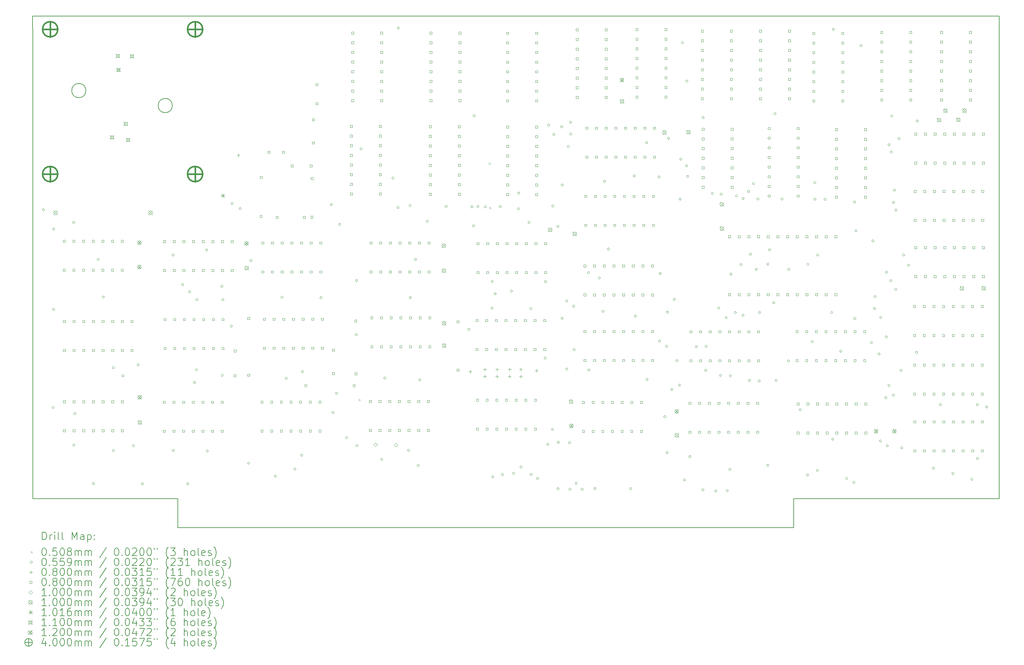
<source format=gbr>
%TF.GenerationSoftware,KiCad,Pcbnew,8.0.6*%
%TF.CreationDate,2025-02-23T16:49:19+00:00*%
%TF.ProjectId,Northstart Floating point,4e6f7274-6873-4746-9172-7420466c6f61,rev?*%
%TF.SameCoordinates,Original*%
%TF.FileFunction,Drillmap*%
%TF.FilePolarity,Positive*%
%FSLAX45Y45*%
G04 Gerber Fmt 4.5, Leading zero omitted, Abs format (unit mm)*
G04 Created by KiCad (PCBNEW 8.0.6) date 2025-02-23 16:49:19*
%MOMM*%
%LPD*%
G01*
G04 APERTURE LIST*
%ADD10C,0.152400*%
%ADD11C,0.200000*%
%ADD12C,0.100000*%
%ADD13C,0.101600*%
%ADD14C,0.110000*%
%ADD15C,0.120000*%
%ADD16C,0.400000*%
G04 APERTURE END LIST*
D10*
X3430500Y-4249000D02*
G75*
G02*
X3055500Y-4249000I-187500J0D01*
G01*
X3055500Y-4249000D02*
G75*
G02*
X3430500Y-4249000I187500J0D01*
G01*
X5702500Y-4643000D02*
G75*
G02*
X5327500Y-4643000I-187500J0D01*
G01*
X5327500Y-4643000D02*
G75*
G02*
X5702500Y-4643000I187500J0D01*
G01*
X22034500Y-15748000D02*
X5842000Y-15748000D01*
X27432000Y-14986000D02*
X27439000Y-2286000D01*
X2032000Y-2921000D02*
X2032000Y-14986000D01*
X5842000Y-14986000D02*
X2032000Y-14986000D01*
X27439000Y-2286000D02*
X2030000Y-2286000D01*
X22034500Y-14986000D02*
X22034500Y-15748000D01*
X2030000Y-2286000D02*
X2032000Y-2921000D01*
X5842000Y-15748000D02*
X5842000Y-14986000D01*
X27432000Y-14986000D02*
X22034500Y-14986000D01*
D11*
D12*
X10596600Y-12367600D02*
X10647400Y-12418400D01*
X10647400Y-12367600D02*
X10596600Y-12418400D01*
X14014600Y-6143600D02*
X14065400Y-6194400D01*
X14065400Y-6143600D02*
X14014600Y-6194400D01*
X14034600Y-7312600D02*
X14085400Y-7363400D01*
X14085400Y-7312600D02*
X14034600Y-7363400D01*
X2337940Y-7387000D02*
G75*
G02*
X2282060Y-7387000I-27940J0D01*
G01*
X2282060Y-7387000D02*
G75*
G02*
X2337940Y-7387000I27940J0D01*
G01*
X2596940Y-12588000D02*
G75*
G02*
X2541060Y-12588000I-27940J0D01*
G01*
X2541060Y-12588000D02*
G75*
G02*
X2596940Y-12588000I27940J0D01*
G01*
X2606940Y-10008000D02*
G75*
G02*
X2551060Y-10008000I-27940J0D01*
G01*
X2551060Y-10008000D02*
G75*
G02*
X2606940Y-10008000I27940J0D01*
G01*
X2610940Y-7894000D02*
G75*
G02*
X2555060Y-7894000I-27940J0D01*
G01*
X2555060Y-7894000D02*
G75*
G02*
X2610940Y-7894000I27940J0D01*
G01*
X3135940Y-7719000D02*
G75*
G02*
X3080060Y-7719000I-27940J0D01*
G01*
X3080060Y-7719000D02*
G75*
G02*
X3135940Y-7719000I27940J0D01*
G01*
X3138940Y-13578000D02*
G75*
G02*
X3083060Y-13578000I-27940J0D01*
G01*
X3083060Y-13578000D02*
G75*
G02*
X3138940Y-13578000I27940J0D01*
G01*
X3166940Y-12749000D02*
G75*
G02*
X3111060Y-12749000I-27940J0D01*
G01*
X3111060Y-12749000D02*
G75*
G02*
X3166940Y-12749000I27940J0D01*
G01*
X3653940Y-14590000D02*
G75*
G02*
X3598060Y-14590000I-27940J0D01*
G01*
X3598060Y-14590000D02*
G75*
G02*
X3653940Y-14590000I27940J0D01*
G01*
X3779940Y-8694000D02*
G75*
G02*
X3724060Y-8694000I-27940J0D01*
G01*
X3724060Y-8694000D02*
G75*
G02*
X3779940Y-8694000I27940J0D01*
G01*
X3916940Y-9683000D02*
G75*
G02*
X3861060Y-9683000I-27940J0D01*
G01*
X3861060Y-9683000D02*
G75*
G02*
X3916940Y-9683000I27940J0D01*
G01*
X4175940Y-11540000D02*
G75*
G02*
X4120060Y-11540000I-27940J0D01*
G01*
X4120060Y-11540000D02*
G75*
G02*
X4175940Y-11540000I27940J0D01*
G01*
X4180940Y-13723000D02*
G75*
G02*
X4125060Y-13723000I-27940J0D01*
G01*
X4125060Y-13723000D02*
G75*
G02*
X4180940Y-13723000I27940J0D01*
G01*
X4428940Y-11753000D02*
G75*
G02*
X4373060Y-11753000I-27940J0D01*
G01*
X4373060Y-11753000D02*
G75*
G02*
X4428940Y-11753000I27940J0D01*
G01*
X4704940Y-13596000D02*
G75*
G02*
X4649060Y-13596000I-27940J0D01*
G01*
X4649060Y-13596000D02*
G75*
G02*
X4704940Y-13596000I27940J0D01*
G01*
X4830940Y-11467000D02*
G75*
G02*
X4775060Y-11467000I-27940J0D01*
G01*
X4775060Y-11467000D02*
G75*
G02*
X4830940Y-11467000I27940J0D01*
G01*
X4942940Y-14599000D02*
G75*
G02*
X4887060Y-14599000I-27940J0D01*
G01*
X4887060Y-14599000D02*
G75*
G02*
X4942940Y-14599000I27940J0D01*
G01*
X5748940Y-8577000D02*
G75*
G02*
X5693060Y-8577000I-27940J0D01*
G01*
X5693060Y-8577000D02*
G75*
G02*
X5748940Y-8577000I27940J0D01*
G01*
X5753940Y-13721000D02*
G75*
G02*
X5698060Y-13721000I-27940J0D01*
G01*
X5698060Y-13721000D02*
G75*
G02*
X5753940Y-13721000I27940J0D01*
G01*
X5998940Y-9356000D02*
G75*
G02*
X5943060Y-9356000I-27940J0D01*
G01*
X5943060Y-9356000D02*
G75*
G02*
X5998940Y-9356000I27940J0D01*
G01*
X6133940Y-14598000D02*
G75*
G02*
X6078060Y-14598000I-27940J0D01*
G01*
X6078060Y-14598000D02*
G75*
G02*
X6133940Y-14598000I27940J0D01*
G01*
X6180940Y-9545000D02*
G75*
G02*
X6125060Y-9545000I-27940J0D01*
G01*
X6125060Y-9545000D02*
G75*
G02*
X6180940Y-9545000I27940J0D01*
G01*
X6314940Y-11933000D02*
G75*
G02*
X6259060Y-11933000I-27940J0D01*
G01*
X6259060Y-11933000D02*
G75*
G02*
X6314940Y-11933000I27940J0D01*
G01*
X6362940Y-11598000D02*
G75*
G02*
X6307060Y-11598000I-27940J0D01*
G01*
X6307060Y-11598000D02*
G75*
G02*
X6362940Y-11598000I27940J0D01*
G01*
X6373940Y-9752000D02*
G75*
G02*
X6318060Y-9752000I-27940J0D01*
G01*
X6318060Y-9752000D02*
G75*
G02*
X6373940Y-9752000I27940J0D01*
G01*
X6630940Y-8445000D02*
G75*
G02*
X6575060Y-8445000I-27940J0D01*
G01*
X6575060Y-8445000D02*
G75*
G02*
X6630940Y-8445000I27940J0D01*
G01*
X6646940Y-13737000D02*
G75*
G02*
X6591060Y-13737000I-27940J0D01*
G01*
X6591060Y-13737000D02*
G75*
G02*
X6646940Y-13737000I27940J0D01*
G01*
X7030940Y-9397000D02*
G75*
G02*
X6975060Y-9397000I-27940J0D01*
G01*
X6975060Y-9397000D02*
G75*
G02*
X7030940Y-9397000I27940J0D01*
G01*
X7040940Y-11743000D02*
G75*
G02*
X6985060Y-11743000I-27940J0D01*
G01*
X6985060Y-11743000D02*
G75*
G02*
X7040940Y-11743000I27940J0D01*
G01*
X7058940Y-9752000D02*
G75*
G02*
X7003060Y-9752000I-27940J0D01*
G01*
X7003060Y-9752000D02*
G75*
G02*
X7058940Y-9752000I27940J0D01*
G01*
X7279940Y-10448000D02*
G75*
G02*
X7224060Y-10448000I-27940J0D01*
G01*
X7224060Y-10448000D02*
G75*
G02*
X7279940Y-10448000I27940J0D01*
G01*
X7301940Y-7221000D02*
G75*
G02*
X7246060Y-7221000I-27940J0D01*
G01*
X7246060Y-7221000D02*
G75*
G02*
X7301940Y-7221000I27940J0D01*
G01*
X7508940Y-7354000D02*
G75*
G02*
X7453060Y-7354000I-27940J0D01*
G01*
X7453060Y-7354000D02*
G75*
G02*
X7508940Y-7354000I27940J0D01*
G01*
X7732940Y-14055000D02*
G75*
G02*
X7677060Y-14055000I-27940J0D01*
G01*
X7677060Y-14055000D02*
G75*
G02*
X7732940Y-14055000I27940J0D01*
G01*
X7795940Y-8723000D02*
G75*
G02*
X7740060Y-8723000I-27940J0D01*
G01*
X7740060Y-8723000D02*
G75*
G02*
X7795940Y-8723000I27940J0D01*
G01*
X8433940Y-14395000D02*
G75*
G02*
X8378060Y-14395000I-27940J0D01*
G01*
X8378060Y-14395000D02*
G75*
G02*
X8433940Y-14395000I27940J0D01*
G01*
X8612940Y-9686000D02*
G75*
G02*
X8557060Y-9686000I-27940J0D01*
G01*
X8557060Y-9686000D02*
G75*
G02*
X8612940Y-9686000I27940J0D01*
G01*
X8722940Y-11820000D02*
G75*
G02*
X8667060Y-11820000I-27940J0D01*
G01*
X8667060Y-11820000D02*
G75*
G02*
X8722940Y-11820000I27940J0D01*
G01*
X8951940Y-14211000D02*
G75*
G02*
X8896060Y-14211000I-27940J0D01*
G01*
X8896060Y-14211000D02*
G75*
G02*
X8951940Y-14211000I27940J0D01*
G01*
X9126940Y-13847000D02*
G75*
G02*
X9071060Y-13847000I-27940J0D01*
G01*
X9071060Y-13847000D02*
G75*
G02*
X9126940Y-13847000I27940J0D01*
G01*
X9149940Y-11647000D02*
G75*
G02*
X9094060Y-11647000I-27940J0D01*
G01*
X9094060Y-11647000D02*
G75*
G02*
X9149940Y-11647000I27940J0D01*
G01*
X9634940Y-9699000D02*
G75*
G02*
X9579060Y-9699000I-27940J0D01*
G01*
X9579060Y-9699000D02*
G75*
G02*
X9634940Y-9699000I27940J0D01*
G01*
X9907940Y-7251000D02*
G75*
G02*
X9852060Y-7251000I-27940J0D01*
G01*
X9852060Y-7251000D02*
G75*
G02*
X9907940Y-7251000I27940J0D01*
G01*
X9951940Y-12720000D02*
G75*
G02*
X9896060Y-12720000I-27940J0D01*
G01*
X9896060Y-12720000D02*
G75*
G02*
X9951940Y-12720000I27940J0D01*
G01*
X10044940Y-12214000D02*
G75*
G02*
X9989060Y-12214000I-27940J0D01*
G01*
X9989060Y-12214000D02*
G75*
G02*
X10044940Y-12214000I27940J0D01*
G01*
X10125940Y-7771000D02*
G75*
G02*
X10070060Y-7771000I-27940J0D01*
G01*
X10070060Y-7771000D02*
G75*
G02*
X10125940Y-7771000I27940J0D01*
G01*
X10308940Y-13384631D02*
G75*
G02*
X10253060Y-13384631I-27940J0D01*
G01*
X10253060Y-13384631D02*
G75*
G02*
X10308940Y-13384631I27940J0D01*
G01*
X10565940Y-10675000D02*
G75*
G02*
X10510060Y-10675000I-27940J0D01*
G01*
X10510060Y-10675000D02*
G75*
G02*
X10565940Y-10675000I27940J0D01*
G01*
X10569940Y-9247000D02*
G75*
G02*
X10514060Y-9247000I-27940J0D01*
G01*
X10514060Y-9247000D02*
G75*
G02*
X10569940Y-9247000I27940J0D01*
G01*
X10582940Y-13596000D02*
G75*
G02*
X10527060Y-13596000I-27940J0D01*
G01*
X10527060Y-13596000D02*
G75*
G02*
X10582940Y-13596000I27940J0D01*
G01*
X10690940Y-5782000D02*
G75*
G02*
X10635060Y-5782000I-27940J0D01*
G01*
X10635060Y-5782000D02*
G75*
G02*
X10690940Y-5782000I27940J0D01*
G01*
X11232940Y-13952000D02*
G75*
G02*
X11177060Y-13952000I-27940J0D01*
G01*
X11177060Y-13952000D02*
G75*
G02*
X11232940Y-13952000I27940J0D01*
G01*
X11311940Y-11813000D02*
G75*
G02*
X11256060Y-11813000I-27940J0D01*
G01*
X11256060Y-11813000D02*
G75*
G02*
X11311940Y-11813000I27940J0D01*
G01*
X11529940Y-6552000D02*
G75*
G02*
X11474060Y-6552000I-27940J0D01*
G01*
X11474060Y-6552000D02*
G75*
G02*
X11529940Y-6552000I27940J0D01*
G01*
X11661940Y-7328000D02*
G75*
G02*
X11606060Y-7328000I-27940J0D01*
G01*
X11606060Y-7328000D02*
G75*
G02*
X11661940Y-7328000I27940J0D01*
G01*
X11669940Y-2601000D02*
G75*
G02*
X11614060Y-2601000I-27940J0D01*
G01*
X11614060Y-2601000D02*
G75*
G02*
X11669940Y-2601000I27940J0D01*
G01*
X11936940Y-13717000D02*
G75*
G02*
X11881060Y-13717000I-27940J0D01*
G01*
X11881060Y-13717000D02*
G75*
G02*
X11936940Y-13717000I27940J0D01*
G01*
X11977940Y-7271000D02*
G75*
G02*
X11922060Y-7271000I-27940J0D01*
G01*
X11922060Y-7271000D02*
G75*
G02*
X11977940Y-7271000I27940J0D01*
G01*
X11986940Y-9696000D02*
G75*
G02*
X11931060Y-9696000I-27940J0D01*
G01*
X11931060Y-9696000D02*
G75*
G02*
X11986940Y-9696000I27940J0D01*
G01*
X12120940Y-8691000D02*
G75*
G02*
X12065060Y-8691000I-27940J0D01*
G01*
X12065060Y-8691000D02*
G75*
G02*
X12120940Y-8691000I27940J0D01*
G01*
X12190940Y-14113000D02*
G75*
G02*
X12135060Y-14113000I-27940J0D01*
G01*
X12135060Y-14113000D02*
G75*
G02*
X12190940Y-14113000I27940J0D01*
G01*
X12233940Y-11862000D02*
G75*
G02*
X12178060Y-11862000I-27940J0D01*
G01*
X12178060Y-11862000D02*
G75*
G02*
X12233940Y-11862000I27940J0D01*
G01*
X12429940Y-7687000D02*
G75*
G02*
X12374060Y-7687000I-27940J0D01*
G01*
X12374060Y-7687000D02*
G75*
G02*
X12429940Y-7687000I27940J0D01*
G01*
X12926940Y-7296000D02*
G75*
G02*
X12871060Y-7296000I-27940J0D01*
G01*
X12871060Y-7296000D02*
G75*
G02*
X12926940Y-7296000I27940J0D01*
G01*
X13522940Y-10536000D02*
G75*
G02*
X13467060Y-10536000I-27940J0D01*
G01*
X13467060Y-10536000D02*
G75*
G02*
X13522940Y-10536000I27940J0D01*
G01*
X13604940Y-7310000D02*
G75*
G02*
X13549060Y-7310000I-27940J0D01*
G01*
X13549060Y-7310000D02*
G75*
G02*
X13604940Y-7310000I27940J0D01*
G01*
X13643940Y-7806000D02*
G75*
G02*
X13588060Y-7806000I-27940J0D01*
G01*
X13588060Y-7806000D02*
G75*
G02*
X13643940Y-7806000I27940J0D01*
G01*
X13661940Y-4914000D02*
G75*
G02*
X13606060Y-4914000I-27940J0D01*
G01*
X13606060Y-4914000D02*
G75*
G02*
X13661940Y-4914000I27940J0D01*
G01*
X13758940Y-7302000D02*
G75*
G02*
X13703060Y-7302000I-27940J0D01*
G01*
X13703060Y-7302000D02*
G75*
G02*
X13758940Y-7302000I27940J0D01*
G01*
X13954940Y-7309000D02*
G75*
G02*
X13899060Y-7309000I-27940J0D01*
G01*
X13899060Y-7309000D02*
G75*
G02*
X13954940Y-7309000I27940J0D01*
G01*
X14130940Y-9974000D02*
G75*
G02*
X14075060Y-9974000I-27940J0D01*
G01*
X14075060Y-9974000D02*
G75*
G02*
X14130940Y-9974000I27940J0D01*
G01*
X14138940Y-9271160D02*
G75*
G02*
X14083060Y-9271160I-27940J0D01*
G01*
X14083060Y-9271160D02*
G75*
G02*
X14138940Y-9271160I27940J0D01*
G01*
X14153940Y-14416000D02*
G75*
G02*
X14098060Y-14416000I-27940J0D01*
G01*
X14098060Y-14416000D02*
G75*
G02*
X14153940Y-14416000I27940J0D01*
G01*
X14213940Y-9595000D02*
G75*
G02*
X14158060Y-9595000I-27940J0D01*
G01*
X14158060Y-9595000D02*
G75*
G02*
X14213940Y-9595000I27940J0D01*
G01*
X14347940Y-7302000D02*
G75*
G02*
X14292060Y-7302000I-27940J0D01*
G01*
X14292060Y-7302000D02*
G75*
G02*
X14347940Y-7302000I27940J0D01*
G01*
X14402940Y-14358000D02*
G75*
G02*
X14347060Y-14358000I-27940J0D01*
G01*
X14347060Y-14358000D02*
G75*
G02*
X14402940Y-14358000I27940J0D01*
G01*
X14641940Y-9525000D02*
G75*
G02*
X14586060Y-9525000I-27940J0D01*
G01*
X14586060Y-9525000D02*
G75*
G02*
X14641940Y-9525000I27940J0D01*
G01*
X14698940Y-14322000D02*
G75*
G02*
X14643060Y-14322000I-27940J0D01*
G01*
X14643060Y-14322000D02*
G75*
G02*
X14698940Y-14322000I27940J0D01*
G01*
X14825940Y-7357000D02*
G75*
G02*
X14770060Y-7357000I-27940J0D01*
G01*
X14770060Y-7357000D02*
G75*
G02*
X14825940Y-7357000I27940J0D01*
G01*
X14832940Y-6947000D02*
G75*
G02*
X14777060Y-6947000I-27940J0D01*
G01*
X14777060Y-6947000D02*
G75*
G02*
X14832940Y-6947000I27940J0D01*
G01*
X14893940Y-14155000D02*
G75*
G02*
X14838060Y-14155000I-27940J0D01*
G01*
X14838060Y-14155000D02*
G75*
G02*
X14893940Y-14155000I27940J0D01*
G01*
X15103940Y-7718000D02*
G75*
G02*
X15048060Y-7718000I-27940J0D01*
G01*
X15048060Y-7718000D02*
G75*
G02*
X15103940Y-7718000I27940J0D01*
G01*
X15150940Y-9988000D02*
G75*
G02*
X15095060Y-9988000I-27940J0D01*
G01*
X15095060Y-9988000D02*
G75*
G02*
X15150940Y-9988000I27940J0D01*
G01*
X15157940Y-14351000D02*
G75*
G02*
X15102060Y-14351000I-27940J0D01*
G01*
X15102060Y-14351000D02*
G75*
G02*
X15157940Y-14351000I27940J0D01*
G01*
X15329940Y-14455000D02*
G75*
G02*
X15274060Y-14455000I-27940J0D01*
G01*
X15274060Y-14455000D02*
G75*
G02*
X15329940Y-14455000I27940J0D01*
G01*
X15525940Y-11289000D02*
G75*
G02*
X15470060Y-11289000I-27940J0D01*
G01*
X15470060Y-11289000D02*
G75*
G02*
X15525940Y-11289000I27940J0D01*
G01*
X15538940Y-9278000D02*
G75*
G02*
X15483060Y-9278000I-27940J0D01*
G01*
X15483060Y-9278000D02*
G75*
G02*
X15538940Y-9278000I27940J0D01*
G01*
X15595940Y-13557000D02*
G75*
G02*
X15540060Y-13557000I-27940J0D01*
G01*
X15540060Y-13557000D02*
G75*
G02*
X15595940Y-13557000I27940J0D01*
G01*
X15618940Y-5159000D02*
G75*
G02*
X15563060Y-5159000I-27940J0D01*
G01*
X15563060Y-5159000D02*
G75*
G02*
X15618940Y-5159000I27940J0D01*
G01*
X15719940Y-13164000D02*
G75*
G02*
X15664060Y-13164000I-27940J0D01*
G01*
X15664060Y-13164000D02*
G75*
G02*
X15719940Y-13164000I27940J0D01*
G01*
X15729940Y-7287000D02*
G75*
G02*
X15674060Y-7287000I-27940J0D01*
G01*
X15674060Y-7287000D02*
G75*
G02*
X15729940Y-7287000I27940J0D01*
G01*
X15756940Y-5405000D02*
G75*
G02*
X15701060Y-5405000I-27940J0D01*
G01*
X15701060Y-5405000D02*
G75*
G02*
X15756940Y-5405000I27940J0D01*
G01*
X15863940Y-7825000D02*
G75*
G02*
X15808060Y-7825000I-27940J0D01*
G01*
X15808060Y-7825000D02*
G75*
G02*
X15863940Y-7825000I27940J0D01*
G01*
X15866940Y-14727000D02*
G75*
G02*
X15811060Y-14727000I-27940J0D01*
G01*
X15811060Y-14727000D02*
G75*
G02*
X15866940Y-14727000I27940J0D01*
G01*
X15870940Y-13508000D02*
G75*
G02*
X15815060Y-13508000I-27940J0D01*
G01*
X15815060Y-13508000D02*
G75*
G02*
X15870940Y-13508000I27940J0D01*
G01*
X15962940Y-5203000D02*
G75*
G02*
X15907060Y-5203000I-27940J0D01*
G01*
X15907060Y-5203000D02*
G75*
G02*
X15962940Y-5203000I27940J0D01*
G01*
X15973940Y-10242000D02*
G75*
G02*
X15918060Y-10242000I-27940J0D01*
G01*
X15918060Y-10242000D02*
G75*
G02*
X15973940Y-10242000I27940J0D01*
G01*
X15977940Y-6734000D02*
G75*
G02*
X15922060Y-6734000I-27940J0D01*
G01*
X15922060Y-6734000D02*
G75*
G02*
X15977940Y-6734000I27940J0D01*
G01*
X16095940Y-11578000D02*
G75*
G02*
X16040060Y-11578000I-27940J0D01*
G01*
X16040060Y-11578000D02*
G75*
G02*
X16095940Y-11578000I27940J0D01*
G01*
X16097940Y-9788000D02*
G75*
G02*
X16042060Y-9788000I-27940J0D01*
G01*
X16042060Y-9788000D02*
G75*
G02*
X16097940Y-9788000I27940J0D01*
G01*
X16135940Y-5722000D02*
G75*
G02*
X16080060Y-5722000I-27940J0D01*
G01*
X16080060Y-5722000D02*
G75*
G02*
X16135940Y-5722000I27940J0D01*
G01*
X16169940Y-13519000D02*
G75*
G02*
X16114060Y-13519000I-27940J0D01*
G01*
X16114060Y-13519000D02*
G75*
G02*
X16169940Y-13519000I27940J0D01*
G01*
X16181940Y-14741000D02*
G75*
G02*
X16126060Y-14741000I-27940J0D01*
G01*
X16126060Y-14741000D02*
G75*
G02*
X16181940Y-14741000I27940J0D01*
G01*
X16198940Y-5083000D02*
G75*
G02*
X16143060Y-5083000I-27940J0D01*
G01*
X16143060Y-5083000D02*
G75*
G02*
X16198940Y-5083000I27940J0D01*
G01*
X16203940Y-5393000D02*
G75*
G02*
X16148060Y-5393000I-27940J0D01*
G01*
X16148060Y-5393000D02*
G75*
G02*
X16203940Y-5393000I27940J0D01*
G01*
X16278940Y-9923000D02*
G75*
G02*
X16223060Y-9923000I-27940J0D01*
G01*
X16223060Y-9923000D02*
G75*
G02*
X16278940Y-9923000I27940J0D01*
G01*
X16289501Y-11066000D02*
G75*
G02*
X16233621Y-11066000I-27940J0D01*
G01*
X16233621Y-11066000D02*
G75*
G02*
X16289501Y-11066000I27940J0D01*
G01*
X16343940Y-14582000D02*
G75*
G02*
X16288060Y-14582000I-27940J0D01*
G01*
X16288060Y-14582000D02*
G75*
G02*
X16343940Y-14582000I27940J0D01*
G01*
X16501940Y-14740000D02*
G75*
G02*
X16446060Y-14740000I-27940J0D01*
G01*
X16446060Y-14740000D02*
G75*
G02*
X16501940Y-14740000I27940J0D01*
G01*
X16666940Y-9041000D02*
G75*
G02*
X16611060Y-9041000I-27940J0D01*
G01*
X16611060Y-9041000D02*
G75*
G02*
X16666940Y-9041000I27940J0D01*
G01*
X16676940Y-11601000D02*
G75*
G02*
X16621060Y-11601000I-27940J0D01*
G01*
X16621060Y-11601000D02*
G75*
G02*
X16676940Y-11601000I27940J0D01*
G01*
X16836940Y-14717000D02*
G75*
G02*
X16781060Y-14717000I-27940J0D01*
G01*
X16781060Y-14717000D02*
G75*
G02*
X16836940Y-14717000I27940J0D01*
G01*
X16950940Y-9178000D02*
G75*
G02*
X16895060Y-9178000I-27940J0D01*
G01*
X16895060Y-9178000D02*
G75*
G02*
X16950940Y-9178000I27940J0D01*
G01*
X17049940Y-10057000D02*
G75*
G02*
X16994060Y-10057000I-27940J0D01*
G01*
X16994060Y-10057000D02*
G75*
G02*
X17049940Y-10057000I27940J0D01*
G01*
X17086940Y-6637000D02*
G75*
G02*
X17031060Y-6637000I-27940J0D01*
G01*
X17031060Y-6637000D02*
G75*
G02*
X17086940Y-6637000I27940J0D01*
G01*
X17190940Y-8417000D02*
G75*
G02*
X17135060Y-8417000I-27940J0D01*
G01*
X17135060Y-8417000D02*
G75*
G02*
X17190940Y-8417000I27940J0D01*
G01*
X17777940Y-14724000D02*
G75*
G02*
X17722060Y-14724000I-27940J0D01*
G01*
X17722060Y-14724000D02*
G75*
G02*
X17777940Y-14724000I27940J0D01*
G01*
X17869940Y-6495000D02*
G75*
G02*
X17814060Y-6495000I-27940J0D01*
G01*
X17814060Y-6495000D02*
G75*
G02*
X17869940Y-6495000I27940J0D01*
G01*
X17898940Y-10184000D02*
G75*
G02*
X17843060Y-10184000I-27940J0D01*
G01*
X17843060Y-10184000D02*
G75*
G02*
X17898940Y-10184000I27940J0D01*
G01*
X18194940Y-5616000D02*
G75*
G02*
X18139060Y-5616000I-27940J0D01*
G01*
X18139060Y-5616000D02*
G75*
G02*
X18194940Y-5616000I27940J0D01*
G01*
X18205940Y-11851000D02*
G75*
G02*
X18150060Y-11851000I-27940J0D01*
G01*
X18150060Y-11851000D02*
G75*
G02*
X18205940Y-11851000I27940J0D01*
G01*
X18521940Y-6522000D02*
G75*
G02*
X18466060Y-6522000I-27940J0D01*
G01*
X18466060Y-6522000D02*
G75*
G02*
X18521940Y-6522000I27940J0D01*
G01*
X18534909Y-10841000D02*
G75*
G02*
X18479029Y-10841000I-27940J0D01*
G01*
X18479029Y-10841000D02*
G75*
G02*
X18534909Y-10841000I27940J0D01*
G01*
X18551849Y-9062000D02*
G75*
G02*
X18495969Y-9062000I-27940J0D01*
G01*
X18495969Y-9062000D02*
G75*
G02*
X18551849Y-9062000I27940J0D01*
G01*
X18674940Y-12829000D02*
G75*
G02*
X18619060Y-12829000I-27940J0D01*
G01*
X18619060Y-12829000D02*
G75*
G02*
X18674940Y-12829000I27940J0D01*
G01*
X18722940Y-10978000D02*
G75*
G02*
X18667060Y-10978000I-27940J0D01*
G01*
X18667060Y-10978000D02*
G75*
G02*
X18722940Y-10978000I27940J0D01*
G01*
X18732940Y-13776000D02*
G75*
G02*
X18677060Y-13776000I-27940J0D01*
G01*
X18677060Y-13776000D02*
G75*
G02*
X18732940Y-13776000I27940J0D01*
G01*
X18740940Y-10079000D02*
G75*
G02*
X18685060Y-10079000I-27940J0D01*
G01*
X18685060Y-10079000D02*
G75*
G02*
X18740940Y-10079000I27940J0D01*
G01*
X18771940Y-5505000D02*
G75*
G02*
X18716060Y-5505000I-27940J0D01*
G01*
X18716060Y-5505000D02*
G75*
G02*
X18771940Y-5505000I27940J0D01*
G01*
X18856940Y-12114000D02*
G75*
G02*
X18801060Y-12114000I-27940J0D01*
G01*
X18801060Y-12114000D02*
G75*
G02*
X18856940Y-12114000I27940J0D01*
G01*
X18923940Y-9744000D02*
G75*
G02*
X18868060Y-9744000I-27940J0D01*
G01*
X18868060Y-9744000D02*
G75*
G02*
X18923940Y-9744000I27940J0D01*
G01*
X18990940Y-11357000D02*
G75*
G02*
X18935060Y-11357000I-27940J0D01*
G01*
X18935060Y-11357000D02*
G75*
G02*
X18990940Y-11357000I27940J0D01*
G01*
X19059940Y-12000000D02*
G75*
G02*
X19004060Y-12000000I-27940J0D01*
G01*
X19004060Y-12000000D02*
G75*
G02*
X19059940Y-12000000I27940J0D01*
G01*
X19074940Y-7106000D02*
G75*
G02*
X19019060Y-7106000I-27940J0D01*
G01*
X19019060Y-7106000D02*
G75*
G02*
X19074940Y-7106000I27940J0D01*
G01*
X19094940Y-6054000D02*
G75*
G02*
X19039060Y-6054000I-27940J0D01*
G01*
X19039060Y-6054000D02*
G75*
G02*
X19094940Y-6054000I27940J0D01*
G01*
X19136940Y-2989000D02*
G75*
G02*
X19081060Y-2989000I-27940J0D01*
G01*
X19081060Y-2989000D02*
G75*
G02*
X19136940Y-2989000I27940J0D01*
G01*
X19191940Y-14496000D02*
G75*
G02*
X19136060Y-14496000I-27940J0D01*
G01*
X19136060Y-14496000D02*
G75*
G02*
X19191940Y-14496000I27940J0D01*
G01*
X19247940Y-6225000D02*
G75*
G02*
X19192060Y-6225000I-27940J0D01*
G01*
X19192060Y-6225000D02*
G75*
G02*
X19247940Y-6225000I27940J0D01*
G01*
X19254940Y-4001000D02*
G75*
G02*
X19199060Y-4001000I-27940J0D01*
G01*
X19199060Y-4001000D02*
G75*
G02*
X19254940Y-4001000I27940J0D01*
G01*
X19276940Y-6507000D02*
G75*
G02*
X19221060Y-6507000I-27940J0D01*
G01*
X19221060Y-6507000D02*
G75*
G02*
X19276940Y-6507000I27940J0D01*
G01*
X19332940Y-13878000D02*
G75*
G02*
X19277060Y-13878000I-27940J0D01*
G01*
X19277060Y-13878000D02*
G75*
G02*
X19332940Y-13878000I27940J0D01*
G01*
X19502940Y-10990000D02*
G75*
G02*
X19447060Y-10990000I-27940J0D01*
G01*
X19447060Y-10990000D02*
G75*
G02*
X19502940Y-10990000I27940J0D01*
G01*
X19675940Y-14757000D02*
G75*
G02*
X19620060Y-14757000I-27940J0D01*
G01*
X19620060Y-14757000D02*
G75*
G02*
X19675940Y-14757000I27940J0D01*
G01*
X19681940Y-4957000D02*
G75*
G02*
X19626060Y-4957000I-27940J0D01*
G01*
X19626060Y-4957000D02*
G75*
G02*
X19681940Y-4957000I27940J0D01*
G01*
X19748940Y-11613000D02*
G75*
G02*
X19693060Y-11613000I-27940J0D01*
G01*
X19693060Y-11613000D02*
G75*
G02*
X19748940Y-11613000I27940J0D01*
G01*
X19760940Y-10979000D02*
G75*
G02*
X19705060Y-10979000I-27940J0D01*
G01*
X19705060Y-10979000D02*
G75*
G02*
X19760940Y-10979000I27940J0D01*
G01*
X19922940Y-6957000D02*
G75*
G02*
X19867060Y-6957000I-27940J0D01*
G01*
X19867060Y-6957000D02*
G75*
G02*
X19922940Y-6957000I27940J0D01*
G01*
X20012940Y-14787000D02*
G75*
G02*
X19957060Y-14787000I-27940J0D01*
G01*
X19957060Y-14787000D02*
G75*
G02*
X20012940Y-14787000I27940J0D01*
G01*
X20091940Y-9971000D02*
G75*
G02*
X20036060Y-9971000I-27940J0D01*
G01*
X20036060Y-9971000D02*
G75*
G02*
X20091940Y-9971000I27940J0D01*
G01*
X20136940Y-11744000D02*
G75*
G02*
X20081060Y-11744000I-27940J0D01*
G01*
X20081060Y-11744000D02*
G75*
G02*
X20136940Y-11744000I27940J0D01*
G01*
X20153940Y-6975000D02*
G75*
G02*
X20098060Y-6975000I-27940J0D01*
G01*
X20098060Y-6975000D02*
G75*
G02*
X20153940Y-6975000I27940J0D01*
G01*
X20285940Y-10222000D02*
G75*
G02*
X20230060Y-10222000I-27940J0D01*
G01*
X20230060Y-10222000D02*
G75*
G02*
X20285940Y-10222000I27940J0D01*
G01*
X20313940Y-14776000D02*
G75*
G02*
X20258060Y-14776000I-27940J0D01*
G01*
X20258060Y-14776000D02*
G75*
G02*
X20313940Y-14776000I27940J0D01*
G01*
X20383940Y-14216000D02*
G75*
G02*
X20328060Y-14216000I-27940J0D01*
G01*
X20328060Y-14216000D02*
G75*
G02*
X20383940Y-14216000I27940J0D01*
G01*
X20397940Y-11758000D02*
G75*
G02*
X20342060Y-11758000I-27940J0D01*
G01*
X20342060Y-11758000D02*
G75*
G02*
X20397940Y-11758000I27940J0D01*
G01*
X20408940Y-9078000D02*
G75*
G02*
X20353060Y-9078000I-27940J0D01*
G01*
X20353060Y-9078000D02*
G75*
G02*
X20408940Y-9078000I27940J0D01*
G01*
X20526940Y-10090000D02*
G75*
G02*
X20471060Y-10090000I-27940J0D01*
G01*
X20471060Y-10090000D02*
G75*
G02*
X20526940Y-10090000I27940J0D01*
G01*
X20555940Y-7019000D02*
G75*
G02*
X20500060Y-7019000I-27940J0D01*
G01*
X20500060Y-7019000D02*
G75*
G02*
X20555940Y-7019000I27940J0D01*
G01*
X20677940Y-8823000D02*
G75*
G02*
X20622060Y-8823000I-27940J0D01*
G01*
X20622060Y-8823000D02*
G75*
G02*
X20677940Y-8823000I27940J0D01*
G01*
X20726940Y-10164000D02*
G75*
G02*
X20671060Y-10164000I-27940J0D01*
G01*
X20671060Y-10164000D02*
G75*
G02*
X20726940Y-10164000I27940J0D01*
G01*
X20731940Y-7087000D02*
G75*
G02*
X20676060Y-7087000I-27940J0D01*
G01*
X20676060Y-7087000D02*
G75*
G02*
X20731940Y-7087000I27940J0D01*
G01*
X20876940Y-6903000D02*
G75*
G02*
X20821060Y-6903000I-27940J0D01*
G01*
X20821060Y-6903000D02*
G75*
G02*
X20876940Y-6903000I27940J0D01*
G01*
X20897940Y-11873000D02*
G75*
G02*
X20842060Y-11873000I-27940J0D01*
G01*
X20842060Y-11873000D02*
G75*
G02*
X20897940Y-11873000I27940J0D01*
G01*
X20926940Y-8554000D02*
G75*
G02*
X20871060Y-8554000I-27940J0D01*
G01*
X20871060Y-8554000D02*
G75*
G02*
X20926940Y-8554000I27940J0D01*
G01*
X21004940Y-6698000D02*
G75*
G02*
X20949060Y-6698000I-27940J0D01*
G01*
X20949060Y-6698000D02*
G75*
G02*
X21004940Y-6698000I27940J0D01*
G01*
X21076940Y-8951000D02*
G75*
G02*
X21021060Y-8951000I-27940J0D01*
G01*
X21021060Y-8951000D02*
G75*
G02*
X21076940Y-8951000I27940J0D01*
G01*
X21119940Y-7102000D02*
G75*
G02*
X21064060Y-7102000I-27940J0D01*
G01*
X21064060Y-7102000D02*
G75*
G02*
X21119940Y-7102000I27940J0D01*
G01*
X21154940Y-11892000D02*
G75*
G02*
X21099060Y-11892000I-27940J0D01*
G01*
X21099060Y-11892000D02*
G75*
G02*
X21154940Y-11892000I27940J0D01*
G01*
X21162940Y-10084000D02*
G75*
G02*
X21107060Y-10084000I-27940J0D01*
G01*
X21107060Y-10084000D02*
G75*
G02*
X21162940Y-10084000I27940J0D01*
G01*
X21379940Y-14109000D02*
G75*
G02*
X21324060Y-14109000I-27940J0D01*
G01*
X21324060Y-14109000D02*
G75*
G02*
X21379940Y-14109000I27940J0D01*
G01*
X21382940Y-8816000D02*
G75*
G02*
X21327060Y-8816000I-27940J0D01*
G01*
X21327060Y-8816000D02*
G75*
G02*
X21382940Y-8816000I27940J0D01*
G01*
X21428940Y-8438000D02*
G75*
G02*
X21373060Y-8438000I-27940J0D01*
G01*
X21373060Y-8438000D02*
G75*
G02*
X21428940Y-8438000I27940J0D01*
G01*
X21535940Y-9830000D02*
G75*
G02*
X21480060Y-9830000I-27940J0D01*
G01*
X21480060Y-9830000D02*
G75*
G02*
X21535940Y-9830000I27940J0D01*
G01*
X21568940Y-4858000D02*
G75*
G02*
X21513060Y-4858000I-27940J0D01*
G01*
X21513060Y-4858000D02*
G75*
G02*
X21568940Y-4858000I27940J0D01*
G01*
X21599940Y-11876000D02*
G75*
G02*
X21544060Y-11876000I-27940J0D01*
G01*
X21544060Y-11876000D02*
G75*
G02*
X21599940Y-11876000I27940J0D01*
G01*
X21752940Y-7102000D02*
G75*
G02*
X21697060Y-7102000I-27940J0D01*
G01*
X21697060Y-7102000D02*
G75*
G02*
X21752940Y-7102000I27940J0D01*
G01*
X21922940Y-11362000D02*
G75*
G02*
X21867060Y-11362000I-27940J0D01*
G01*
X21867060Y-11362000D02*
G75*
G02*
X21922940Y-11362000I27940J0D01*
G01*
X21930940Y-8956000D02*
G75*
G02*
X21875060Y-8956000I-27940J0D01*
G01*
X21875060Y-8956000D02*
G75*
G02*
X21930940Y-8956000I27940J0D01*
G01*
X22233940Y-12649000D02*
G75*
G02*
X22178060Y-12649000I-27940J0D01*
G01*
X22178060Y-12649000D02*
G75*
G02*
X22233940Y-12649000I27940J0D01*
G01*
X22425940Y-14365000D02*
G75*
G02*
X22370060Y-14365000I-27940J0D01*
G01*
X22370060Y-14365000D02*
G75*
G02*
X22425940Y-14365000I27940J0D01*
G01*
X22432940Y-8821000D02*
G75*
G02*
X22377060Y-8821000I-27940J0D01*
G01*
X22377060Y-8821000D02*
G75*
G02*
X22432940Y-8821000I27940J0D01*
G01*
X22548940Y-10854000D02*
G75*
G02*
X22493060Y-10854000I-27940J0D01*
G01*
X22493060Y-10854000D02*
G75*
G02*
X22548940Y-10854000I27940J0D01*
G01*
X22620940Y-6670000D02*
G75*
G02*
X22565060Y-6670000I-27940J0D01*
G01*
X22565060Y-6670000D02*
G75*
G02*
X22620940Y-6670000I27940J0D01*
G01*
X22620940Y-7108000D02*
G75*
G02*
X22565060Y-7108000I-27940J0D01*
G01*
X22565060Y-7108000D02*
G75*
G02*
X22620940Y-7108000I27940J0D01*
G01*
X22682940Y-14247000D02*
G75*
G02*
X22627060Y-14247000I-27940J0D01*
G01*
X22627060Y-14247000D02*
G75*
G02*
X22682940Y-14247000I27940J0D01*
G01*
X22691940Y-8577000D02*
G75*
G02*
X22636060Y-8577000I-27940J0D01*
G01*
X22636060Y-8577000D02*
G75*
G02*
X22691940Y-8577000I27940J0D01*
G01*
X22886940Y-7117000D02*
G75*
G02*
X22831060Y-7117000I-27940J0D01*
G01*
X22831060Y-7117000D02*
G75*
G02*
X22886940Y-7117000I27940J0D01*
G01*
X23059940Y-10092000D02*
G75*
G02*
X23004060Y-10092000I-27940J0D01*
G01*
X23004060Y-10092000D02*
G75*
G02*
X23059940Y-10092000I27940J0D01*
G01*
X23087940Y-13422000D02*
G75*
G02*
X23032060Y-13422000I-27940J0D01*
G01*
X23032060Y-13422000D02*
G75*
G02*
X23087940Y-13422000I27940J0D01*
G01*
X23103940Y-2637000D02*
G75*
G02*
X23048060Y-2637000I-27940J0D01*
G01*
X23048060Y-2637000D02*
G75*
G02*
X23103940Y-2637000I27940J0D01*
G01*
X23298940Y-11109000D02*
G75*
G02*
X23243060Y-11109000I-27940J0D01*
G01*
X23243060Y-11109000D02*
G75*
G02*
X23298940Y-11109000I27940J0D01*
G01*
X23448940Y-14460000D02*
G75*
G02*
X23393060Y-14460000I-27940J0D01*
G01*
X23393060Y-14460000D02*
G75*
G02*
X23448940Y-14460000I27940J0D01*
G01*
X23641940Y-14561000D02*
G75*
G02*
X23586060Y-14561000I-27940J0D01*
G01*
X23586060Y-14561000D02*
G75*
G02*
X23641940Y-14561000I27940J0D01*
G01*
X23659940Y-7183000D02*
G75*
G02*
X23604060Y-7183000I-27940J0D01*
G01*
X23604060Y-7183000D02*
G75*
G02*
X23659940Y-7183000I27940J0D01*
G01*
X23669940Y-10247000D02*
G75*
G02*
X23614060Y-10247000I-27940J0D01*
G01*
X23614060Y-10247000D02*
G75*
G02*
X23669940Y-10247000I27940J0D01*
G01*
X23696940Y-7943000D02*
G75*
G02*
X23641060Y-7943000I-27940J0D01*
G01*
X23641060Y-7943000D02*
G75*
G02*
X23696940Y-7943000I27940J0D01*
G01*
X23829940Y-3066000D02*
G75*
G02*
X23774060Y-3066000I-27940J0D01*
G01*
X23774060Y-3066000D02*
G75*
G02*
X23829940Y-3066000I27940J0D01*
G01*
X24107940Y-10879000D02*
G75*
G02*
X24052060Y-10879000I-27940J0D01*
G01*
X24052060Y-10879000D02*
G75*
G02*
X24107940Y-10879000I27940J0D01*
G01*
X24142940Y-8205000D02*
G75*
G02*
X24087060Y-8205000I-27940J0D01*
G01*
X24087060Y-8205000D02*
G75*
G02*
X24142940Y-8205000I27940J0D01*
G01*
X24186940Y-9982000D02*
G75*
G02*
X24131060Y-9982000I-27940J0D01*
G01*
X24131060Y-9982000D02*
G75*
G02*
X24186940Y-9982000I27940J0D01*
G01*
X24197940Y-9672000D02*
G75*
G02*
X24142060Y-9672000I-27940J0D01*
G01*
X24142060Y-9672000D02*
G75*
G02*
X24197940Y-9672000I27940J0D01*
G01*
X24303940Y-11181000D02*
G75*
G02*
X24248060Y-11181000I-27940J0D01*
G01*
X24248060Y-11181000D02*
G75*
G02*
X24303940Y-11181000I27940J0D01*
G01*
X24340940Y-13471000D02*
G75*
G02*
X24285060Y-13471000I-27940J0D01*
G01*
X24285060Y-13471000D02*
G75*
G02*
X24340940Y-13471000I27940J0D01*
G01*
X24347940Y-10218000D02*
G75*
G02*
X24292060Y-10218000I-27940J0D01*
G01*
X24292060Y-10218000D02*
G75*
G02*
X24347940Y-10218000I27940J0D01*
G01*
X24482940Y-12333000D02*
G75*
G02*
X24427060Y-12333000I-27940J0D01*
G01*
X24427060Y-12333000D02*
G75*
G02*
X24482940Y-12333000I27940J0D01*
G01*
X24494940Y-10731000D02*
G75*
G02*
X24439060Y-10731000I-27940J0D01*
G01*
X24439060Y-10731000D02*
G75*
G02*
X24494940Y-10731000I27940J0D01*
G01*
X24499940Y-9029000D02*
G75*
G02*
X24444060Y-9029000I-27940J0D01*
G01*
X24444060Y-9029000D02*
G75*
G02*
X24499940Y-9029000I27940J0D01*
G01*
X24521940Y-13596000D02*
G75*
G02*
X24466060Y-13596000I-27940J0D01*
G01*
X24466060Y-13596000D02*
G75*
G02*
X24521940Y-13596000I27940J0D01*
G01*
X24563940Y-12006000D02*
G75*
G02*
X24508060Y-12006000I-27940J0D01*
G01*
X24508060Y-12006000D02*
G75*
G02*
X24563940Y-12006000I27940J0D01*
G01*
X24565940Y-5675000D02*
G75*
G02*
X24510060Y-5675000I-27940J0D01*
G01*
X24510060Y-5675000D02*
G75*
G02*
X24565940Y-5675000I27940J0D01*
G01*
X24612940Y-9247000D02*
G75*
G02*
X24557060Y-9247000I-27940J0D01*
G01*
X24557060Y-9247000D02*
G75*
G02*
X24612940Y-9247000I27940J0D01*
G01*
X24625940Y-5865000D02*
G75*
G02*
X24570060Y-5865000I-27940J0D01*
G01*
X24570060Y-5865000D02*
G75*
G02*
X24625940Y-5865000I27940J0D01*
G01*
X24638940Y-4916000D02*
G75*
G02*
X24583060Y-4916000I-27940J0D01*
G01*
X24583060Y-4916000D02*
G75*
G02*
X24638940Y-4916000I27940J0D01*
G01*
X24680940Y-12262000D02*
G75*
G02*
X24625060Y-12262000I-27940J0D01*
G01*
X24625060Y-12262000D02*
G75*
G02*
X24680940Y-12262000I27940J0D01*
G01*
X24684940Y-7190000D02*
G75*
G02*
X24629060Y-7190000I-27940J0D01*
G01*
X24629060Y-7190000D02*
G75*
G02*
X24684940Y-7190000I27940J0D01*
G01*
X24710940Y-6868000D02*
G75*
G02*
X24655060Y-6868000I-27940J0D01*
G01*
X24655060Y-6868000D02*
G75*
G02*
X24710940Y-6868000I27940J0D01*
G01*
X24743940Y-9481000D02*
G75*
G02*
X24688060Y-9481000I-27940J0D01*
G01*
X24688060Y-9481000D02*
G75*
G02*
X24743940Y-9481000I27940J0D01*
G01*
X24750940Y-7393000D02*
G75*
G02*
X24695060Y-7393000I-27940J0D01*
G01*
X24695060Y-7393000D02*
G75*
G02*
X24750940Y-7393000I27940J0D01*
G01*
X24826940Y-5512000D02*
G75*
G02*
X24771060Y-5512000I-27940J0D01*
G01*
X24771060Y-5512000D02*
G75*
G02*
X24826940Y-5512000I27940J0D01*
G01*
X24883940Y-11614000D02*
G75*
G02*
X24828060Y-11614000I-27940J0D01*
G01*
X24828060Y-11614000D02*
G75*
G02*
X24883940Y-11614000I27940J0D01*
G01*
X24901940Y-13649000D02*
G75*
G02*
X24846060Y-13649000I-27940J0D01*
G01*
X24846060Y-13649000D02*
G75*
G02*
X24901940Y-13649000I27940J0D01*
G01*
X24949940Y-8576000D02*
G75*
G02*
X24894060Y-8576000I-27940J0D01*
G01*
X24894060Y-8576000D02*
G75*
G02*
X24949940Y-8576000I27940J0D01*
G01*
X25080940Y-8845000D02*
G75*
G02*
X25025060Y-8845000I-27940J0D01*
G01*
X25025060Y-8845000D02*
G75*
G02*
X25080940Y-8845000I27940J0D01*
G01*
X25292940Y-11138000D02*
G75*
G02*
X25237060Y-11138000I-27940J0D01*
G01*
X25237060Y-11138000D02*
G75*
G02*
X25292940Y-11138000I27940J0D01*
G01*
X25307940Y-5049000D02*
G75*
G02*
X25252060Y-5049000I-27940J0D01*
G01*
X25252060Y-5049000D02*
G75*
G02*
X25307940Y-5049000I27940J0D01*
G01*
X25732940Y-14188000D02*
G75*
G02*
X25677060Y-14188000I-27940J0D01*
G01*
X25677060Y-14188000D02*
G75*
G02*
X25732940Y-14188000I27940J0D01*
G01*
X25918902Y-12513000D02*
G75*
G02*
X25863022Y-12513000I-27940J0D01*
G01*
X25863022Y-12513000D02*
G75*
G02*
X25918902Y-12513000I27940J0D01*
G01*
X26245940Y-14327000D02*
G75*
G02*
X26190060Y-14327000I-27940J0D01*
G01*
X26190060Y-14327000D02*
G75*
G02*
X26245940Y-14327000I27940J0D01*
G01*
X26744940Y-14478000D02*
G75*
G02*
X26689060Y-14478000I-27940J0D01*
G01*
X26689060Y-14478000D02*
G75*
G02*
X26744940Y-14478000I27940J0D01*
G01*
X26890940Y-12513000D02*
G75*
G02*
X26835060Y-12513000I-27940J0D01*
G01*
X26835060Y-12513000D02*
G75*
G02*
X26890940Y-12513000I27940J0D01*
G01*
X26893940Y-13933000D02*
G75*
G02*
X26838060Y-13933000I-27940J0D01*
G01*
X26838060Y-13933000D02*
G75*
G02*
X26893940Y-13933000I27940J0D01*
G01*
X27134940Y-12575000D02*
G75*
G02*
X27079060Y-12575000I-27940J0D01*
G01*
X27079060Y-12575000D02*
G75*
G02*
X27134940Y-12575000I27940J0D01*
G01*
X7440000Y-5908000D02*
X7440000Y-5988000D01*
X7400000Y-5948000D02*
X7480000Y-5948000D01*
X13533000Y-11606000D02*
X13533000Y-11686000D01*
X13493000Y-11646000D02*
X13573000Y-11646000D01*
X13915000Y-11731000D02*
X13915000Y-11811000D01*
X13875000Y-11771000D02*
X13955000Y-11771000D01*
X13916000Y-11549000D02*
X13916000Y-11629000D01*
X13876000Y-11589000D02*
X13956000Y-11589000D01*
X14232000Y-11731000D02*
X14232000Y-11811000D01*
X14192000Y-11771000D02*
X14272000Y-11771000D01*
X14233000Y-11549000D02*
X14233000Y-11629000D01*
X14193000Y-11589000D02*
X14273000Y-11589000D01*
X14563000Y-11730000D02*
X14563000Y-11810000D01*
X14523000Y-11770000D02*
X14603000Y-11770000D01*
X14564000Y-11548000D02*
X14564000Y-11628000D01*
X14524000Y-11588000D02*
X14604000Y-11588000D01*
X14859000Y-11730000D02*
X14859000Y-11810000D01*
X14819000Y-11770000D02*
X14899000Y-11770000D01*
X14860000Y-11548000D02*
X14860000Y-11628000D01*
X14820000Y-11588000D02*
X14900000Y-11588000D01*
X15275000Y-11579000D02*
X15275000Y-11659000D01*
X15235000Y-11619000D02*
X15315000Y-11619000D01*
X2883284Y-8238284D02*
X2883284Y-8181715D01*
X2826715Y-8181715D01*
X2826715Y-8238284D01*
X2883284Y-8238284D01*
X2883284Y-9000285D02*
X2883284Y-8943716D01*
X2826715Y-8943716D01*
X2826715Y-9000285D01*
X2883284Y-9000285D01*
X2888784Y-10353285D02*
X2888784Y-10296716D01*
X2832215Y-10296716D01*
X2832215Y-10353285D01*
X2888784Y-10353285D01*
X2888784Y-11115285D02*
X2888784Y-11058716D01*
X2832215Y-11058716D01*
X2832215Y-11115285D01*
X2888784Y-11115285D01*
X2890284Y-12466284D02*
X2890284Y-12409715D01*
X2833715Y-12409715D01*
X2833715Y-12466284D01*
X2890284Y-12466284D01*
X2890284Y-13228284D02*
X2890284Y-13171715D01*
X2833715Y-13171715D01*
X2833715Y-13228284D01*
X2890284Y-13228284D01*
X3137284Y-8238284D02*
X3137284Y-8181715D01*
X3080715Y-8181715D01*
X3080715Y-8238284D01*
X3137284Y-8238284D01*
X3137284Y-9000285D02*
X3137284Y-8943716D01*
X3080715Y-8943716D01*
X3080715Y-9000285D01*
X3137284Y-9000285D01*
X3142784Y-10353285D02*
X3142784Y-10296716D01*
X3086215Y-10296716D01*
X3086215Y-10353285D01*
X3142784Y-10353285D01*
X3142784Y-11115285D02*
X3142784Y-11058716D01*
X3086215Y-11058716D01*
X3086215Y-11115285D01*
X3142784Y-11115285D01*
X3144284Y-12466284D02*
X3144284Y-12409715D01*
X3087715Y-12409715D01*
X3087715Y-12466284D01*
X3144284Y-12466284D01*
X3144284Y-13228284D02*
X3144284Y-13171715D01*
X3087715Y-13171715D01*
X3087715Y-13228284D01*
X3144284Y-13228284D01*
X3391284Y-8238284D02*
X3391284Y-8181715D01*
X3334715Y-8181715D01*
X3334715Y-8238284D01*
X3391284Y-8238284D01*
X3391284Y-9000285D02*
X3391284Y-8943716D01*
X3334715Y-8943716D01*
X3334715Y-9000285D01*
X3391284Y-9000285D01*
X3396784Y-10353285D02*
X3396784Y-10296716D01*
X3340215Y-10296716D01*
X3340215Y-10353285D01*
X3396784Y-10353285D01*
X3396784Y-11115285D02*
X3396784Y-11058716D01*
X3340215Y-11058716D01*
X3340215Y-11115285D01*
X3396784Y-11115285D01*
X3398284Y-12466284D02*
X3398284Y-12409715D01*
X3341715Y-12409715D01*
X3341715Y-12466284D01*
X3398284Y-12466284D01*
X3398284Y-13228284D02*
X3398284Y-13171715D01*
X3341715Y-13171715D01*
X3341715Y-13228284D01*
X3398284Y-13228284D01*
X3645284Y-8238284D02*
X3645284Y-8181715D01*
X3588715Y-8181715D01*
X3588715Y-8238284D01*
X3645284Y-8238284D01*
X3645284Y-9000285D02*
X3645284Y-8943716D01*
X3588715Y-8943716D01*
X3588715Y-9000285D01*
X3645284Y-9000285D01*
X3650784Y-10353285D02*
X3650784Y-10296716D01*
X3594215Y-10296716D01*
X3594215Y-10353285D01*
X3650784Y-10353285D01*
X3650784Y-11115285D02*
X3650784Y-11058716D01*
X3594215Y-11058716D01*
X3594215Y-11115285D01*
X3650784Y-11115285D01*
X3652284Y-12466284D02*
X3652284Y-12409715D01*
X3595715Y-12409715D01*
X3595715Y-12466284D01*
X3652284Y-12466284D01*
X3652284Y-13228284D02*
X3652284Y-13171715D01*
X3595715Y-13171715D01*
X3595715Y-13228284D01*
X3652284Y-13228284D01*
X3899284Y-8238284D02*
X3899284Y-8181715D01*
X3842715Y-8181715D01*
X3842715Y-8238284D01*
X3899284Y-8238284D01*
X3899284Y-9000285D02*
X3899284Y-8943716D01*
X3842715Y-8943716D01*
X3842715Y-9000285D01*
X3899284Y-9000285D01*
X3904784Y-10353285D02*
X3904784Y-10296716D01*
X3848215Y-10296716D01*
X3848215Y-10353285D01*
X3904784Y-10353285D01*
X3904784Y-11115285D02*
X3904784Y-11058716D01*
X3848215Y-11058716D01*
X3848215Y-11115285D01*
X3904784Y-11115285D01*
X3906284Y-12466284D02*
X3906284Y-12409715D01*
X3849715Y-12409715D01*
X3849715Y-12466284D01*
X3906284Y-12466284D01*
X3906284Y-13228284D02*
X3906284Y-13171715D01*
X3849715Y-13171715D01*
X3849715Y-13228284D01*
X3906284Y-13228284D01*
X4153284Y-8238284D02*
X4153284Y-8181715D01*
X4096715Y-8181715D01*
X4096715Y-8238284D01*
X4153284Y-8238284D01*
X4153284Y-9000285D02*
X4153284Y-8943716D01*
X4096715Y-8943716D01*
X4096715Y-9000285D01*
X4153284Y-9000285D01*
X4158784Y-10353285D02*
X4158784Y-10296716D01*
X4102215Y-10296716D01*
X4102215Y-10353285D01*
X4158784Y-10353285D01*
X4158784Y-11115285D02*
X4158784Y-11058716D01*
X4102215Y-11058716D01*
X4102215Y-11115285D01*
X4158784Y-11115285D01*
X4160284Y-12466284D02*
X4160284Y-12409715D01*
X4103715Y-12409715D01*
X4103715Y-12466284D01*
X4160284Y-12466284D01*
X4160284Y-13228284D02*
X4160284Y-13171715D01*
X4103715Y-13171715D01*
X4103715Y-13228284D01*
X4160284Y-13228284D01*
X4407285Y-8238284D02*
X4407285Y-8181715D01*
X4350716Y-8181715D01*
X4350716Y-8238284D01*
X4407285Y-8238284D01*
X4407285Y-9000285D02*
X4407285Y-8943716D01*
X4350716Y-8943716D01*
X4350716Y-9000285D01*
X4407285Y-9000285D01*
X4412785Y-10353285D02*
X4412785Y-10296716D01*
X4356216Y-10296716D01*
X4356216Y-10353285D01*
X4412785Y-10353285D01*
X4412785Y-11115285D02*
X4412785Y-11058716D01*
X4356216Y-11058716D01*
X4356216Y-11115285D01*
X4412785Y-11115285D01*
X4414285Y-12466284D02*
X4414285Y-12409715D01*
X4357716Y-12409715D01*
X4357716Y-12466284D01*
X4414285Y-12466284D01*
X4414285Y-13228284D02*
X4414285Y-13171715D01*
X4357716Y-13171715D01*
X4357716Y-13228284D01*
X4414285Y-13228284D01*
X4666785Y-10353285D02*
X4666785Y-10296716D01*
X4610216Y-10296716D01*
X4610216Y-10353285D01*
X4666785Y-10353285D01*
X4666785Y-11115285D02*
X4666785Y-11058716D01*
X4610216Y-11058716D01*
X4610216Y-11115285D01*
X4666785Y-11115285D01*
X5511285Y-12477284D02*
X5511285Y-12420715D01*
X5454716Y-12420715D01*
X5454716Y-12477284D01*
X5511285Y-12477284D01*
X5511285Y-13239284D02*
X5511285Y-13182715D01*
X5454716Y-13182715D01*
X5454716Y-13239284D01*
X5511285Y-13239284D01*
X5523285Y-8248284D02*
X5523285Y-8191715D01*
X5466716Y-8191715D01*
X5466716Y-8248284D01*
X5523285Y-8248284D01*
X5523285Y-9010285D02*
X5523285Y-8953716D01*
X5466716Y-8953716D01*
X5466716Y-9010285D01*
X5523285Y-9010285D01*
X5534285Y-10302285D02*
X5534285Y-10245716D01*
X5477716Y-10245716D01*
X5477716Y-10302285D01*
X5534285Y-10302285D01*
X5534285Y-11064285D02*
X5534285Y-11007716D01*
X5477716Y-11007716D01*
X5477716Y-11064285D01*
X5534285Y-11064285D01*
X5765284Y-12477284D02*
X5765284Y-12420715D01*
X5708715Y-12420715D01*
X5708715Y-12477284D01*
X5765284Y-12477284D01*
X5765284Y-13239284D02*
X5765284Y-13182715D01*
X5708715Y-13182715D01*
X5708715Y-13239284D01*
X5765284Y-13239284D01*
X5777284Y-8248284D02*
X5777284Y-8191715D01*
X5720715Y-8191715D01*
X5720715Y-8248284D01*
X5777284Y-8248284D01*
X5777284Y-9010285D02*
X5777284Y-8953716D01*
X5720715Y-8953716D01*
X5720715Y-9010285D01*
X5777284Y-9010285D01*
X5788284Y-10302285D02*
X5788284Y-10245716D01*
X5731715Y-10245716D01*
X5731715Y-10302285D01*
X5788284Y-10302285D01*
X5788284Y-11064285D02*
X5788284Y-11007716D01*
X5731715Y-11007716D01*
X5731715Y-11064285D01*
X5788284Y-11064285D01*
X6019284Y-12477284D02*
X6019284Y-12420715D01*
X5962715Y-12420715D01*
X5962715Y-12477284D01*
X6019284Y-12477284D01*
X6019284Y-13239284D02*
X6019284Y-13182715D01*
X5962715Y-13182715D01*
X5962715Y-13239284D01*
X6019284Y-13239284D01*
X6031284Y-8248284D02*
X6031284Y-8191715D01*
X5974715Y-8191715D01*
X5974715Y-8248284D01*
X6031284Y-8248284D01*
X6031284Y-9010285D02*
X6031284Y-8953716D01*
X5974715Y-8953716D01*
X5974715Y-9010285D01*
X6031284Y-9010285D01*
X6042284Y-10302285D02*
X6042284Y-10245716D01*
X5985715Y-10245716D01*
X5985715Y-10302285D01*
X6042284Y-10302285D01*
X6042284Y-11064285D02*
X6042284Y-11007716D01*
X5985715Y-11007716D01*
X5985715Y-11064285D01*
X6042284Y-11064285D01*
X6273284Y-12477284D02*
X6273284Y-12420715D01*
X6216715Y-12420715D01*
X6216715Y-12477284D01*
X6273284Y-12477284D01*
X6273284Y-13239284D02*
X6273284Y-13182715D01*
X6216715Y-13182715D01*
X6216715Y-13239284D01*
X6273284Y-13239284D01*
X6285284Y-8248284D02*
X6285284Y-8191715D01*
X6228715Y-8191715D01*
X6228715Y-8248284D01*
X6285284Y-8248284D01*
X6285284Y-9010285D02*
X6285284Y-8953716D01*
X6228715Y-8953716D01*
X6228715Y-9010285D01*
X6285284Y-9010285D01*
X6296284Y-10302285D02*
X6296284Y-10245716D01*
X6239715Y-10245716D01*
X6239715Y-10302285D01*
X6296284Y-10302285D01*
X6296284Y-11064285D02*
X6296284Y-11007716D01*
X6239715Y-11007716D01*
X6239715Y-11064285D01*
X6296284Y-11064285D01*
X6527284Y-12477284D02*
X6527284Y-12420715D01*
X6470715Y-12420715D01*
X6470715Y-12477284D01*
X6527284Y-12477284D01*
X6527284Y-13239284D02*
X6527284Y-13182715D01*
X6470715Y-13182715D01*
X6470715Y-13239284D01*
X6527284Y-13239284D01*
X6539284Y-8248284D02*
X6539284Y-8191715D01*
X6482715Y-8191715D01*
X6482715Y-8248284D01*
X6539284Y-8248284D01*
X6539284Y-9010285D02*
X6539284Y-8953716D01*
X6482715Y-8953716D01*
X6482715Y-9010285D01*
X6539284Y-9010285D01*
X6550284Y-10302285D02*
X6550284Y-10245716D01*
X6493715Y-10245716D01*
X6493715Y-10302285D01*
X6550284Y-10302285D01*
X6550284Y-11064285D02*
X6550284Y-11007716D01*
X6493715Y-11007716D01*
X6493715Y-11064285D01*
X6550284Y-11064285D01*
X6781284Y-12477284D02*
X6781284Y-12420715D01*
X6724715Y-12420715D01*
X6724715Y-12477284D01*
X6781284Y-12477284D01*
X6781284Y-13239284D02*
X6781284Y-13182715D01*
X6724715Y-13182715D01*
X6724715Y-13239284D01*
X6781284Y-13239284D01*
X6793284Y-8248284D02*
X6793284Y-8191715D01*
X6736715Y-8191715D01*
X6736715Y-8248284D01*
X6793284Y-8248284D01*
X6793284Y-9010285D02*
X6793284Y-8953716D01*
X6736715Y-8953716D01*
X6736715Y-9010285D01*
X6793284Y-9010285D01*
X6804284Y-10302285D02*
X6804284Y-10245716D01*
X6747715Y-10245716D01*
X6747715Y-10302285D01*
X6804284Y-10302285D01*
X6804284Y-11064285D02*
X6804284Y-11007716D01*
X6747715Y-11007716D01*
X6747715Y-11064285D01*
X6804284Y-11064285D01*
X7035284Y-12477284D02*
X7035284Y-12420715D01*
X6978715Y-12420715D01*
X6978715Y-12477284D01*
X7035284Y-12477284D01*
X7035284Y-13239284D02*
X7035284Y-13182715D01*
X6978715Y-13182715D01*
X6978715Y-13239284D01*
X7035284Y-13239284D01*
X7047284Y-8248284D02*
X7047284Y-8191715D01*
X6990715Y-8191715D01*
X6990715Y-8248284D01*
X7047284Y-8248284D01*
X7047284Y-9010285D02*
X7047284Y-8953716D01*
X6990715Y-8953716D01*
X6990715Y-9010285D01*
X7047284Y-9010285D01*
X7058284Y-10302285D02*
X7058284Y-10245716D01*
X7001715Y-10245716D01*
X7001715Y-10302285D01*
X7058284Y-10302285D01*
X7058284Y-11064285D02*
X7058284Y-11007716D01*
X7001715Y-11007716D01*
X7001715Y-11064285D01*
X7058284Y-11064285D01*
X7301284Y-8248284D02*
X7301284Y-8191715D01*
X7244715Y-8191715D01*
X7244715Y-8248284D01*
X7301284Y-8248284D01*
X7301284Y-9010285D02*
X7301284Y-8953716D01*
X7244715Y-8953716D01*
X7244715Y-9010285D01*
X7301284Y-9010285D01*
X7371284Y-11778284D02*
X7371284Y-11721715D01*
X7314715Y-11721715D01*
X7314715Y-11778284D01*
X7371284Y-11778284D01*
X7375284Y-11125285D02*
X7375284Y-11068716D01*
X7318715Y-11068716D01*
X7318715Y-11125285D01*
X7375284Y-11125285D01*
X7732284Y-11767284D02*
X7732284Y-11710715D01*
X7675715Y-11710715D01*
X7675715Y-11767284D01*
X7732284Y-11767284D01*
X7734284Y-10274285D02*
X7734284Y-10217716D01*
X7677715Y-10217716D01*
X7677715Y-10274285D01*
X7734284Y-10274285D01*
X8057284Y-7584784D02*
X8057284Y-7528215D01*
X8000715Y-7528215D01*
X8000715Y-7584784D01*
X8057284Y-7584784D01*
X8062284Y-6557784D02*
X8062284Y-6501215D01*
X8005715Y-6501215D01*
X8005715Y-6557784D01*
X8062284Y-6557784D01*
X8082784Y-12471284D02*
X8082784Y-12414715D01*
X8026215Y-12414715D01*
X8026215Y-12471284D01*
X8082784Y-12471284D01*
X8082784Y-13233284D02*
X8082784Y-13176715D01*
X8026215Y-13176715D01*
X8026215Y-13233284D01*
X8082784Y-13233284D01*
X8101784Y-8286284D02*
X8101784Y-8229715D01*
X8045215Y-8229715D01*
X8045215Y-8286284D01*
X8101784Y-8286284D01*
X8101784Y-9048285D02*
X8101784Y-8991716D01*
X8045215Y-8991716D01*
X8045215Y-9048285D01*
X8101784Y-9048285D01*
X8146284Y-10293285D02*
X8146284Y-10236716D01*
X8089715Y-10236716D01*
X8089715Y-10293285D01*
X8146284Y-10293285D01*
X8146284Y-11055285D02*
X8146284Y-10998716D01*
X8089715Y-10998716D01*
X8089715Y-11055285D01*
X8146284Y-11055285D01*
X8265284Y-5897284D02*
X8265284Y-5840715D01*
X8208715Y-5840715D01*
X8208715Y-5897284D01*
X8265284Y-5897284D01*
X8336784Y-12471284D02*
X8336784Y-12414715D01*
X8280215Y-12414715D01*
X8280215Y-12471284D01*
X8336784Y-12471284D01*
X8336784Y-13233284D02*
X8336784Y-13176715D01*
X8280215Y-13176715D01*
X8280215Y-13233284D01*
X8336784Y-13233284D01*
X8355784Y-8286284D02*
X8355784Y-8229715D01*
X8299215Y-8229715D01*
X8299215Y-8286284D01*
X8355784Y-8286284D01*
X8355784Y-9048285D02*
X8355784Y-8991716D01*
X8299215Y-8991716D01*
X8299215Y-9048285D01*
X8355784Y-9048285D01*
X8400285Y-10293285D02*
X8400285Y-10236716D01*
X8343715Y-10236716D01*
X8343715Y-10293285D01*
X8400285Y-10293285D01*
X8400285Y-11055285D02*
X8400285Y-10998716D01*
X8343715Y-10998716D01*
X8343715Y-11055285D01*
X8400285Y-11055285D01*
X8480285Y-7610284D02*
X8480285Y-7553715D01*
X8423716Y-7553715D01*
X8423716Y-7610284D01*
X8480285Y-7610284D01*
X8590785Y-12471284D02*
X8590785Y-12414715D01*
X8534216Y-12414715D01*
X8534216Y-12471284D01*
X8590785Y-12471284D01*
X8590785Y-13233284D02*
X8590785Y-13176715D01*
X8534216Y-13176715D01*
X8534216Y-13233284D01*
X8590785Y-13233284D01*
X8609785Y-8286284D02*
X8609785Y-8229715D01*
X8553216Y-8229715D01*
X8553216Y-8286284D01*
X8609785Y-8286284D01*
X8609785Y-9048285D02*
X8609785Y-8991716D01*
X8553216Y-8991716D01*
X8553216Y-9048285D01*
X8609785Y-9048285D01*
X8645285Y-5897284D02*
X8645285Y-5840715D01*
X8588716Y-5840715D01*
X8588716Y-5897284D01*
X8645285Y-5897284D01*
X8654285Y-10293285D02*
X8654285Y-10236716D01*
X8597716Y-10236716D01*
X8597716Y-10293285D01*
X8654285Y-10293285D01*
X8654285Y-11055285D02*
X8654285Y-10998716D01*
X8597716Y-10998716D01*
X8597716Y-11055285D01*
X8654285Y-11055285D01*
X8844785Y-12471284D02*
X8844785Y-12414715D01*
X8788216Y-12414715D01*
X8788216Y-12471284D01*
X8844785Y-12471284D01*
X8844785Y-13233284D02*
X8844785Y-13176715D01*
X8788216Y-13176715D01*
X8788216Y-13233284D01*
X8844785Y-13233284D01*
X8863785Y-8286284D02*
X8863785Y-8229715D01*
X8807216Y-8229715D01*
X8807216Y-8286284D01*
X8863785Y-8286284D01*
X8863785Y-9048285D02*
X8863785Y-8991716D01*
X8807216Y-8991716D01*
X8807216Y-9048285D01*
X8863785Y-9048285D01*
X8875285Y-6259284D02*
X8875285Y-6202715D01*
X8818716Y-6202715D01*
X8818716Y-6259284D01*
X8875285Y-6259284D01*
X8908285Y-10293285D02*
X8908285Y-10236716D01*
X8851716Y-10236716D01*
X8851716Y-10293285D01*
X8908285Y-10293285D01*
X8908285Y-11055285D02*
X8908285Y-10998716D01*
X8851716Y-10998716D01*
X8851716Y-11055285D01*
X8908285Y-11055285D01*
X9098785Y-12471284D02*
X9098785Y-12414715D01*
X9042216Y-12414715D01*
X9042216Y-12471284D01*
X9098785Y-12471284D01*
X9098785Y-13233284D02*
X9098785Y-13176715D01*
X9042216Y-13176715D01*
X9042216Y-13233284D01*
X9098785Y-13233284D01*
X9117785Y-8286284D02*
X9117785Y-8229715D01*
X9061216Y-8229715D01*
X9061216Y-8286284D01*
X9117785Y-8286284D01*
X9117785Y-9048285D02*
X9117785Y-8991716D01*
X9061216Y-8991716D01*
X9061216Y-9048285D01*
X9117785Y-9048285D01*
X9162285Y-10293285D02*
X9162285Y-10236716D01*
X9105716Y-10236716D01*
X9105716Y-10293285D01*
X9162285Y-10293285D01*
X9162285Y-11055285D02*
X9162285Y-10998716D01*
X9105716Y-10998716D01*
X9105716Y-11055285D01*
X9162285Y-11055285D01*
X9194285Y-7610284D02*
X9194285Y-7553715D01*
X9137716Y-7553715D01*
X9137716Y-7610284D01*
X9194285Y-7610284D01*
X9235285Y-12039284D02*
X9235285Y-11982715D01*
X9178716Y-11982715D01*
X9178716Y-12039284D01*
X9235285Y-12039284D01*
X9352785Y-12471284D02*
X9352785Y-12414715D01*
X9296216Y-12414715D01*
X9296216Y-12471284D01*
X9352785Y-12471284D01*
X9352785Y-13233284D02*
X9352785Y-13176715D01*
X9296216Y-13176715D01*
X9296216Y-13233284D01*
X9352785Y-13233284D01*
X9371785Y-8286284D02*
X9371785Y-8229715D01*
X9315216Y-8229715D01*
X9315216Y-8286284D01*
X9371785Y-8286284D01*
X9371785Y-9048285D02*
X9371785Y-8991716D01*
X9315216Y-8991716D01*
X9315216Y-9048285D01*
X9371785Y-9048285D01*
X9375285Y-6259284D02*
X9375285Y-6202715D01*
X9318716Y-6202715D01*
X9318716Y-6259284D01*
X9375285Y-6259284D01*
X9396285Y-7602284D02*
X9396285Y-7545715D01*
X9339716Y-7545715D01*
X9339716Y-7602284D01*
X9396285Y-7602284D01*
X9397285Y-6591284D02*
X9397285Y-6534715D01*
X9340716Y-6534715D01*
X9340716Y-6591284D01*
X9397285Y-6591284D01*
X9416285Y-10293285D02*
X9416285Y-10236716D01*
X9359716Y-10236716D01*
X9359716Y-10293285D01*
X9416285Y-10293285D01*
X9416285Y-11055285D02*
X9416285Y-10998716D01*
X9359716Y-10998716D01*
X9359716Y-11055285D01*
X9416285Y-11055285D01*
X9435285Y-5653284D02*
X9435285Y-5596715D01*
X9378716Y-5596715D01*
X9378716Y-5653284D01*
X9435285Y-5653284D01*
X9436285Y-5043285D02*
X9436285Y-4986716D01*
X9379716Y-4986716D01*
X9379716Y-5043285D01*
X9436285Y-5043285D01*
X9526285Y-4120284D02*
X9526285Y-4063715D01*
X9469716Y-4063715D01*
X9469716Y-4120284D01*
X9526285Y-4120284D01*
X9526285Y-4620285D02*
X9526285Y-4563716D01*
X9469716Y-4563716D01*
X9469716Y-4620285D01*
X9526285Y-4620285D01*
X9606785Y-12471284D02*
X9606785Y-12414715D01*
X9550216Y-12414715D01*
X9550216Y-12471284D01*
X9606785Y-12471284D01*
X9606785Y-13233284D02*
X9606785Y-13176715D01*
X9550216Y-13176715D01*
X9550216Y-13233284D01*
X9606785Y-13233284D01*
X9625785Y-8286284D02*
X9625785Y-8229715D01*
X9569216Y-8229715D01*
X9569216Y-8286284D01*
X9625785Y-8286284D01*
X9625785Y-9048285D02*
X9625785Y-8991716D01*
X9569216Y-8991716D01*
X9569216Y-9048285D01*
X9625785Y-9048285D01*
X9670285Y-10293285D02*
X9670285Y-10236716D01*
X9613716Y-10236716D01*
X9613716Y-10293285D01*
X9670285Y-10293285D01*
X9670285Y-11055285D02*
X9670285Y-10998716D01*
X9613716Y-10998716D01*
X9613716Y-11055285D01*
X9670285Y-11055285D01*
X9960785Y-11104285D02*
X9960785Y-11047716D01*
X9904216Y-11047716D01*
X9904216Y-11104285D01*
X9960785Y-11104285D01*
X9960785Y-11718284D02*
X9960785Y-11661715D01*
X9904216Y-11661715D01*
X9904216Y-11718284D01*
X9960785Y-11718284D01*
X10430285Y-5217285D02*
X10430285Y-5160716D01*
X10373716Y-5160716D01*
X10373716Y-5217285D01*
X10430285Y-5217285D01*
X10430285Y-5471285D02*
X10430285Y-5414716D01*
X10373716Y-5414716D01*
X10373716Y-5471285D01*
X10430285Y-5471285D01*
X10430285Y-5725284D02*
X10430285Y-5668715D01*
X10373716Y-5668715D01*
X10373716Y-5725284D01*
X10430285Y-5725284D01*
X10430285Y-5979284D02*
X10430285Y-5922715D01*
X10373716Y-5922715D01*
X10373716Y-5979284D01*
X10430285Y-5979284D01*
X10430285Y-6233284D02*
X10430285Y-6176715D01*
X10373716Y-6176715D01*
X10373716Y-6233284D01*
X10430285Y-6233284D01*
X10430285Y-6487284D02*
X10430285Y-6430715D01*
X10373716Y-6430715D01*
X10373716Y-6487284D01*
X10430285Y-6487284D01*
X10430285Y-6741284D02*
X10430285Y-6684715D01*
X10373716Y-6684715D01*
X10373716Y-6741284D01*
X10430285Y-6741284D01*
X10430285Y-6995284D02*
X10430285Y-6938715D01*
X10373716Y-6938715D01*
X10373716Y-6995284D01*
X10430285Y-6995284D01*
X10465285Y-2762785D02*
X10465285Y-2706216D01*
X10408716Y-2706216D01*
X10408716Y-2762785D01*
X10465285Y-2762785D01*
X10465285Y-3016784D02*
X10465285Y-2960215D01*
X10408716Y-2960215D01*
X10408716Y-3016784D01*
X10465285Y-3016784D01*
X10465285Y-3270784D02*
X10465285Y-3214215D01*
X10408716Y-3214215D01*
X10408716Y-3270784D01*
X10465285Y-3270784D01*
X10465285Y-3524784D02*
X10465285Y-3468215D01*
X10408716Y-3468215D01*
X10408716Y-3524784D01*
X10465285Y-3524784D01*
X10465285Y-3778784D02*
X10465285Y-3722215D01*
X10408716Y-3722215D01*
X10408716Y-3778784D01*
X10465285Y-3778784D01*
X10465285Y-4032784D02*
X10465285Y-3976215D01*
X10408716Y-3976215D01*
X10408716Y-4032784D01*
X10465285Y-4032784D01*
X10465285Y-4286785D02*
X10465285Y-4230216D01*
X10408716Y-4230216D01*
X10408716Y-4286785D01*
X10465285Y-4286785D01*
X10465285Y-4540785D02*
X10465285Y-4484216D01*
X10408716Y-4484216D01*
X10408716Y-4540785D01*
X10465285Y-4540785D01*
X10505285Y-12039284D02*
X10505285Y-11982715D01*
X10448716Y-11982715D01*
X10448716Y-12039284D01*
X10505285Y-12039284D01*
X10546285Y-10341285D02*
X10546285Y-10284716D01*
X10489716Y-10284716D01*
X10489716Y-10341285D01*
X10546285Y-10341285D01*
X10549285Y-11730284D02*
X10549285Y-11673715D01*
X10492716Y-11673715D01*
X10492716Y-11730284D01*
X10549285Y-11730284D01*
X10932285Y-12456284D02*
X10932285Y-12399715D01*
X10875716Y-12399715D01*
X10875716Y-12456284D01*
X10932285Y-12456284D01*
X10932285Y-13218284D02*
X10932285Y-13161715D01*
X10875716Y-13161715D01*
X10875716Y-13218284D01*
X10932285Y-13218284D01*
X10947785Y-8286284D02*
X10947785Y-8229715D01*
X10891216Y-8229715D01*
X10891216Y-8286284D01*
X10947785Y-8286284D01*
X10947785Y-9048285D02*
X10947785Y-8991716D01*
X10891216Y-8991716D01*
X10891216Y-9048285D01*
X10947785Y-9048285D01*
X10971285Y-10254285D02*
X10971285Y-10197716D01*
X10914716Y-10197716D01*
X10914716Y-10254285D01*
X10971285Y-10254285D01*
X10971285Y-11016285D02*
X10971285Y-10959716D01*
X10914716Y-10959716D01*
X10914716Y-11016285D01*
X10971285Y-11016285D01*
X11186284Y-12456284D02*
X11186284Y-12399715D01*
X11129716Y-12399715D01*
X11129716Y-12456284D01*
X11186284Y-12456284D01*
X11186284Y-13218284D02*
X11186284Y-13161715D01*
X11129716Y-13161715D01*
X11129716Y-13218284D01*
X11186284Y-13218284D01*
X11192284Y-5217285D02*
X11192284Y-5160716D01*
X11135716Y-5160716D01*
X11135716Y-5217285D01*
X11192284Y-5217285D01*
X11192284Y-5471285D02*
X11192284Y-5414716D01*
X11135716Y-5414716D01*
X11135716Y-5471285D01*
X11192284Y-5471285D01*
X11192284Y-5725284D02*
X11192284Y-5668715D01*
X11135716Y-5668715D01*
X11135716Y-5725284D01*
X11192284Y-5725284D01*
X11192284Y-5979284D02*
X11192284Y-5922715D01*
X11135716Y-5922715D01*
X11135716Y-5979284D01*
X11192284Y-5979284D01*
X11192284Y-6233284D02*
X11192284Y-6176715D01*
X11135716Y-6176715D01*
X11135716Y-6233284D01*
X11192284Y-6233284D01*
X11192284Y-6487284D02*
X11192284Y-6430715D01*
X11135716Y-6430715D01*
X11135716Y-6487284D01*
X11192284Y-6487284D01*
X11192284Y-6741284D02*
X11192284Y-6684715D01*
X11135716Y-6684715D01*
X11135716Y-6741284D01*
X11192284Y-6741284D01*
X11192284Y-6995284D02*
X11192284Y-6938715D01*
X11135716Y-6938715D01*
X11135716Y-6995284D01*
X11192284Y-6995284D01*
X11201784Y-8286284D02*
X11201784Y-8229715D01*
X11145216Y-8229715D01*
X11145216Y-8286284D01*
X11201784Y-8286284D01*
X11201784Y-9048285D02*
X11201784Y-8991716D01*
X11145216Y-8991716D01*
X11145216Y-9048285D01*
X11201784Y-9048285D01*
X11225284Y-10254285D02*
X11225284Y-10197716D01*
X11168716Y-10197716D01*
X11168716Y-10254285D01*
X11225284Y-10254285D01*
X11225284Y-11016285D02*
X11225284Y-10959716D01*
X11168716Y-10959716D01*
X11168716Y-11016285D01*
X11225284Y-11016285D01*
X11227284Y-2762785D02*
X11227284Y-2706216D01*
X11170716Y-2706216D01*
X11170716Y-2762785D01*
X11227284Y-2762785D01*
X11227284Y-3016784D02*
X11227284Y-2960215D01*
X11170716Y-2960215D01*
X11170716Y-3016784D01*
X11227284Y-3016784D01*
X11227284Y-3270784D02*
X11227284Y-3214215D01*
X11170716Y-3214215D01*
X11170716Y-3270784D01*
X11227284Y-3270784D01*
X11227284Y-3524784D02*
X11227284Y-3468215D01*
X11170716Y-3468215D01*
X11170716Y-3524784D01*
X11227284Y-3524784D01*
X11227284Y-3778784D02*
X11227284Y-3722215D01*
X11170716Y-3722215D01*
X11170716Y-3778784D01*
X11227284Y-3778784D01*
X11227284Y-4032784D02*
X11227284Y-3976215D01*
X11170716Y-3976215D01*
X11170716Y-4032784D01*
X11227284Y-4032784D01*
X11227284Y-4286785D02*
X11227284Y-4230216D01*
X11170716Y-4230216D01*
X11170716Y-4286785D01*
X11227284Y-4286785D01*
X11227284Y-4540785D02*
X11227284Y-4484216D01*
X11170716Y-4484216D01*
X11170716Y-4540785D01*
X11227284Y-4540785D01*
X11440284Y-12456284D02*
X11440284Y-12399715D01*
X11383715Y-12399715D01*
X11383715Y-12456284D01*
X11440284Y-12456284D01*
X11440284Y-13218284D02*
X11440284Y-13161715D01*
X11383715Y-13161715D01*
X11383715Y-13218284D01*
X11440284Y-13218284D01*
X11455784Y-8286284D02*
X11455784Y-8229715D01*
X11399215Y-8229715D01*
X11399215Y-8286284D01*
X11455784Y-8286284D01*
X11455784Y-9048285D02*
X11455784Y-8991716D01*
X11399215Y-8991716D01*
X11399215Y-9048285D01*
X11455784Y-9048285D01*
X11479284Y-10254285D02*
X11479284Y-10197716D01*
X11422715Y-10197716D01*
X11422715Y-10254285D01*
X11479284Y-10254285D01*
X11479284Y-11016285D02*
X11479284Y-10959716D01*
X11422715Y-10959716D01*
X11422715Y-11016285D01*
X11479284Y-11016285D01*
X11694284Y-12456284D02*
X11694284Y-12399715D01*
X11637715Y-12399715D01*
X11637715Y-12456284D01*
X11694284Y-12456284D01*
X11694284Y-13218284D02*
X11694284Y-13161715D01*
X11637715Y-13161715D01*
X11637715Y-13218284D01*
X11694284Y-13218284D01*
X11709784Y-8286284D02*
X11709784Y-8229715D01*
X11653215Y-8229715D01*
X11653215Y-8286284D01*
X11709784Y-8286284D01*
X11709784Y-9048285D02*
X11709784Y-8991716D01*
X11653215Y-8991716D01*
X11653215Y-9048285D01*
X11709784Y-9048285D01*
X11733284Y-10254285D02*
X11733284Y-10197716D01*
X11676715Y-10197716D01*
X11676715Y-10254285D01*
X11733284Y-10254285D01*
X11733284Y-11016285D02*
X11733284Y-10959716D01*
X11676715Y-10959716D01*
X11676715Y-11016285D01*
X11733284Y-11016285D01*
X11948284Y-12456284D02*
X11948284Y-12399715D01*
X11891715Y-12399715D01*
X11891715Y-12456284D01*
X11948284Y-12456284D01*
X11948284Y-13218284D02*
X11948284Y-13161715D01*
X11891715Y-13161715D01*
X11891715Y-13218284D01*
X11948284Y-13218284D01*
X11963784Y-8286284D02*
X11963784Y-8229715D01*
X11907215Y-8229715D01*
X11907215Y-8286284D01*
X11963784Y-8286284D01*
X11963784Y-9048285D02*
X11963784Y-8991716D01*
X11907215Y-8991716D01*
X11907215Y-9048285D01*
X11963784Y-9048285D01*
X11987284Y-10254285D02*
X11987284Y-10197716D01*
X11930715Y-10197716D01*
X11930715Y-10254285D01*
X11987284Y-10254285D01*
X11987284Y-11016285D02*
X11987284Y-10959716D01*
X11930715Y-10959716D01*
X11930715Y-11016285D01*
X11987284Y-11016285D01*
X12202284Y-12456284D02*
X12202284Y-12399715D01*
X12145715Y-12399715D01*
X12145715Y-12456284D01*
X12202284Y-12456284D01*
X12202284Y-13218284D02*
X12202284Y-13161715D01*
X12145715Y-13161715D01*
X12145715Y-13218284D01*
X12202284Y-13218284D01*
X12217784Y-8286284D02*
X12217784Y-8229715D01*
X12161215Y-8229715D01*
X12161215Y-8286284D01*
X12217784Y-8286284D01*
X12217784Y-9048285D02*
X12217784Y-8991716D01*
X12161215Y-8991716D01*
X12161215Y-9048285D01*
X12217784Y-9048285D01*
X12241284Y-10254285D02*
X12241284Y-10197716D01*
X12184715Y-10197716D01*
X12184715Y-10254285D01*
X12241284Y-10254285D01*
X12241284Y-11016285D02*
X12241284Y-10959716D01*
X12184715Y-10959716D01*
X12184715Y-11016285D01*
X12241284Y-11016285D01*
X12456284Y-12456284D02*
X12456284Y-12399715D01*
X12399715Y-12399715D01*
X12399715Y-12456284D01*
X12456284Y-12456284D01*
X12456284Y-13218284D02*
X12456284Y-13161715D01*
X12399715Y-13161715D01*
X12399715Y-13218284D01*
X12456284Y-13218284D01*
X12471784Y-8286284D02*
X12471784Y-8229715D01*
X12415215Y-8229715D01*
X12415215Y-8286284D01*
X12471784Y-8286284D01*
X12471784Y-9048285D02*
X12471784Y-8991716D01*
X12415215Y-8991716D01*
X12415215Y-9048285D01*
X12471784Y-9048285D01*
X12495284Y-10254285D02*
X12495284Y-10197716D01*
X12438715Y-10197716D01*
X12438715Y-10254285D01*
X12495284Y-10254285D01*
X12495284Y-11016285D02*
X12495284Y-10959716D01*
X12438715Y-10959716D01*
X12438715Y-11016285D01*
X12495284Y-11016285D01*
X12509284Y-5223285D02*
X12509284Y-5166716D01*
X12452715Y-5166716D01*
X12452715Y-5223285D01*
X12509284Y-5223285D01*
X12509284Y-5477285D02*
X12509284Y-5420716D01*
X12452715Y-5420716D01*
X12452715Y-5477285D01*
X12509284Y-5477285D01*
X12509284Y-5731284D02*
X12509284Y-5674715D01*
X12452715Y-5674715D01*
X12452715Y-5731284D01*
X12509284Y-5731284D01*
X12509284Y-5985284D02*
X12509284Y-5928715D01*
X12452715Y-5928715D01*
X12452715Y-5985284D01*
X12509284Y-5985284D01*
X12509284Y-6239284D02*
X12509284Y-6182715D01*
X12452715Y-6182715D01*
X12452715Y-6239284D01*
X12509284Y-6239284D01*
X12509284Y-6493284D02*
X12509284Y-6436715D01*
X12452715Y-6436715D01*
X12452715Y-6493284D01*
X12509284Y-6493284D01*
X12509284Y-6747284D02*
X12509284Y-6690715D01*
X12452715Y-6690715D01*
X12452715Y-6747284D01*
X12509284Y-6747284D01*
X12509284Y-7001284D02*
X12509284Y-6944715D01*
X12452715Y-6944715D01*
X12452715Y-7001284D01*
X12509284Y-7001284D01*
X12524284Y-2761285D02*
X12524284Y-2704716D01*
X12467715Y-2704716D01*
X12467715Y-2761285D01*
X12524284Y-2761285D01*
X12524284Y-3015284D02*
X12524284Y-2958715D01*
X12467715Y-2958715D01*
X12467715Y-3015284D01*
X12524284Y-3015284D01*
X12524284Y-3269284D02*
X12524284Y-3212715D01*
X12467715Y-3212715D01*
X12467715Y-3269284D01*
X12524284Y-3269284D01*
X12524284Y-3523284D02*
X12524284Y-3466715D01*
X12467715Y-3466715D01*
X12467715Y-3523284D01*
X12524284Y-3523284D01*
X12524284Y-3777284D02*
X12524284Y-3720715D01*
X12467715Y-3720715D01*
X12467715Y-3777284D01*
X12524284Y-3777284D01*
X12524284Y-4031284D02*
X12524284Y-3974715D01*
X12467715Y-3974715D01*
X12467715Y-4031284D01*
X12524284Y-4031284D01*
X12524284Y-4285285D02*
X12524284Y-4228716D01*
X12467715Y-4228716D01*
X12467715Y-4285285D01*
X12524284Y-4285285D01*
X12524284Y-4539285D02*
X12524284Y-4482716D01*
X12467715Y-4482716D01*
X12467715Y-4539285D01*
X12524284Y-4539285D01*
X13237284Y-10359285D02*
X13237284Y-10302716D01*
X13180715Y-10302716D01*
X13180715Y-10359285D01*
X13237284Y-10359285D01*
X13237284Y-11629284D02*
X13237284Y-11572715D01*
X13180715Y-11572715D01*
X13180715Y-11629284D01*
X13237284Y-11629284D01*
X13271284Y-5223285D02*
X13271284Y-5166716D01*
X13214715Y-5166716D01*
X13214715Y-5223285D01*
X13271284Y-5223285D01*
X13271284Y-5477285D02*
X13271284Y-5420716D01*
X13214715Y-5420716D01*
X13214715Y-5477285D01*
X13271284Y-5477285D01*
X13271284Y-5731284D02*
X13271284Y-5674715D01*
X13214715Y-5674715D01*
X13214715Y-5731284D01*
X13271284Y-5731284D01*
X13271284Y-5985284D02*
X13271284Y-5928715D01*
X13214715Y-5928715D01*
X13214715Y-5985284D01*
X13271284Y-5985284D01*
X13271284Y-6239284D02*
X13271284Y-6182715D01*
X13214715Y-6182715D01*
X13214715Y-6239284D01*
X13271284Y-6239284D01*
X13271284Y-6493284D02*
X13271284Y-6436715D01*
X13214715Y-6436715D01*
X13214715Y-6493284D01*
X13271284Y-6493284D01*
X13271284Y-6747284D02*
X13271284Y-6690715D01*
X13214715Y-6690715D01*
X13214715Y-6747284D01*
X13271284Y-6747284D01*
X13271284Y-7001284D02*
X13271284Y-6944715D01*
X13214715Y-6944715D01*
X13214715Y-7001284D01*
X13271284Y-7001284D01*
X13286284Y-2761285D02*
X13286284Y-2704716D01*
X13229715Y-2704716D01*
X13229715Y-2761285D01*
X13286284Y-2761285D01*
X13286284Y-3015284D02*
X13286284Y-2958715D01*
X13229715Y-2958715D01*
X13229715Y-3015284D01*
X13286284Y-3015284D01*
X13286284Y-3269284D02*
X13286284Y-3212715D01*
X13229715Y-3212715D01*
X13229715Y-3269284D01*
X13286284Y-3269284D01*
X13286284Y-3523284D02*
X13286284Y-3466715D01*
X13229715Y-3466715D01*
X13229715Y-3523284D01*
X13286284Y-3523284D01*
X13286284Y-3777284D02*
X13286284Y-3720715D01*
X13229715Y-3720715D01*
X13229715Y-3777284D01*
X13286284Y-3777284D01*
X13286284Y-4031284D02*
X13286284Y-3974715D01*
X13229715Y-3974715D01*
X13229715Y-4031284D01*
X13286284Y-4031284D01*
X13286284Y-4285285D02*
X13286284Y-4228716D01*
X13229715Y-4228716D01*
X13229715Y-4285285D01*
X13286284Y-4285285D01*
X13286284Y-4539285D02*
X13286284Y-4482716D01*
X13229715Y-4482716D01*
X13229715Y-4539285D01*
X13286284Y-4539285D01*
X13735284Y-10326285D02*
X13735284Y-10269716D01*
X13678715Y-10269716D01*
X13678715Y-10326285D01*
X13735284Y-10326285D01*
X13735284Y-11088285D02*
X13735284Y-11031716D01*
X13678715Y-11031716D01*
X13678715Y-11088285D01*
X13735284Y-11088285D01*
X13747784Y-12422284D02*
X13747784Y-12365715D01*
X13691215Y-12365715D01*
X13691215Y-12422284D01*
X13747784Y-12422284D01*
X13747784Y-13184284D02*
X13747784Y-13127715D01*
X13691215Y-13127715D01*
X13691215Y-13184284D01*
X13747784Y-13184284D01*
X13759784Y-8304284D02*
X13759784Y-8247715D01*
X13703215Y-8247715D01*
X13703215Y-8304284D01*
X13759784Y-8304284D01*
X13759784Y-9066285D02*
X13759784Y-9009716D01*
X13703215Y-9009716D01*
X13703215Y-9066285D01*
X13759784Y-9066285D01*
X13989284Y-10326285D02*
X13989284Y-10269716D01*
X13932715Y-10269716D01*
X13932715Y-10326285D01*
X13989284Y-10326285D01*
X13989284Y-11088285D02*
X13989284Y-11031716D01*
X13932715Y-11031716D01*
X13932715Y-11088285D01*
X13989284Y-11088285D01*
X14001784Y-12422284D02*
X14001784Y-12365715D01*
X13945215Y-12365715D01*
X13945215Y-12422284D01*
X14001784Y-12422284D01*
X14001784Y-13184284D02*
X14001784Y-13127715D01*
X13945215Y-13127715D01*
X13945215Y-13184284D01*
X14001784Y-13184284D01*
X14013784Y-8304284D02*
X14013784Y-8247715D01*
X13957215Y-8247715D01*
X13957215Y-8304284D01*
X14013784Y-8304284D01*
X14013784Y-9066285D02*
X14013784Y-9009716D01*
X13957215Y-9009716D01*
X13957215Y-9066285D01*
X14013784Y-9066285D01*
X14243284Y-10326285D02*
X14243284Y-10269716D01*
X14186715Y-10269716D01*
X14186715Y-10326285D01*
X14243284Y-10326285D01*
X14243284Y-11088285D02*
X14243284Y-11031716D01*
X14186715Y-11031716D01*
X14186715Y-11088285D01*
X14243284Y-11088285D01*
X14255784Y-12422284D02*
X14255784Y-12365715D01*
X14199215Y-12365715D01*
X14199215Y-12422284D01*
X14255784Y-12422284D01*
X14255784Y-13184284D02*
X14255784Y-13127715D01*
X14199215Y-13127715D01*
X14199215Y-13184284D01*
X14255784Y-13184284D01*
X14267784Y-8304284D02*
X14267784Y-8247715D01*
X14211215Y-8247715D01*
X14211215Y-8304284D01*
X14267784Y-8304284D01*
X14267784Y-9066285D02*
X14267784Y-9009716D01*
X14211215Y-9009716D01*
X14211215Y-9066285D01*
X14267784Y-9066285D01*
X14497284Y-10326285D02*
X14497284Y-10269716D01*
X14440715Y-10269716D01*
X14440715Y-10326285D01*
X14497284Y-10326285D01*
X14497284Y-11088285D02*
X14497284Y-11031716D01*
X14440715Y-11031716D01*
X14440715Y-11088285D01*
X14497284Y-11088285D01*
X14509784Y-12422284D02*
X14509784Y-12365715D01*
X14453215Y-12365715D01*
X14453215Y-12422284D01*
X14509784Y-12422284D01*
X14509784Y-13184284D02*
X14509784Y-13127715D01*
X14453215Y-13127715D01*
X14453215Y-13184284D01*
X14509784Y-13184284D01*
X14521784Y-8304284D02*
X14521784Y-8247715D01*
X14465215Y-8247715D01*
X14465215Y-8304284D01*
X14521784Y-8304284D01*
X14521784Y-9066285D02*
X14521784Y-9009716D01*
X14465215Y-9009716D01*
X14465215Y-9066285D01*
X14521784Y-9066285D01*
X14539284Y-2766285D02*
X14539284Y-2709716D01*
X14482715Y-2709716D01*
X14482715Y-2766285D01*
X14539284Y-2766285D01*
X14539284Y-3020284D02*
X14539284Y-2963715D01*
X14482715Y-2963715D01*
X14482715Y-3020284D01*
X14539284Y-3020284D01*
X14539284Y-3274284D02*
X14539284Y-3217715D01*
X14482715Y-3217715D01*
X14482715Y-3274284D01*
X14539284Y-3274284D01*
X14539284Y-3528284D02*
X14539284Y-3471715D01*
X14482715Y-3471715D01*
X14482715Y-3528284D01*
X14539284Y-3528284D01*
X14539284Y-3782284D02*
X14539284Y-3725715D01*
X14482715Y-3725715D01*
X14482715Y-3782284D01*
X14539284Y-3782284D01*
X14539284Y-4036284D02*
X14539284Y-3979715D01*
X14482715Y-3979715D01*
X14482715Y-4036284D01*
X14539284Y-4036284D01*
X14539284Y-4290285D02*
X14539284Y-4233716D01*
X14482715Y-4233716D01*
X14482715Y-4290285D01*
X14539284Y-4290285D01*
X14539284Y-4544285D02*
X14539284Y-4487716D01*
X14482715Y-4487716D01*
X14482715Y-4544285D01*
X14539284Y-4544285D01*
X14541284Y-5234285D02*
X14541284Y-5177716D01*
X14484715Y-5177716D01*
X14484715Y-5234285D01*
X14541284Y-5234285D01*
X14541284Y-5488285D02*
X14541284Y-5431716D01*
X14484715Y-5431716D01*
X14484715Y-5488285D01*
X14541284Y-5488285D01*
X14541284Y-5742284D02*
X14541284Y-5685715D01*
X14484715Y-5685715D01*
X14484715Y-5742284D01*
X14541284Y-5742284D01*
X14541284Y-5996284D02*
X14541284Y-5939715D01*
X14484715Y-5939715D01*
X14484715Y-5996284D01*
X14541284Y-5996284D01*
X14541284Y-6250284D02*
X14541284Y-6193715D01*
X14484715Y-6193715D01*
X14484715Y-6250284D01*
X14541284Y-6250284D01*
X14541284Y-6504284D02*
X14541284Y-6447715D01*
X14484715Y-6447715D01*
X14484715Y-6504284D01*
X14541284Y-6504284D01*
X14541284Y-6758284D02*
X14541284Y-6701715D01*
X14484715Y-6701715D01*
X14484715Y-6758284D01*
X14541284Y-6758284D01*
X14541284Y-7012284D02*
X14541284Y-6955715D01*
X14484715Y-6955715D01*
X14484715Y-7012284D01*
X14541284Y-7012284D01*
X14751284Y-10326285D02*
X14751284Y-10269716D01*
X14694715Y-10269716D01*
X14694715Y-10326285D01*
X14751284Y-10326285D01*
X14751284Y-11088285D02*
X14751284Y-11031716D01*
X14694715Y-11031716D01*
X14694715Y-11088285D01*
X14751284Y-11088285D01*
X14763784Y-12422284D02*
X14763784Y-12365715D01*
X14707215Y-12365715D01*
X14707215Y-12422284D01*
X14763784Y-12422284D01*
X14763784Y-13184284D02*
X14763784Y-13127715D01*
X14707215Y-13127715D01*
X14707215Y-13184284D01*
X14763784Y-13184284D01*
X14775784Y-8304284D02*
X14775784Y-8247715D01*
X14719215Y-8247715D01*
X14719215Y-8304284D01*
X14775784Y-8304284D01*
X14775784Y-9066285D02*
X14775784Y-9009716D01*
X14719215Y-9009716D01*
X14719215Y-9066285D01*
X14775784Y-9066285D01*
X15005284Y-10326285D02*
X15005284Y-10269716D01*
X14948715Y-10269716D01*
X14948715Y-10326285D01*
X15005284Y-10326285D01*
X15005284Y-11088285D02*
X15005284Y-11031716D01*
X14948715Y-11031716D01*
X14948715Y-11088285D01*
X15005284Y-11088285D01*
X15017784Y-12422284D02*
X15017784Y-12365715D01*
X14961215Y-12365715D01*
X14961215Y-12422284D01*
X15017784Y-12422284D01*
X15017784Y-13184284D02*
X15017784Y-13127715D01*
X14961215Y-13127715D01*
X14961215Y-13184284D01*
X15017784Y-13184284D01*
X15029784Y-8304284D02*
X15029784Y-8247715D01*
X14973215Y-8247715D01*
X14973215Y-8304284D01*
X15029784Y-8304284D01*
X15029784Y-9066285D02*
X15029784Y-9009716D01*
X14973215Y-9009716D01*
X14973215Y-9066285D01*
X15029784Y-9066285D01*
X15259284Y-10326285D02*
X15259284Y-10269716D01*
X15202715Y-10269716D01*
X15202715Y-10326285D01*
X15259284Y-10326285D01*
X15259284Y-11088285D02*
X15259284Y-11031716D01*
X15202715Y-11031716D01*
X15202715Y-11088285D01*
X15259284Y-11088285D01*
X15271784Y-12422284D02*
X15271784Y-12365715D01*
X15215215Y-12365715D01*
X15215215Y-12422284D01*
X15271784Y-12422284D01*
X15271784Y-13184284D02*
X15271784Y-13127715D01*
X15215215Y-13127715D01*
X15215215Y-13184284D01*
X15271784Y-13184284D01*
X15283784Y-8304284D02*
X15283784Y-8247715D01*
X15227215Y-8247715D01*
X15227215Y-8304284D01*
X15283784Y-8304284D01*
X15283784Y-9066285D02*
X15283784Y-9009716D01*
X15227215Y-9009716D01*
X15227215Y-9066285D01*
X15283784Y-9066285D01*
X15301284Y-2766285D02*
X15301284Y-2709716D01*
X15244715Y-2709716D01*
X15244715Y-2766285D01*
X15301284Y-2766285D01*
X15301284Y-3020284D02*
X15301284Y-2963715D01*
X15244715Y-2963715D01*
X15244715Y-3020284D01*
X15301284Y-3020284D01*
X15301284Y-3274284D02*
X15301284Y-3217715D01*
X15244715Y-3217715D01*
X15244715Y-3274284D01*
X15301284Y-3274284D01*
X15301284Y-3528284D02*
X15301284Y-3471715D01*
X15244715Y-3471715D01*
X15244715Y-3528284D01*
X15301284Y-3528284D01*
X15301284Y-3782284D02*
X15301284Y-3725715D01*
X15244715Y-3725715D01*
X15244715Y-3782284D01*
X15301284Y-3782284D01*
X15301284Y-4036284D02*
X15301284Y-3979715D01*
X15244715Y-3979715D01*
X15244715Y-4036284D01*
X15301284Y-4036284D01*
X15301284Y-4290285D02*
X15301284Y-4233716D01*
X15244715Y-4233716D01*
X15244715Y-4290285D01*
X15301284Y-4290285D01*
X15301284Y-4544285D02*
X15301284Y-4487716D01*
X15244715Y-4487716D01*
X15244715Y-4544285D01*
X15301284Y-4544285D01*
X15303284Y-5234285D02*
X15303284Y-5177716D01*
X15246715Y-5177716D01*
X15246715Y-5234285D01*
X15303284Y-5234285D01*
X15303284Y-5488285D02*
X15303284Y-5431716D01*
X15246715Y-5431716D01*
X15246715Y-5488285D01*
X15303284Y-5488285D01*
X15303284Y-5742284D02*
X15303284Y-5685715D01*
X15246715Y-5685715D01*
X15246715Y-5742284D01*
X15303284Y-5742284D01*
X15303284Y-5996284D02*
X15303284Y-5939715D01*
X15246715Y-5939715D01*
X15246715Y-5996284D01*
X15303284Y-5996284D01*
X15303284Y-6250284D02*
X15303284Y-6193715D01*
X15246715Y-6193715D01*
X15246715Y-6250284D01*
X15303284Y-6250284D01*
X15303284Y-6504284D02*
X15303284Y-6447715D01*
X15246715Y-6447715D01*
X15246715Y-6504284D01*
X15303284Y-6504284D01*
X15303284Y-6758284D02*
X15303284Y-6701715D01*
X15246715Y-6701715D01*
X15246715Y-6758284D01*
X15303284Y-6758284D01*
X15303284Y-7012284D02*
X15303284Y-6955715D01*
X15246715Y-6955715D01*
X15246715Y-7012284D01*
X15303284Y-7012284D01*
X15513284Y-10326285D02*
X15513284Y-10269716D01*
X15456715Y-10269716D01*
X15456715Y-10326285D01*
X15513284Y-10326285D01*
X15513284Y-11088285D02*
X15513284Y-11031716D01*
X15456715Y-11031716D01*
X15456715Y-11088285D01*
X15513284Y-11088285D01*
X15537784Y-8304284D02*
X15537784Y-8247715D01*
X15481215Y-8247715D01*
X15481215Y-8304284D01*
X15537784Y-8304284D01*
X15537784Y-9066285D02*
X15537784Y-9009716D01*
X15481215Y-9009716D01*
X15481215Y-9066285D01*
X15537784Y-9066285D01*
X16366284Y-2675285D02*
X16366284Y-2618716D01*
X16309715Y-2618716D01*
X16309715Y-2675285D01*
X16366284Y-2675285D01*
X16366284Y-2929284D02*
X16366284Y-2872715D01*
X16309715Y-2872715D01*
X16309715Y-2929284D01*
X16366284Y-2929284D01*
X16366284Y-3183284D02*
X16366284Y-3126715D01*
X16309715Y-3126715D01*
X16309715Y-3183284D01*
X16366284Y-3183284D01*
X16366284Y-3437284D02*
X16366284Y-3380715D01*
X16309715Y-3380715D01*
X16309715Y-3437284D01*
X16366284Y-3437284D01*
X16366284Y-3691284D02*
X16366284Y-3634715D01*
X16309715Y-3634715D01*
X16309715Y-3691284D01*
X16366284Y-3691284D01*
X16366284Y-3945284D02*
X16366284Y-3888715D01*
X16309715Y-3888715D01*
X16309715Y-3945284D01*
X16366284Y-3945284D01*
X16366284Y-4199285D02*
X16366284Y-4142715D01*
X16309715Y-4142715D01*
X16309715Y-4199285D01*
X16366284Y-4199285D01*
X16366284Y-4453285D02*
X16366284Y-4396716D01*
X16309715Y-4396716D01*
X16309715Y-4453285D01*
X16366284Y-4453285D01*
X16532284Y-12482284D02*
X16532284Y-12425715D01*
X16475715Y-12425715D01*
X16475715Y-12482284D01*
X16532284Y-12482284D01*
X16532284Y-13244284D02*
X16532284Y-13187715D01*
X16475715Y-13187715D01*
X16475715Y-13244284D01*
X16532284Y-13244284D01*
X16571284Y-10614285D02*
X16571284Y-10557716D01*
X16514715Y-10557716D01*
X16514715Y-10614285D01*
X16571284Y-10614285D01*
X16571284Y-11376284D02*
X16571284Y-11319715D01*
X16514715Y-11319715D01*
X16514715Y-11376284D01*
X16571284Y-11376284D01*
X16573284Y-8890285D02*
X16573284Y-8833716D01*
X16516715Y-8833716D01*
X16516715Y-8890285D01*
X16573284Y-8890285D01*
X16573284Y-9652285D02*
X16573284Y-9595716D01*
X16516715Y-9595716D01*
X16516715Y-9652285D01*
X16573284Y-9652285D01*
X16593284Y-7057284D02*
X16593284Y-7000715D01*
X16536715Y-7000715D01*
X16536715Y-7057284D01*
X16593284Y-7057284D01*
X16593284Y-7819284D02*
X16593284Y-7762715D01*
X16536715Y-7762715D01*
X16536715Y-7819284D01*
X16593284Y-7819284D01*
X16619284Y-5264285D02*
X16619284Y-5207716D01*
X16562715Y-5207716D01*
X16562715Y-5264285D01*
X16619284Y-5264285D01*
X16619284Y-6026284D02*
X16619284Y-5969715D01*
X16562715Y-5969715D01*
X16562715Y-6026284D01*
X16619284Y-6026284D01*
X16786285Y-12482284D02*
X16786285Y-12425715D01*
X16729715Y-12425715D01*
X16729715Y-12482284D01*
X16786285Y-12482284D01*
X16786285Y-13244284D02*
X16786285Y-13187715D01*
X16729715Y-13187715D01*
X16729715Y-13244284D01*
X16786285Y-13244284D01*
X16825285Y-10614285D02*
X16825285Y-10557716D01*
X16768715Y-10557716D01*
X16768715Y-10614285D01*
X16825285Y-10614285D01*
X16825285Y-11376284D02*
X16825285Y-11319715D01*
X16768715Y-11319715D01*
X16768715Y-11376284D01*
X16825285Y-11376284D01*
X16827285Y-8890285D02*
X16827285Y-8833716D01*
X16770715Y-8833716D01*
X16770715Y-8890285D01*
X16827285Y-8890285D01*
X16827285Y-9652285D02*
X16827285Y-9595716D01*
X16770715Y-9595716D01*
X16770715Y-9652285D01*
X16827285Y-9652285D01*
X16847285Y-7057284D02*
X16847285Y-7000715D01*
X16790716Y-7000715D01*
X16790716Y-7057284D01*
X16847285Y-7057284D01*
X16847285Y-7819284D02*
X16847285Y-7762715D01*
X16790716Y-7762715D01*
X16790716Y-7819284D01*
X16847285Y-7819284D01*
X16873285Y-5264285D02*
X16873285Y-5207716D01*
X16816716Y-5207716D01*
X16816716Y-5264285D01*
X16873285Y-5264285D01*
X16873285Y-6026284D02*
X16873285Y-5969715D01*
X16816716Y-5969715D01*
X16816716Y-6026284D01*
X16873285Y-6026284D01*
X17040285Y-12482284D02*
X17040285Y-12425715D01*
X16983716Y-12425715D01*
X16983716Y-12482284D01*
X17040285Y-12482284D01*
X17040285Y-13244284D02*
X17040285Y-13187715D01*
X16983716Y-13187715D01*
X16983716Y-13244284D01*
X17040285Y-13244284D01*
X17079285Y-10614285D02*
X17079285Y-10557716D01*
X17022716Y-10557716D01*
X17022716Y-10614285D01*
X17079285Y-10614285D01*
X17079285Y-11376284D02*
X17079285Y-11319715D01*
X17022716Y-11319715D01*
X17022716Y-11376284D01*
X17079285Y-11376284D01*
X17081285Y-8890285D02*
X17081285Y-8833716D01*
X17024716Y-8833716D01*
X17024716Y-8890285D01*
X17081285Y-8890285D01*
X17081285Y-9652285D02*
X17081285Y-9595716D01*
X17024716Y-9595716D01*
X17024716Y-9652285D01*
X17081285Y-9652285D01*
X17101285Y-7057284D02*
X17101285Y-7000715D01*
X17044716Y-7000715D01*
X17044716Y-7057284D01*
X17101285Y-7057284D01*
X17101285Y-7819284D02*
X17101285Y-7762715D01*
X17044716Y-7762715D01*
X17044716Y-7819284D01*
X17101285Y-7819284D01*
X17127285Y-5264285D02*
X17127285Y-5207716D01*
X17070716Y-5207716D01*
X17070716Y-5264285D01*
X17127285Y-5264285D01*
X17127285Y-6026284D02*
X17127285Y-5969715D01*
X17070716Y-5969715D01*
X17070716Y-6026284D01*
X17127285Y-6026284D01*
X17128285Y-2675285D02*
X17128285Y-2618716D01*
X17071716Y-2618716D01*
X17071716Y-2675285D01*
X17128285Y-2675285D01*
X17128285Y-2929284D02*
X17128285Y-2872715D01*
X17071716Y-2872715D01*
X17071716Y-2929284D01*
X17128285Y-2929284D01*
X17128285Y-3183284D02*
X17128285Y-3126715D01*
X17071716Y-3126715D01*
X17071716Y-3183284D01*
X17128285Y-3183284D01*
X17128285Y-3437284D02*
X17128285Y-3380715D01*
X17071716Y-3380715D01*
X17071716Y-3437284D01*
X17128285Y-3437284D01*
X17128285Y-3691284D02*
X17128285Y-3634715D01*
X17071716Y-3634715D01*
X17071716Y-3691284D01*
X17128285Y-3691284D01*
X17128285Y-3945284D02*
X17128285Y-3888715D01*
X17071716Y-3888715D01*
X17071716Y-3945284D01*
X17128285Y-3945284D01*
X17128285Y-4199285D02*
X17128285Y-4142715D01*
X17071716Y-4142715D01*
X17071716Y-4199285D01*
X17128285Y-4199285D01*
X17128285Y-4453285D02*
X17128285Y-4396716D01*
X17071716Y-4396716D01*
X17071716Y-4453285D01*
X17128285Y-4453285D01*
X17294285Y-12482284D02*
X17294285Y-12425715D01*
X17237716Y-12425715D01*
X17237716Y-12482284D01*
X17294285Y-12482284D01*
X17294285Y-13244284D02*
X17294285Y-13187715D01*
X17237716Y-13187715D01*
X17237716Y-13244284D01*
X17294285Y-13244284D01*
X17333285Y-10614285D02*
X17333285Y-10557716D01*
X17276716Y-10557716D01*
X17276716Y-10614285D01*
X17333285Y-10614285D01*
X17333285Y-11376284D02*
X17333285Y-11319715D01*
X17276716Y-11319715D01*
X17276716Y-11376284D01*
X17333285Y-11376284D01*
X17335285Y-8890285D02*
X17335285Y-8833716D01*
X17278716Y-8833716D01*
X17278716Y-8890285D01*
X17335285Y-8890285D01*
X17335285Y-9652285D02*
X17335285Y-9595716D01*
X17278716Y-9595716D01*
X17278716Y-9652285D01*
X17335285Y-9652285D01*
X17355285Y-7057284D02*
X17355285Y-7000715D01*
X17298716Y-7000715D01*
X17298716Y-7057284D01*
X17355285Y-7057284D01*
X17355285Y-7819284D02*
X17355285Y-7762715D01*
X17298716Y-7762715D01*
X17298716Y-7819284D01*
X17355285Y-7819284D01*
X17381285Y-5264285D02*
X17381285Y-5207716D01*
X17324716Y-5207716D01*
X17324716Y-5264285D01*
X17381285Y-5264285D01*
X17381285Y-6026284D02*
X17381285Y-5969715D01*
X17324716Y-5969715D01*
X17324716Y-6026284D01*
X17381285Y-6026284D01*
X17548285Y-12482284D02*
X17548285Y-12425715D01*
X17491716Y-12425715D01*
X17491716Y-12482284D01*
X17548285Y-12482284D01*
X17548285Y-13244284D02*
X17548285Y-13187715D01*
X17491716Y-13187715D01*
X17491716Y-13244284D01*
X17548285Y-13244284D01*
X17587285Y-10614285D02*
X17587285Y-10557716D01*
X17530716Y-10557716D01*
X17530716Y-10614285D01*
X17587285Y-10614285D01*
X17587285Y-11376284D02*
X17587285Y-11319715D01*
X17530716Y-11319715D01*
X17530716Y-11376284D01*
X17587285Y-11376284D01*
X17589285Y-8890285D02*
X17589285Y-8833716D01*
X17532716Y-8833716D01*
X17532716Y-8890285D01*
X17589285Y-8890285D01*
X17589285Y-9652285D02*
X17589285Y-9595716D01*
X17532716Y-9595716D01*
X17532716Y-9652285D01*
X17589285Y-9652285D01*
X17609285Y-7057284D02*
X17609285Y-7000715D01*
X17552716Y-7000715D01*
X17552716Y-7057284D01*
X17609285Y-7057284D01*
X17609285Y-7819284D02*
X17609285Y-7762715D01*
X17552716Y-7762715D01*
X17552716Y-7819284D01*
X17609285Y-7819284D01*
X17635285Y-5264285D02*
X17635285Y-5207716D01*
X17578716Y-5207716D01*
X17578716Y-5264285D01*
X17635285Y-5264285D01*
X17635285Y-6026284D02*
X17635285Y-5969715D01*
X17578716Y-5969715D01*
X17578716Y-6026284D01*
X17635285Y-6026284D01*
X17802285Y-12482284D02*
X17802285Y-12425715D01*
X17745716Y-12425715D01*
X17745716Y-12482284D01*
X17802285Y-12482284D01*
X17802285Y-13244284D02*
X17802285Y-13187715D01*
X17745716Y-13187715D01*
X17745716Y-13244284D01*
X17802285Y-13244284D01*
X17841285Y-10614285D02*
X17841285Y-10557716D01*
X17784716Y-10557716D01*
X17784716Y-10614285D01*
X17841285Y-10614285D01*
X17841285Y-11376284D02*
X17841285Y-11319715D01*
X17784716Y-11319715D01*
X17784716Y-11376284D01*
X17841285Y-11376284D01*
X17843285Y-8890285D02*
X17843285Y-8833716D01*
X17786716Y-8833716D01*
X17786716Y-8890285D01*
X17843285Y-8890285D01*
X17843285Y-9652285D02*
X17843285Y-9595716D01*
X17786716Y-9595716D01*
X17786716Y-9652285D01*
X17843285Y-9652285D01*
X17863285Y-7057284D02*
X17863285Y-7000715D01*
X17806716Y-7000715D01*
X17806716Y-7057284D01*
X17863285Y-7057284D01*
X17863285Y-7819284D02*
X17863285Y-7762715D01*
X17806716Y-7762715D01*
X17806716Y-7819284D01*
X17863285Y-7819284D01*
X17889285Y-5264285D02*
X17889285Y-5207716D01*
X17832716Y-5207716D01*
X17832716Y-5264285D01*
X17889285Y-5264285D01*
X17889285Y-6026284D02*
X17889285Y-5969715D01*
X17832716Y-5969715D01*
X17832716Y-6026284D01*
X17889285Y-6026284D01*
X17937285Y-2670785D02*
X17937285Y-2614216D01*
X17880716Y-2614216D01*
X17880716Y-2670785D01*
X17937285Y-2670785D01*
X17937285Y-2924784D02*
X17937285Y-2868215D01*
X17880716Y-2868215D01*
X17880716Y-2924784D01*
X17937285Y-2924784D01*
X17937285Y-3178784D02*
X17937285Y-3122215D01*
X17880716Y-3122215D01*
X17880716Y-3178784D01*
X17937285Y-3178784D01*
X17937285Y-3432784D02*
X17937285Y-3376215D01*
X17880716Y-3376215D01*
X17880716Y-3432784D01*
X17937285Y-3432784D01*
X17937285Y-3686784D02*
X17937285Y-3630215D01*
X17880716Y-3630215D01*
X17880716Y-3686784D01*
X17937285Y-3686784D01*
X17937285Y-3940784D02*
X17937285Y-3884215D01*
X17880716Y-3884215D01*
X17880716Y-3940784D01*
X17937285Y-3940784D01*
X17937285Y-4194785D02*
X17937285Y-4138215D01*
X17880716Y-4138215D01*
X17880716Y-4194785D01*
X17937285Y-4194785D01*
X17937285Y-4448785D02*
X17937285Y-4392216D01*
X17880716Y-4392216D01*
X17880716Y-4448785D01*
X17937285Y-4448785D01*
X18056285Y-12482284D02*
X18056285Y-12425715D01*
X17999716Y-12425715D01*
X17999716Y-12482284D01*
X18056285Y-12482284D01*
X18056285Y-13244284D02*
X18056285Y-13187715D01*
X17999716Y-13187715D01*
X17999716Y-13244284D01*
X18056285Y-13244284D01*
X18095285Y-10614285D02*
X18095285Y-10557716D01*
X18038716Y-10557716D01*
X18038716Y-10614285D01*
X18095285Y-10614285D01*
X18095285Y-11376284D02*
X18095285Y-11319715D01*
X18038716Y-11319715D01*
X18038716Y-11376284D01*
X18095285Y-11376284D01*
X18097285Y-8890285D02*
X18097285Y-8833716D01*
X18040716Y-8833716D01*
X18040716Y-8890285D01*
X18097285Y-8890285D01*
X18097285Y-9652285D02*
X18097285Y-9595716D01*
X18040716Y-9595716D01*
X18040716Y-9652285D01*
X18097285Y-9652285D01*
X18117285Y-7057284D02*
X18117285Y-7000715D01*
X18060716Y-7000715D01*
X18060716Y-7057284D01*
X18117285Y-7057284D01*
X18117285Y-7819284D02*
X18117285Y-7762715D01*
X18060716Y-7762715D01*
X18060716Y-7819284D01*
X18117285Y-7819284D01*
X18143285Y-5264285D02*
X18143285Y-5207716D01*
X18086716Y-5207716D01*
X18086716Y-5264285D01*
X18143285Y-5264285D01*
X18143285Y-6026284D02*
X18143285Y-5969715D01*
X18086716Y-5969715D01*
X18086716Y-6026284D01*
X18143285Y-6026284D01*
X18349285Y-10614285D02*
X18349285Y-10557716D01*
X18292716Y-10557716D01*
X18292716Y-10614285D01*
X18349285Y-10614285D01*
X18349285Y-11376284D02*
X18349285Y-11319715D01*
X18292716Y-11319715D01*
X18292716Y-11376284D01*
X18349285Y-11376284D01*
X18351285Y-8890285D02*
X18351285Y-8833716D01*
X18294716Y-8833716D01*
X18294716Y-8890285D01*
X18351285Y-8890285D01*
X18351285Y-9652285D02*
X18351285Y-9595716D01*
X18294716Y-9595716D01*
X18294716Y-9652285D01*
X18351285Y-9652285D01*
X18371285Y-7057284D02*
X18371285Y-7000715D01*
X18314716Y-7000715D01*
X18314716Y-7057284D01*
X18371285Y-7057284D01*
X18371285Y-7819284D02*
X18371285Y-7762715D01*
X18314716Y-7762715D01*
X18314716Y-7819284D01*
X18371285Y-7819284D01*
X18397285Y-5264285D02*
X18397285Y-5207716D01*
X18340716Y-5207716D01*
X18340716Y-5264285D01*
X18397285Y-5264285D01*
X18397285Y-6026284D02*
X18397285Y-5969715D01*
X18340716Y-5969715D01*
X18340716Y-6026284D01*
X18397285Y-6026284D01*
X18699285Y-2670785D02*
X18699285Y-2614216D01*
X18642716Y-2614216D01*
X18642716Y-2670785D01*
X18699285Y-2670785D01*
X18699285Y-2924784D02*
X18699285Y-2868215D01*
X18642716Y-2868215D01*
X18642716Y-2924784D01*
X18699285Y-2924784D01*
X18699285Y-3178784D02*
X18699285Y-3122215D01*
X18642716Y-3122215D01*
X18642716Y-3178784D01*
X18699285Y-3178784D01*
X18699285Y-3432784D02*
X18699285Y-3376215D01*
X18642716Y-3376215D01*
X18642716Y-3432784D01*
X18699285Y-3432784D01*
X18699285Y-3686784D02*
X18699285Y-3630215D01*
X18642716Y-3630215D01*
X18642716Y-3686784D01*
X18699285Y-3686784D01*
X18699285Y-3940784D02*
X18699285Y-3884215D01*
X18642716Y-3884215D01*
X18642716Y-3940784D01*
X18699285Y-3940784D01*
X18699285Y-4194785D02*
X18699285Y-4138215D01*
X18642716Y-4138215D01*
X18642716Y-4194785D01*
X18699285Y-4194785D01*
X18699285Y-4448785D02*
X18699285Y-4392216D01*
X18642716Y-4392216D01*
X18642716Y-4448785D01*
X18699285Y-4448785D01*
X19329785Y-12503284D02*
X19329785Y-12446715D01*
X19273216Y-12446715D01*
X19273216Y-12503284D01*
X19329785Y-12503284D01*
X19329785Y-13265284D02*
X19329785Y-13208715D01*
X19273216Y-13208715D01*
X19273216Y-13265284D01*
X19329785Y-13265284D01*
X19357785Y-10623285D02*
X19357785Y-10566716D01*
X19301216Y-10566716D01*
X19301216Y-10623285D01*
X19357785Y-10623285D01*
X19357785Y-11385284D02*
X19357785Y-11328715D01*
X19301216Y-11328715D01*
X19301216Y-11385284D01*
X19357785Y-11385284D01*
X19583785Y-12503284D02*
X19583785Y-12446715D01*
X19527216Y-12446715D01*
X19527216Y-12503284D01*
X19583785Y-12503284D01*
X19583785Y-13265284D02*
X19583785Y-13208715D01*
X19527216Y-13208715D01*
X19527216Y-13265284D01*
X19583785Y-13265284D01*
X19611785Y-10623285D02*
X19611785Y-10566716D01*
X19555216Y-10566716D01*
X19555216Y-10623285D01*
X19611785Y-10623285D01*
X19611785Y-11385284D02*
X19611785Y-11328715D01*
X19555216Y-11328715D01*
X19555216Y-11385284D01*
X19611785Y-11385284D01*
X19657285Y-2708785D02*
X19657285Y-2652216D01*
X19600716Y-2652216D01*
X19600716Y-2708785D01*
X19657285Y-2708785D01*
X19657285Y-2962784D02*
X19657285Y-2906215D01*
X19600716Y-2906215D01*
X19600716Y-2962784D01*
X19657285Y-2962784D01*
X19657285Y-3216784D02*
X19657285Y-3160215D01*
X19600716Y-3160215D01*
X19600716Y-3216784D01*
X19657285Y-3216784D01*
X19657285Y-3470784D02*
X19657285Y-3414215D01*
X19600716Y-3414215D01*
X19600716Y-3470784D01*
X19657285Y-3470784D01*
X19657285Y-3724784D02*
X19657285Y-3668215D01*
X19600716Y-3668215D01*
X19600716Y-3724784D01*
X19657285Y-3724784D01*
X19657285Y-3978784D02*
X19657285Y-3922215D01*
X19600716Y-3922215D01*
X19600716Y-3978784D01*
X19657285Y-3978784D01*
X19657285Y-4232785D02*
X19657285Y-4176215D01*
X19600716Y-4176215D01*
X19600716Y-4232785D01*
X19657285Y-4232785D01*
X19657285Y-4486785D02*
X19657285Y-4430216D01*
X19600716Y-4430216D01*
X19600716Y-4486785D01*
X19657285Y-4486785D01*
X19678285Y-5290785D02*
X19678285Y-5234216D01*
X19621716Y-5234216D01*
X19621716Y-5290785D01*
X19678285Y-5290785D01*
X19678285Y-5544785D02*
X19678285Y-5488216D01*
X19621716Y-5488216D01*
X19621716Y-5544785D01*
X19678285Y-5544785D01*
X19678285Y-5798784D02*
X19678285Y-5742215D01*
X19621716Y-5742215D01*
X19621716Y-5798784D01*
X19678285Y-5798784D01*
X19678285Y-6052784D02*
X19678285Y-5996215D01*
X19621716Y-5996215D01*
X19621716Y-6052784D01*
X19678285Y-6052784D01*
X19678285Y-6306784D02*
X19678285Y-6250215D01*
X19621716Y-6250215D01*
X19621716Y-6306784D01*
X19678285Y-6306784D01*
X19678285Y-6560784D02*
X19678285Y-6504215D01*
X19621716Y-6504215D01*
X19621716Y-6560784D01*
X19678285Y-6560784D01*
X19678285Y-6814784D02*
X19678285Y-6758215D01*
X19621716Y-6758215D01*
X19621716Y-6814784D01*
X19678285Y-6814784D01*
X19837785Y-12503284D02*
X19837785Y-12446715D01*
X19781216Y-12446715D01*
X19781216Y-12503284D01*
X19837785Y-12503284D01*
X19837785Y-13265284D02*
X19837785Y-13208715D01*
X19781216Y-13208715D01*
X19781216Y-13265284D01*
X19837785Y-13265284D01*
X19865785Y-10623285D02*
X19865785Y-10566716D01*
X19809216Y-10566716D01*
X19809216Y-10623285D01*
X19865785Y-10623285D01*
X19865785Y-11385284D02*
X19865785Y-11328715D01*
X19809216Y-11328715D01*
X19809216Y-11385284D01*
X19865785Y-11385284D01*
X20091785Y-12503284D02*
X20091785Y-12446715D01*
X20035216Y-12446715D01*
X20035216Y-12503284D01*
X20091785Y-12503284D01*
X20091785Y-13265284D02*
X20091785Y-13208715D01*
X20035216Y-13208715D01*
X20035216Y-13265284D01*
X20091785Y-13265284D01*
X20119785Y-10623285D02*
X20119785Y-10566716D01*
X20063216Y-10566716D01*
X20063216Y-10623285D01*
X20119785Y-10623285D01*
X20119785Y-11385284D02*
X20119785Y-11328715D01*
X20063216Y-11328715D01*
X20063216Y-11385284D01*
X20119785Y-11385284D01*
X20345785Y-12503284D02*
X20345785Y-12446715D01*
X20289216Y-12446715D01*
X20289216Y-12503284D01*
X20345785Y-12503284D01*
X20345785Y-13265284D02*
X20345785Y-13208715D01*
X20289216Y-13208715D01*
X20289216Y-13265284D01*
X20345785Y-13265284D01*
X20371785Y-8122784D02*
X20371785Y-8066215D01*
X20315216Y-8066215D01*
X20315216Y-8122784D01*
X20371785Y-8122784D01*
X20371785Y-9646785D02*
X20371785Y-9590216D01*
X20315216Y-9590216D01*
X20315216Y-9646785D01*
X20371785Y-9646785D01*
X20373785Y-10623285D02*
X20373785Y-10566716D01*
X20317216Y-10566716D01*
X20317216Y-10623285D01*
X20373785Y-10623285D01*
X20373785Y-11385284D02*
X20373785Y-11328715D01*
X20317216Y-11328715D01*
X20317216Y-11385284D01*
X20373785Y-11385284D01*
X20419285Y-2708785D02*
X20419285Y-2652216D01*
X20362716Y-2652216D01*
X20362716Y-2708785D01*
X20419285Y-2708785D01*
X20419285Y-2962784D02*
X20419285Y-2906215D01*
X20362716Y-2906215D01*
X20362716Y-2962784D01*
X20419285Y-2962784D01*
X20419285Y-3216784D02*
X20419285Y-3160215D01*
X20362716Y-3160215D01*
X20362716Y-3216784D01*
X20419285Y-3216784D01*
X20419285Y-3470784D02*
X20419285Y-3414215D01*
X20362716Y-3414215D01*
X20362716Y-3470784D01*
X20419285Y-3470784D01*
X20419285Y-3724784D02*
X20419285Y-3668215D01*
X20362716Y-3668215D01*
X20362716Y-3724784D01*
X20419285Y-3724784D01*
X20419285Y-3978784D02*
X20419285Y-3922215D01*
X20362716Y-3922215D01*
X20362716Y-3978784D01*
X20419285Y-3978784D01*
X20419285Y-4232785D02*
X20419285Y-4176215D01*
X20362716Y-4176215D01*
X20362716Y-4232785D01*
X20419285Y-4232785D01*
X20419285Y-4486785D02*
X20419285Y-4430216D01*
X20362716Y-4430216D01*
X20362716Y-4486785D01*
X20419285Y-4486785D01*
X20440285Y-5290785D02*
X20440285Y-5234216D01*
X20383716Y-5234216D01*
X20383716Y-5290785D01*
X20440285Y-5290785D01*
X20440285Y-5544785D02*
X20440285Y-5488216D01*
X20383716Y-5488216D01*
X20383716Y-5544785D01*
X20440285Y-5544785D01*
X20440285Y-5798784D02*
X20440285Y-5742215D01*
X20383716Y-5742215D01*
X20383716Y-5798784D01*
X20440285Y-5798784D01*
X20440285Y-6052784D02*
X20440285Y-5996215D01*
X20383716Y-5996215D01*
X20383716Y-6052784D01*
X20440285Y-6052784D01*
X20440285Y-6306784D02*
X20440285Y-6250215D01*
X20383716Y-6250215D01*
X20383716Y-6306784D01*
X20440285Y-6306784D01*
X20440285Y-6560784D02*
X20440285Y-6504215D01*
X20383716Y-6504215D01*
X20383716Y-6560784D01*
X20440285Y-6560784D01*
X20440285Y-6814784D02*
X20440285Y-6758215D01*
X20383716Y-6758215D01*
X20383716Y-6814784D01*
X20440285Y-6814784D01*
X20599785Y-12503284D02*
X20599785Y-12446715D01*
X20543216Y-12446715D01*
X20543216Y-12503284D01*
X20599785Y-12503284D01*
X20599785Y-13265284D02*
X20599785Y-13208715D01*
X20543216Y-13208715D01*
X20543216Y-13265284D01*
X20599785Y-13265284D01*
X20625785Y-8122784D02*
X20625785Y-8066215D01*
X20569216Y-8066215D01*
X20569216Y-8122784D01*
X20625785Y-8122784D01*
X20625785Y-9646785D02*
X20625785Y-9590216D01*
X20569216Y-9590216D01*
X20569216Y-9646785D01*
X20625785Y-9646785D01*
X20627785Y-10623285D02*
X20627785Y-10566716D01*
X20571216Y-10566716D01*
X20571216Y-10623285D01*
X20627785Y-10623285D01*
X20627785Y-11385284D02*
X20627785Y-11328715D01*
X20571216Y-11328715D01*
X20571216Y-11385284D01*
X20627785Y-11385284D01*
X20853785Y-12503284D02*
X20853785Y-12446715D01*
X20797216Y-12446715D01*
X20797216Y-12503284D01*
X20853785Y-12503284D01*
X20853785Y-13265284D02*
X20853785Y-13208715D01*
X20797216Y-13208715D01*
X20797216Y-13265284D01*
X20853785Y-13265284D01*
X20879785Y-8122784D02*
X20879785Y-8066215D01*
X20823216Y-8066215D01*
X20823216Y-8122784D01*
X20879785Y-8122784D01*
X20879785Y-9646785D02*
X20879785Y-9590216D01*
X20823216Y-9590216D01*
X20823216Y-9646785D01*
X20879785Y-9646785D01*
X20881785Y-10623285D02*
X20881785Y-10566716D01*
X20825216Y-10566716D01*
X20825216Y-10623285D01*
X20881785Y-10623285D01*
X20881785Y-11385284D02*
X20881785Y-11328715D01*
X20825216Y-11328715D01*
X20825216Y-11385284D01*
X20881785Y-11385284D01*
X21107785Y-12503284D02*
X21107785Y-12446715D01*
X21051216Y-12446715D01*
X21051216Y-12503284D01*
X21107785Y-12503284D01*
X21107785Y-13265284D02*
X21107785Y-13208715D01*
X21051216Y-13208715D01*
X21051216Y-13265284D01*
X21107785Y-13265284D01*
X21133785Y-8122784D02*
X21133785Y-8066215D01*
X21077216Y-8066215D01*
X21077216Y-8122784D01*
X21133785Y-8122784D01*
X21133785Y-9646785D02*
X21133785Y-9590216D01*
X21077216Y-9590216D01*
X21077216Y-9646785D01*
X21133785Y-9646785D01*
X21135785Y-10623285D02*
X21135785Y-10566716D01*
X21079216Y-10566716D01*
X21079216Y-10623285D01*
X21135785Y-10623285D01*
X21135785Y-11385284D02*
X21135785Y-11328715D01*
X21079216Y-11328715D01*
X21079216Y-11385284D01*
X21135785Y-11385284D01*
X21184285Y-2708785D02*
X21184285Y-2652216D01*
X21127716Y-2652216D01*
X21127716Y-2708785D01*
X21184285Y-2708785D01*
X21184285Y-2962784D02*
X21184285Y-2906215D01*
X21127716Y-2906215D01*
X21127716Y-2962784D01*
X21184285Y-2962784D01*
X21184285Y-3216784D02*
X21184285Y-3160215D01*
X21127716Y-3160215D01*
X21127716Y-3216784D01*
X21184285Y-3216784D01*
X21184285Y-3470784D02*
X21184285Y-3414215D01*
X21127716Y-3414215D01*
X21127716Y-3470784D01*
X21184285Y-3470784D01*
X21184285Y-3724784D02*
X21184285Y-3668215D01*
X21127716Y-3668215D01*
X21127716Y-3724784D01*
X21184285Y-3724784D01*
X21184285Y-3978784D02*
X21184285Y-3922215D01*
X21127716Y-3922215D01*
X21127716Y-3978784D01*
X21184285Y-3978784D01*
X21184285Y-4232785D02*
X21184285Y-4176215D01*
X21127716Y-4176215D01*
X21127716Y-4232785D01*
X21184285Y-4232785D01*
X21184285Y-4486785D02*
X21184285Y-4430216D01*
X21127716Y-4430216D01*
X21127716Y-4486785D01*
X21184285Y-4486785D01*
X21387785Y-8122784D02*
X21387785Y-8066215D01*
X21331216Y-8066215D01*
X21331216Y-8122784D01*
X21387785Y-8122784D01*
X21387785Y-9646785D02*
X21387785Y-9590216D01*
X21331216Y-9590216D01*
X21331216Y-9646785D01*
X21387785Y-9646785D01*
X21412285Y-5272785D02*
X21412285Y-5216216D01*
X21355716Y-5216216D01*
X21355716Y-5272785D01*
X21412285Y-5272785D01*
X21412285Y-5526785D02*
X21412285Y-5470216D01*
X21355716Y-5470216D01*
X21355716Y-5526785D01*
X21412285Y-5526785D01*
X21412285Y-5780784D02*
X21412285Y-5724215D01*
X21355716Y-5724215D01*
X21355716Y-5780784D01*
X21412285Y-5780784D01*
X21412285Y-6034784D02*
X21412285Y-5978215D01*
X21355716Y-5978215D01*
X21355716Y-6034784D01*
X21412285Y-6034784D01*
X21412285Y-6288784D02*
X21412285Y-6232215D01*
X21355716Y-6232215D01*
X21355716Y-6288784D01*
X21412285Y-6288784D01*
X21412285Y-6542784D02*
X21412285Y-6486215D01*
X21355716Y-6486215D01*
X21355716Y-6542784D01*
X21412285Y-6542784D01*
X21412285Y-6796784D02*
X21412285Y-6740215D01*
X21355716Y-6740215D01*
X21355716Y-6796784D01*
X21412285Y-6796784D01*
X21412285Y-7050784D02*
X21412285Y-6994215D01*
X21355716Y-6994215D01*
X21355716Y-7050784D01*
X21412285Y-7050784D01*
X21641785Y-8122784D02*
X21641785Y-8066215D01*
X21585216Y-8066215D01*
X21585216Y-8122784D01*
X21641785Y-8122784D01*
X21641785Y-9646785D02*
X21641785Y-9590216D01*
X21585216Y-9590216D01*
X21585216Y-9646785D01*
X21641785Y-9646785D01*
X21895785Y-8122784D02*
X21895785Y-8066215D01*
X21839216Y-8066215D01*
X21839216Y-8122784D01*
X21895785Y-8122784D01*
X21895785Y-9646785D02*
X21895785Y-9590216D01*
X21839216Y-9590216D01*
X21839216Y-9646785D01*
X21895785Y-9646785D01*
X21946285Y-2708785D02*
X21946285Y-2652216D01*
X21889716Y-2652216D01*
X21889716Y-2708785D01*
X21946285Y-2708785D01*
X21946285Y-2962784D02*
X21946285Y-2906215D01*
X21889716Y-2906215D01*
X21889716Y-2962784D01*
X21946285Y-2962784D01*
X21946285Y-3216784D02*
X21946285Y-3160215D01*
X21889716Y-3160215D01*
X21889716Y-3216784D01*
X21946285Y-3216784D01*
X21946285Y-3470784D02*
X21946285Y-3414215D01*
X21889716Y-3414215D01*
X21889716Y-3470784D01*
X21946285Y-3470784D01*
X21946285Y-3724784D02*
X21946285Y-3668215D01*
X21889716Y-3668215D01*
X21889716Y-3724784D01*
X21946285Y-3724784D01*
X21946285Y-3978784D02*
X21946285Y-3922215D01*
X21889716Y-3922215D01*
X21889716Y-3978784D01*
X21946285Y-3978784D01*
X21946285Y-4232785D02*
X21946285Y-4176215D01*
X21889716Y-4176215D01*
X21889716Y-4232785D01*
X21946285Y-4232785D01*
X21946285Y-4486785D02*
X21946285Y-4430216D01*
X21889716Y-4430216D01*
X21889716Y-4486785D01*
X21946285Y-4486785D01*
X22147285Y-10617285D02*
X22147285Y-10560716D01*
X22090716Y-10560716D01*
X22090716Y-10617285D01*
X22147285Y-10617285D01*
X22147285Y-11379284D02*
X22147285Y-11322715D01*
X22090716Y-11322715D01*
X22090716Y-11379284D01*
X22147285Y-11379284D01*
X22149785Y-8122784D02*
X22149785Y-8066215D01*
X22093216Y-8066215D01*
X22093216Y-8122784D01*
X22149785Y-8122784D01*
X22149785Y-9646785D02*
X22149785Y-9590216D01*
X22093216Y-9590216D01*
X22093216Y-9646785D01*
X22149785Y-9646785D01*
X22174285Y-5272785D02*
X22174285Y-5216216D01*
X22117716Y-5216216D01*
X22117716Y-5272785D01*
X22174285Y-5272785D01*
X22174285Y-5526785D02*
X22174285Y-5470216D01*
X22117716Y-5470216D01*
X22117716Y-5526785D01*
X22174285Y-5526785D01*
X22174285Y-5780784D02*
X22174285Y-5724215D01*
X22117716Y-5724215D01*
X22117716Y-5780784D01*
X22174285Y-5780784D01*
X22174285Y-6034784D02*
X22174285Y-5978215D01*
X22117716Y-5978215D01*
X22117716Y-6034784D01*
X22174285Y-6034784D01*
X22174285Y-6288784D02*
X22174285Y-6232215D01*
X22117716Y-6232215D01*
X22117716Y-6288784D01*
X22174285Y-6288784D01*
X22174285Y-6542784D02*
X22174285Y-6486215D01*
X22117716Y-6486215D01*
X22117716Y-6542784D01*
X22174285Y-6542784D01*
X22174285Y-6796784D02*
X22174285Y-6740215D01*
X22117716Y-6740215D01*
X22117716Y-6796784D01*
X22174285Y-6796784D01*
X22174285Y-7050784D02*
X22174285Y-6994215D01*
X22117716Y-6994215D01*
X22117716Y-7050784D01*
X22174285Y-7050784D01*
X22177285Y-12525284D02*
X22177285Y-12468715D01*
X22120716Y-12468715D01*
X22120716Y-12525284D01*
X22177285Y-12525284D01*
X22177285Y-13287284D02*
X22177285Y-13230715D01*
X22120716Y-13230715D01*
X22120716Y-13287284D01*
X22177285Y-13287284D01*
X22401284Y-10617285D02*
X22401284Y-10560716D01*
X22344716Y-10560716D01*
X22344716Y-10617285D01*
X22401284Y-10617285D01*
X22401284Y-11379284D02*
X22401284Y-11322715D01*
X22344716Y-11322715D01*
X22344716Y-11379284D01*
X22401284Y-11379284D01*
X22403784Y-8122784D02*
X22403784Y-8066215D01*
X22347216Y-8066215D01*
X22347216Y-8122784D01*
X22403784Y-8122784D01*
X22403784Y-9646785D02*
X22403784Y-9590216D01*
X22347216Y-9590216D01*
X22347216Y-9646785D01*
X22403784Y-9646785D01*
X22431284Y-12525284D02*
X22431284Y-12468715D01*
X22374715Y-12468715D01*
X22374715Y-12525284D01*
X22431284Y-12525284D01*
X22431284Y-13287284D02*
X22431284Y-13230715D01*
X22374715Y-13230715D01*
X22374715Y-13287284D01*
X22431284Y-13287284D01*
X22587284Y-2770285D02*
X22587284Y-2713716D01*
X22530715Y-2713716D01*
X22530715Y-2770285D01*
X22587284Y-2770285D01*
X22587284Y-3024284D02*
X22587284Y-2967715D01*
X22530715Y-2967715D01*
X22530715Y-3024284D01*
X22587284Y-3024284D01*
X22587284Y-3278284D02*
X22587284Y-3221715D01*
X22530715Y-3221715D01*
X22530715Y-3278284D01*
X22587284Y-3278284D01*
X22587284Y-3532284D02*
X22587284Y-3475715D01*
X22530715Y-3475715D01*
X22530715Y-3532284D01*
X22587284Y-3532284D01*
X22587284Y-3786284D02*
X22587284Y-3729715D01*
X22530715Y-3729715D01*
X22530715Y-3786284D01*
X22587284Y-3786284D01*
X22587284Y-4040284D02*
X22587284Y-3983715D01*
X22530715Y-3983715D01*
X22530715Y-4040284D01*
X22587284Y-4040284D01*
X22587284Y-4294285D02*
X22587284Y-4237716D01*
X22530715Y-4237716D01*
X22530715Y-4294285D01*
X22587284Y-4294285D01*
X22587284Y-4548285D02*
X22587284Y-4491716D01*
X22530715Y-4491716D01*
X22530715Y-4548285D01*
X22587284Y-4548285D01*
X22655284Y-10617285D02*
X22655284Y-10560716D01*
X22598715Y-10560716D01*
X22598715Y-10617285D01*
X22655284Y-10617285D01*
X22655284Y-11379284D02*
X22655284Y-11322715D01*
X22598715Y-11322715D01*
X22598715Y-11379284D01*
X22655284Y-11379284D01*
X22657784Y-8122784D02*
X22657784Y-8066215D01*
X22601215Y-8066215D01*
X22601215Y-8122784D01*
X22657784Y-8122784D01*
X22657784Y-9646785D02*
X22657784Y-9590216D01*
X22601215Y-9590216D01*
X22601215Y-9646785D01*
X22657784Y-9646785D01*
X22685284Y-12525284D02*
X22685284Y-12468715D01*
X22628715Y-12468715D01*
X22628715Y-12525284D01*
X22685284Y-12525284D01*
X22685284Y-13287284D02*
X22685284Y-13230715D01*
X22628715Y-13230715D01*
X22628715Y-13287284D01*
X22685284Y-13287284D01*
X22909284Y-10617285D02*
X22909284Y-10560716D01*
X22852715Y-10560716D01*
X22852715Y-10617285D01*
X22909284Y-10617285D01*
X22909284Y-11379284D02*
X22909284Y-11322715D01*
X22852715Y-11322715D01*
X22852715Y-11379284D01*
X22909284Y-11379284D01*
X22911784Y-8122784D02*
X22911784Y-8066215D01*
X22855215Y-8066215D01*
X22855215Y-8122784D01*
X22911784Y-8122784D01*
X22911784Y-9646785D02*
X22911784Y-9590216D01*
X22855215Y-9590216D01*
X22855215Y-9646785D01*
X22911784Y-9646785D01*
X22939284Y-12525284D02*
X22939284Y-12468715D01*
X22882715Y-12468715D01*
X22882715Y-12525284D01*
X22939284Y-12525284D01*
X22939284Y-13287284D02*
X22939284Y-13230715D01*
X22882715Y-13230715D01*
X22882715Y-13287284D01*
X22939284Y-13287284D01*
X23163284Y-10617285D02*
X23163284Y-10560716D01*
X23106715Y-10560716D01*
X23106715Y-10617285D01*
X23163284Y-10617285D01*
X23163284Y-11379284D02*
X23163284Y-11322715D01*
X23106715Y-11322715D01*
X23106715Y-11379284D01*
X23163284Y-11379284D01*
X23165784Y-8122784D02*
X23165784Y-8066215D01*
X23109215Y-8066215D01*
X23109215Y-8122784D01*
X23165784Y-8122784D01*
X23165784Y-9646785D02*
X23165784Y-9590216D01*
X23109215Y-9590216D01*
X23109215Y-9646785D01*
X23165784Y-9646785D01*
X23183284Y-5302785D02*
X23183284Y-5246216D01*
X23126715Y-5246216D01*
X23126715Y-5302785D01*
X23183284Y-5302785D01*
X23183284Y-5556785D02*
X23183284Y-5500216D01*
X23126715Y-5500216D01*
X23126715Y-5556785D01*
X23183284Y-5556785D01*
X23183284Y-5810784D02*
X23183284Y-5754215D01*
X23126715Y-5754215D01*
X23126715Y-5810784D01*
X23183284Y-5810784D01*
X23183284Y-6064784D02*
X23183284Y-6008215D01*
X23126715Y-6008215D01*
X23126715Y-6064784D01*
X23183284Y-6064784D01*
X23183284Y-6318784D02*
X23183284Y-6262215D01*
X23126715Y-6262215D01*
X23126715Y-6318784D01*
X23183284Y-6318784D01*
X23183284Y-6572784D02*
X23183284Y-6516215D01*
X23126715Y-6516215D01*
X23126715Y-6572784D01*
X23183284Y-6572784D01*
X23183284Y-6826784D02*
X23183284Y-6770215D01*
X23126715Y-6770215D01*
X23126715Y-6826784D01*
X23183284Y-6826784D01*
X23183284Y-7080784D02*
X23183284Y-7024215D01*
X23126715Y-7024215D01*
X23126715Y-7080784D01*
X23183284Y-7080784D01*
X23193284Y-12525284D02*
X23193284Y-12468715D01*
X23136715Y-12468715D01*
X23136715Y-12525284D01*
X23193284Y-12525284D01*
X23193284Y-13287284D02*
X23193284Y-13230715D01*
X23136715Y-13230715D01*
X23136715Y-13287284D01*
X23193284Y-13287284D01*
X23349284Y-2770285D02*
X23349284Y-2713716D01*
X23292715Y-2713716D01*
X23292715Y-2770285D01*
X23349284Y-2770285D01*
X23349284Y-3024284D02*
X23349284Y-2967715D01*
X23292715Y-2967715D01*
X23292715Y-3024284D01*
X23349284Y-3024284D01*
X23349284Y-3278284D02*
X23349284Y-3221715D01*
X23292715Y-3221715D01*
X23292715Y-3278284D01*
X23349284Y-3278284D01*
X23349284Y-3532284D02*
X23349284Y-3475715D01*
X23292715Y-3475715D01*
X23292715Y-3532284D01*
X23349284Y-3532284D01*
X23349284Y-3786284D02*
X23349284Y-3729715D01*
X23292715Y-3729715D01*
X23292715Y-3786284D01*
X23349284Y-3786284D01*
X23349284Y-4040284D02*
X23349284Y-3983715D01*
X23292715Y-3983715D01*
X23292715Y-4040284D01*
X23349284Y-4040284D01*
X23349284Y-4294285D02*
X23349284Y-4237716D01*
X23292715Y-4237716D01*
X23292715Y-4294285D01*
X23349284Y-4294285D01*
X23349284Y-4548285D02*
X23349284Y-4491716D01*
X23292715Y-4491716D01*
X23292715Y-4548285D01*
X23349284Y-4548285D01*
X23417284Y-10617285D02*
X23417284Y-10560716D01*
X23360715Y-10560716D01*
X23360715Y-10617285D01*
X23417284Y-10617285D01*
X23417284Y-11379284D02*
X23417284Y-11322715D01*
X23360715Y-11322715D01*
X23360715Y-11379284D01*
X23417284Y-11379284D01*
X23447284Y-12525284D02*
X23447284Y-12468715D01*
X23390715Y-12468715D01*
X23390715Y-12525284D01*
X23447284Y-12525284D01*
X23447284Y-13287284D02*
X23447284Y-13230715D01*
X23390715Y-13230715D01*
X23390715Y-13287284D01*
X23447284Y-13287284D01*
X23671284Y-10617285D02*
X23671284Y-10560716D01*
X23614715Y-10560716D01*
X23614715Y-10617285D01*
X23671284Y-10617285D01*
X23671284Y-11379284D02*
X23671284Y-11322715D01*
X23614715Y-11322715D01*
X23614715Y-11379284D01*
X23671284Y-11379284D01*
X23701284Y-12525284D02*
X23701284Y-12468715D01*
X23644715Y-12468715D01*
X23644715Y-12525284D01*
X23701284Y-12525284D01*
X23701284Y-13287284D02*
X23701284Y-13230715D01*
X23644715Y-13230715D01*
X23644715Y-13287284D01*
X23701284Y-13287284D01*
X23925284Y-10617285D02*
X23925284Y-10560716D01*
X23868715Y-10560716D01*
X23868715Y-10617285D01*
X23925284Y-10617285D01*
X23925284Y-11379284D02*
X23925284Y-11322715D01*
X23868715Y-11322715D01*
X23868715Y-11379284D01*
X23925284Y-11379284D01*
X23945284Y-5302785D02*
X23945284Y-5246216D01*
X23888715Y-5246216D01*
X23888715Y-5302785D01*
X23945284Y-5302785D01*
X23945284Y-5556785D02*
X23945284Y-5500216D01*
X23888715Y-5500216D01*
X23888715Y-5556785D01*
X23945284Y-5556785D01*
X23945284Y-5810784D02*
X23945284Y-5754215D01*
X23888715Y-5754215D01*
X23888715Y-5810784D01*
X23945284Y-5810784D01*
X23945284Y-6064784D02*
X23945284Y-6008215D01*
X23888715Y-6008215D01*
X23888715Y-6064784D01*
X23945284Y-6064784D01*
X23945284Y-6318784D02*
X23945284Y-6262215D01*
X23888715Y-6262215D01*
X23888715Y-6318784D01*
X23945284Y-6318784D01*
X23945284Y-6572784D02*
X23945284Y-6516215D01*
X23888715Y-6516215D01*
X23888715Y-6572784D01*
X23945284Y-6572784D01*
X23945284Y-6826784D02*
X23945284Y-6770215D01*
X23888715Y-6770215D01*
X23888715Y-6826784D01*
X23945284Y-6826784D01*
X23945284Y-7080784D02*
X23945284Y-7024215D01*
X23888715Y-7024215D01*
X23888715Y-7080784D01*
X23945284Y-7080784D01*
X23955284Y-12525284D02*
X23955284Y-12468715D01*
X23898715Y-12468715D01*
X23898715Y-12525284D01*
X23955284Y-12525284D01*
X23955284Y-13287284D02*
X23955284Y-13230715D01*
X23898715Y-13230715D01*
X23898715Y-13287284D01*
X23955284Y-13287284D01*
X24372284Y-2745285D02*
X24372284Y-2688716D01*
X24315715Y-2688716D01*
X24315715Y-2745285D01*
X24372284Y-2745285D01*
X24372284Y-2999284D02*
X24372284Y-2942715D01*
X24315715Y-2942715D01*
X24315715Y-2999284D01*
X24372284Y-2999284D01*
X24372284Y-3253284D02*
X24372284Y-3196715D01*
X24315715Y-3196715D01*
X24315715Y-3253284D01*
X24372284Y-3253284D01*
X24372284Y-3507284D02*
X24372284Y-3450715D01*
X24315715Y-3450715D01*
X24315715Y-3507284D01*
X24372284Y-3507284D01*
X24372284Y-3761284D02*
X24372284Y-3704715D01*
X24315715Y-3704715D01*
X24315715Y-3761284D01*
X24372284Y-3761284D01*
X24372284Y-4015284D02*
X24372284Y-3958715D01*
X24315715Y-3958715D01*
X24315715Y-4015284D01*
X24372284Y-4015284D01*
X24372284Y-4269285D02*
X24372284Y-4212716D01*
X24315715Y-4212716D01*
X24315715Y-4269285D01*
X24372284Y-4269285D01*
X24372284Y-4523285D02*
X24372284Y-4466716D01*
X24315715Y-4466716D01*
X24315715Y-4523285D01*
X24372284Y-4523285D01*
X25134284Y-2745285D02*
X25134284Y-2688716D01*
X25077715Y-2688716D01*
X25077715Y-2745285D01*
X25134284Y-2745285D01*
X25134284Y-2999284D02*
X25134284Y-2942715D01*
X25077715Y-2942715D01*
X25077715Y-2999284D01*
X25134284Y-2999284D01*
X25134284Y-3253284D02*
X25134284Y-3196715D01*
X25077715Y-3196715D01*
X25077715Y-3253284D01*
X25134284Y-3253284D01*
X25134284Y-3507284D02*
X25134284Y-3450715D01*
X25077715Y-3450715D01*
X25077715Y-3507284D01*
X25134284Y-3507284D01*
X25134284Y-3761284D02*
X25134284Y-3704715D01*
X25077715Y-3704715D01*
X25077715Y-3761284D01*
X25134284Y-3761284D01*
X25134284Y-4015284D02*
X25134284Y-3958715D01*
X25077715Y-3958715D01*
X25077715Y-4015284D01*
X25134284Y-4015284D01*
X25134284Y-4269285D02*
X25134284Y-4212716D01*
X25077715Y-4212716D01*
X25077715Y-4269285D01*
X25134284Y-4269285D01*
X25134284Y-4523285D02*
X25134284Y-4466716D01*
X25077715Y-4466716D01*
X25077715Y-4523285D01*
X25134284Y-4523285D01*
X25235784Y-11500284D02*
X25235784Y-11443715D01*
X25179215Y-11443715D01*
X25179215Y-11500284D01*
X25235784Y-11500284D01*
X25235784Y-12262284D02*
X25235784Y-12205715D01*
X25179215Y-12205715D01*
X25179215Y-12262284D01*
X25235784Y-12262284D01*
X25237284Y-9957285D02*
X25237284Y-9900716D01*
X25180715Y-9900716D01*
X25180715Y-9957285D01*
X25237284Y-9957285D01*
X25237284Y-10719285D02*
X25237284Y-10662716D01*
X25180715Y-10662716D01*
X25180715Y-10719285D01*
X25237284Y-10719285D01*
X25238284Y-12992284D02*
X25238284Y-12935715D01*
X25181715Y-12935715D01*
X25181715Y-12992284D01*
X25238284Y-12992284D01*
X25238284Y-13754284D02*
X25238284Y-13697715D01*
X25181715Y-13697715D01*
X25181715Y-13754284D01*
X25238284Y-13754284D01*
X25248284Y-6929284D02*
X25248284Y-6872715D01*
X25191715Y-6872715D01*
X25191715Y-6929284D01*
X25248284Y-6929284D01*
X25248284Y-7691284D02*
X25248284Y-7634715D01*
X25191715Y-7634715D01*
X25191715Y-7691284D01*
X25248284Y-7691284D01*
X25264284Y-5420285D02*
X25264284Y-5363716D01*
X25207715Y-5363716D01*
X25207715Y-5420285D01*
X25264284Y-5420285D01*
X25264284Y-6182284D02*
X25264284Y-6125715D01*
X25207715Y-6125715D01*
X25207715Y-6182284D01*
X25264284Y-6182284D01*
X25264284Y-8406285D02*
X25264284Y-8349715D01*
X25207715Y-8349715D01*
X25207715Y-8406285D01*
X25264284Y-8406285D01*
X25264284Y-9168285D02*
X25264284Y-9111716D01*
X25207715Y-9111716D01*
X25207715Y-9168285D01*
X25264284Y-9168285D01*
X25489784Y-11500284D02*
X25489784Y-11443715D01*
X25433215Y-11443715D01*
X25433215Y-11500284D01*
X25489784Y-11500284D01*
X25489784Y-12262284D02*
X25489784Y-12205715D01*
X25433215Y-12205715D01*
X25433215Y-12262284D01*
X25489784Y-12262284D01*
X25491284Y-9957285D02*
X25491284Y-9900716D01*
X25434715Y-9900716D01*
X25434715Y-9957285D01*
X25491284Y-9957285D01*
X25491284Y-10719285D02*
X25491284Y-10662716D01*
X25434715Y-10662716D01*
X25434715Y-10719285D01*
X25491284Y-10719285D01*
X25492284Y-12992284D02*
X25492284Y-12935715D01*
X25435715Y-12935715D01*
X25435715Y-12992284D01*
X25492284Y-12992284D01*
X25492284Y-13754284D02*
X25492284Y-13697715D01*
X25435715Y-13697715D01*
X25435715Y-13754284D01*
X25492284Y-13754284D01*
X25502284Y-6929284D02*
X25502284Y-6872715D01*
X25445715Y-6872715D01*
X25445715Y-6929284D01*
X25502284Y-6929284D01*
X25502284Y-7691284D02*
X25502284Y-7634715D01*
X25445715Y-7634715D01*
X25445715Y-7691284D01*
X25502284Y-7691284D01*
X25518284Y-5420285D02*
X25518284Y-5363716D01*
X25461715Y-5363716D01*
X25461715Y-5420285D01*
X25518284Y-5420285D01*
X25518284Y-6182284D02*
X25518284Y-6125715D01*
X25461715Y-6125715D01*
X25461715Y-6182284D01*
X25518284Y-6182284D01*
X25518284Y-8406285D02*
X25518284Y-8349715D01*
X25461715Y-8349715D01*
X25461715Y-8406285D01*
X25518284Y-8406285D01*
X25518284Y-9168285D02*
X25518284Y-9111716D01*
X25461715Y-9111716D01*
X25461715Y-9168285D01*
X25518284Y-9168285D01*
X25743784Y-11500284D02*
X25743784Y-11443715D01*
X25687215Y-11443715D01*
X25687215Y-11500284D01*
X25743784Y-11500284D01*
X25743784Y-12262284D02*
X25743784Y-12205715D01*
X25687215Y-12205715D01*
X25687215Y-12262284D01*
X25743784Y-12262284D01*
X25745284Y-9957285D02*
X25745284Y-9900716D01*
X25688715Y-9900716D01*
X25688715Y-9957285D01*
X25745284Y-9957285D01*
X25745284Y-10719285D02*
X25745284Y-10662716D01*
X25688715Y-10662716D01*
X25688715Y-10719285D01*
X25745284Y-10719285D01*
X25746284Y-12992284D02*
X25746284Y-12935715D01*
X25689715Y-12935715D01*
X25689715Y-12992284D01*
X25746284Y-12992284D01*
X25746284Y-13754284D02*
X25746284Y-13697715D01*
X25689715Y-13697715D01*
X25689715Y-13754284D01*
X25746284Y-13754284D01*
X25756284Y-6929284D02*
X25756284Y-6872715D01*
X25699715Y-6872715D01*
X25699715Y-6929284D01*
X25756284Y-6929284D01*
X25756284Y-7691284D02*
X25756284Y-7634715D01*
X25699715Y-7634715D01*
X25699715Y-7691284D01*
X25756284Y-7691284D01*
X25772284Y-5420285D02*
X25772284Y-5363716D01*
X25715715Y-5363716D01*
X25715715Y-5420285D01*
X25772284Y-5420285D01*
X25772284Y-6182284D02*
X25772284Y-6125715D01*
X25715715Y-6125715D01*
X25715715Y-6182284D01*
X25772284Y-6182284D01*
X25772284Y-8406285D02*
X25772284Y-8349715D01*
X25715715Y-8349715D01*
X25715715Y-8406285D01*
X25772284Y-8406285D01*
X25772284Y-9168285D02*
X25772284Y-9111716D01*
X25715715Y-9111716D01*
X25715715Y-9168285D01*
X25772284Y-9168285D01*
X25943284Y-2745285D02*
X25943284Y-2688716D01*
X25886715Y-2688716D01*
X25886715Y-2745285D01*
X25943284Y-2745285D01*
X25943284Y-2999284D02*
X25943284Y-2942715D01*
X25886715Y-2942715D01*
X25886715Y-2999284D01*
X25943284Y-2999284D01*
X25943284Y-3253284D02*
X25943284Y-3196715D01*
X25886715Y-3196715D01*
X25886715Y-3253284D01*
X25943284Y-3253284D01*
X25943284Y-3507284D02*
X25943284Y-3450715D01*
X25886715Y-3450715D01*
X25886715Y-3507284D01*
X25943284Y-3507284D01*
X25943284Y-3761284D02*
X25943284Y-3704715D01*
X25886715Y-3704715D01*
X25886715Y-3761284D01*
X25943284Y-3761284D01*
X25943284Y-4015284D02*
X25943284Y-3958715D01*
X25886715Y-3958715D01*
X25886715Y-4015284D01*
X25943284Y-4015284D01*
X25943284Y-4269285D02*
X25943284Y-4212716D01*
X25886715Y-4212716D01*
X25886715Y-4269285D01*
X25943284Y-4269285D01*
X25943284Y-4523285D02*
X25943284Y-4466716D01*
X25886715Y-4466716D01*
X25886715Y-4523285D01*
X25943284Y-4523285D01*
X25997784Y-11500284D02*
X25997784Y-11443715D01*
X25941215Y-11443715D01*
X25941215Y-11500284D01*
X25997784Y-11500284D01*
X25997784Y-12262284D02*
X25997784Y-12205715D01*
X25941215Y-12205715D01*
X25941215Y-12262284D01*
X25997784Y-12262284D01*
X25999284Y-9957285D02*
X25999284Y-9900716D01*
X25942715Y-9900716D01*
X25942715Y-9957285D01*
X25999284Y-9957285D01*
X25999284Y-10719285D02*
X25999284Y-10662716D01*
X25942715Y-10662716D01*
X25942715Y-10719285D01*
X25999284Y-10719285D01*
X26000284Y-12992284D02*
X26000284Y-12935715D01*
X25943715Y-12935715D01*
X25943715Y-12992284D01*
X26000284Y-12992284D01*
X26000284Y-13754284D02*
X26000284Y-13697715D01*
X25943715Y-13697715D01*
X25943715Y-13754284D01*
X26000284Y-13754284D01*
X26010284Y-6929284D02*
X26010284Y-6872715D01*
X25953715Y-6872715D01*
X25953715Y-6929284D01*
X26010284Y-6929284D01*
X26010284Y-7691284D02*
X26010284Y-7634715D01*
X25953715Y-7634715D01*
X25953715Y-7691284D01*
X26010284Y-7691284D01*
X26026284Y-5420285D02*
X26026284Y-5363716D01*
X25969715Y-5363716D01*
X25969715Y-5420285D01*
X26026284Y-5420285D01*
X26026284Y-6182284D02*
X26026284Y-6125715D01*
X25969715Y-6125715D01*
X25969715Y-6182284D01*
X26026284Y-6182284D01*
X26026284Y-8406285D02*
X26026284Y-8349715D01*
X25969715Y-8349715D01*
X25969715Y-8406285D01*
X26026284Y-8406285D01*
X26026284Y-9168285D02*
X26026284Y-9111716D01*
X25969715Y-9111716D01*
X25969715Y-9168285D01*
X26026284Y-9168285D01*
X26251784Y-11500284D02*
X26251784Y-11443715D01*
X26195215Y-11443715D01*
X26195215Y-11500284D01*
X26251784Y-11500284D01*
X26251784Y-12262284D02*
X26251784Y-12205715D01*
X26195215Y-12205715D01*
X26195215Y-12262284D01*
X26251784Y-12262284D01*
X26253284Y-9957285D02*
X26253284Y-9900716D01*
X26196715Y-9900716D01*
X26196715Y-9957285D01*
X26253284Y-9957285D01*
X26253284Y-10719285D02*
X26253284Y-10662716D01*
X26196715Y-10662716D01*
X26196715Y-10719285D01*
X26253284Y-10719285D01*
X26254284Y-12992284D02*
X26254284Y-12935715D01*
X26197715Y-12935715D01*
X26197715Y-12992284D01*
X26254284Y-12992284D01*
X26254284Y-13754284D02*
X26254284Y-13697715D01*
X26197715Y-13697715D01*
X26197715Y-13754284D01*
X26254284Y-13754284D01*
X26264284Y-6929284D02*
X26264284Y-6872715D01*
X26207715Y-6872715D01*
X26207715Y-6929284D01*
X26264284Y-6929284D01*
X26264284Y-7691284D02*
X26264284Y-7634715D01*
X26207715Y-7634715D01*
X26207715Y-7691284D01*
X26264284Y-7691284D01*
X26280284Y-5420285D02*
X26280284Y-5363716D01*
X26223715Y-5363716D01*
X26223715Y-5420285D01*
X26280284Y-5420285D01*
X26280284Y-6182284D02*
X26280284Y-6125715D01*
X26223715Y-6125715D01*
X26223715Y-6182284D01*
X26280284Y-6182284D01*
X26280284Y-8406285D02*
X26280284Y-8349715D01*
X26223715Y-8349715D01*
X26223715Y-8406285D01*
X26280284Y-8406285D01*
X26280284Y-9168285D02*
X26280284Y-9111716D01*
X26223715Y-9111716D01*
X26223715Y-9168285D01*
X26280284Y-9168285D01*
X26505784Y-11500284D02*
X26505784Y-11443715D01*
X26449215Y-11443715D01*
X26449215Y-11500284D01*
X26505784Y-11500284D01*
X26505784Y-12262284D02*
X26505784Y-12205715D01*
X26449215Y-12205715D01*
X26449215Y-12262284D01*
X26505784Y-12262284D01*
X26507284Y-9957285D02*
X26507284Y-9900716D01*
X26450715Y-9900716D01*
X26450715Y-9957285D01*
X26507284Y-9957285D01*
X26507284Y-10719285D02*
X26507284Y-10662716D01*
X26450715Y-10662716D01*
X26450715Y-10719285D01*
X26507284Y-10719285D01*
X26508284Y-12992284D02*
X26508284Y-12935715D01*
X26451715Y-12935715D01*
X26451715Y-12992284D01*
X26508284Y-12992284D01*
X26508284Y-13754284D02*
X26508284Y-13697715D01*
X26451715Y-13697715D01*
X26451715Y-13754284D01*
X26508284Y-13754284D01*
X26518284Y-6929284D02*
X26518284Y-6872715D01*
X26461715Y-6872715D01*
X26461715Y-6929284D01*
X26518284Y-6929284D01*
X26518284Y-7691284D02*
X26518284Y-7634715D01*
X26461715Y-7634715D01*
X26461715Y-7691284D01*
X26518284Y-7691284D01*
X26534284Y-5420285D02*
X26534284Y-5363716D01*
X26477715Y-5363716D01*
X26477715Y-5420285D01*
X26534284Y-5420285D01*
X26534284Y-6182284D02*
X26534284Y-6125715D01*
X26477715Y-6125715D01*
X26477715Y-6182284D01*
X26534284Y-6182284D01*
X26534284Y-8406285D02*
X26534284Y-8349715D01*
X26477715Y-8349715D01*
X26477715Y-8406285D01*
X26534284Y-8406285D01*
X26534284Y-9168285D02*
X26534284Y-9111716D01*
X26477715Y-9111716D01*
X26477715Y-9168285D01*
X26534284Y-9168285D01*
X26705284Y-2745285D02*
X26705284Y-2688716D01*
X26648715Y-2688716D01*
X26648715Y-2745285D01*
X26705284Y-2745285D01*
X26705284Y-2999284D02*
X26705284Y-2942715D01*
X26648715Y-2942715D01*
X26648715Y-2999284D01*
X26705284Y-2999284D01*
X26705284Y-3253284D02*
X26705284Y-3196715D01*
X26648715Y-3196715D01*
X26648715Y-3253284D01*
X26705284Y-3253284D01*
X26705284Y-3507284D02*
X26705284Y-3450715D01*
X26648715Y-3450715D01*
X26648715Y-3507284D01*
X26705284Y-3507284D01*
X26705284Y-3761284D02*
X26705284Y-3704715D01*
X26648715Y-3704715D01*
X26648715Y-3761284D01*
X26705284Y-3761284D01*
X26705284Y-4015284D02*
X26705284Y-3958715D01*
X26648715Y-3958715D01*
X26648715Y-4015284D01*
X26705284Y-4015284D01*
X26705284Y-4269285D02*
X26705284Y-4212716D01*
X26648715Y-4212716D01*
X26648715Y-4269285D01*
X26705284Y-4269285D01*
X26705284Y-4523285D02*
X26705284Y-4466716D01*
X26648715Y-4466716D01*
X26648715Y-4523285D01*
X26705284Y-4523285D01*
X26759784Y-11500284D02*
X26759784Y-11443715D01*
X26703215Y-11443715D01*
X26703215Y-11500284D01*
X26759784Y-11500284D01*
X26759784Y-12262284D02*
X26759784Y-12205715D01*
X26703215Y-12205715D01*
X26703215Y-12262284D01*
X26759784Y-12262284D01*
X26761284Y-9957285D02*
X26761284Y-9900716D01*
X26704715Y-9900716D01*
X26704715Y-9957285D01*
X26761284Y-9957285D01*
X26761284Y-10719285D02*
X26761284Y-10662716D01*
X26704715Y-10662716D01*
X26704715Y-10719285D01*
X26761284Y-10719285D01*
X26762284Y-12992284D02*
X26762284Y-12935715D01*
X26705715Y-12935715D01*
X26705715Y-12992284D01*
X26762284Y-12992284D01*
X26762284Y-13754284D02*
X26762284Y-13697715D01*
X26705715Y-13697715D01*
X26705715Y-13754284D01*
X26762284Y-13754284D01*
X26772284Y-6929284D02*
X26772284Y-6872715D01*
X26715715Y-6872715D01*
X26715715Y-6929284D01*
X26772284Y-6929284D01*
X26772284Y-7691284D02*
X26772284Y-7634715D01*
X26715715Y-7634715D01*
X26715715Y-7691284D01*
X26772284Y-7691284D01*
X26788284Y-5420285D02*
X26788284Y-5363716D01*
X26731715Y-5363716D01*
X26731715Y-5420285D01*
X26788284Y-5420285D01*
X26788284Y-6182284D02*
X26788284Y-6125715D01*
X26731715Y-6125715D01*
X26731715Y-6182284D01*
X26788284Y-6182284D01*
X26788284Y-8406285D02*
X26788284Y-8349715D01*
X26731715Y-8349715D01*
X26731715Y-8406285D01*
X26788284Y-8406285D01*
X26788284Y-9168285D02*
X26788284Y-9111716D01*
X26731715Y-9111716D01*
X26731715Y-9168285D01*
X26788284Y-9168285D01*
X27013784Y-11500284D02*
X27013784Y-11443715D01*
X26957215Y-11443715D01*
X26957215Y-11500284D01*
X27013784Y-11500284D01*
X27013784Y-12262284D02*
X27013784Y-12205715D01*
X26957215Y-12205715D01*
X26957215Y-12262284D01*
X27013784Y-12262284D01*
X27015284Y-9957285D02*
X27015284Y-9900716D01*
X26958715Y-9900716D01*
X26958715Y-9957285D01*
X27015284Y-9957285D01*
X27015284Y-10719285D02*
X27015284Y-10662716D01*
X26958715Y-10662716D01*
X26958715Y-10719285D01*
X27015284Y-10719285D01*
X27016284Y-12992284D02*
X27016284Y-12935715D01*
X26959715Y-12935715D01*
X26959715Y-12992284D01*
X27016284Y-12992284D01*
X27016284Y-13754284D02*
X27016284Y-13697715D01*
X26959715Y-13697715D01*
X26959715Y-13754284D01*
X27016284Y-13754284D01*
X27026284Y-6929284D02*
X27026284Y-6872715D01*
X26969715Y-6872715D01*
X26969715Y-6929284D01*
X27026284Y-6929284D01*
X27026284Y-7691284D02*
X27026284Y-7634715D01*
X26969715Y-7634715D01*
X26969715Y-7691284D01*
X27026284Y-7691284D01*
X27042284Y-5420285D02*
X27042284Y-5363716D01*
X26985715Y-5363716D01*
X26985715Y-5420285D01*
X27042284Y-5420285D01*
X27042284Y-6182284D02*
X27042284Y-6125715D01*
X26985715Y-6125715D01*
X26985715Y-6182284D01*
X27042284Y-6182284D01*
X27042284Y-8406285D02*
X27042284Y-8349715D01*
X26985715Y-8349715D01*
X26985715Y-8406285D01*
X27042284Y-8406285D01*
X27042284Y-9168285D02*
X27042284Y-9111716D01*
X26985715Y-9111716D01*
X26985715Y-9168285D01*
X27042284Y-9168285D01*
X11046000Y-13620000D02*
X11096000Y-13570000D01*
X11046000Y-13520000D01*
X10996000Y-13570000D01*
X11046000Y-13620000D01*
X11573000Y-13626000D02*
X11623000Y-13576000D01*
X11573000Y-13526000D01*
X11523000Y-13576000D01*
X11573000Y-13626000D01*
X4784000Y-8202000D02*
X4884000Y-8302000D01*
X4884000Y-8202000D02*
X4784000Y-8302000D01*
X4884000Y-8252000D02*
G75*
G02*
X4784000Y-8252000I-50000J0D01*
G01*
X4784000Y-8252000D02*
G75*
G02*
X4884000Y-8252000I50000J0D01*
G01*
X4784000Y-8840000D02*
X4884000Y-8940000D01*
X4884000Y-8840000D02*
X4784000Y-8940000D01*
X4884000Y-8890000D02*
G75*
G02*
X4784000Y-8890000I-50000J0D01*
G01*
X4784000Y-8890000D02*
G75*
G02*
X4884000Y-8890000I50000J0D01*
G01*
X4792000Y-12270000D02*
X4892000Y-12370000D01*
X4892000Y-12270000D02*
X4792000Y-12370000D01*
X4892000Y-12320000D02*
G75*
G02*
X4792000Y-12320000I-50000J0D01*
G01*
X4792000Y-12320000D02*
G75*
G02*
X4892000Y-12320000I50000J0D01*
G01*
X4796000Y-12934000D02*
X4896000Y-13034000D01*
X4896000Y-12934000D02*
X4796000Y-13034000D01*
X4896000Y-12984000D02*
G75*
G02*
X4796000Y-12984000I-50000J0D01*
G01*
X4796000Y-12984000D02*
G75*
G02*
X4896000Y-12984000I50000J0D01*
G01*
X7599000Y-8221000D02*
X7699000Y-8321000D01*
X7699000Y-8221000D02*
X7599000Y-8321000D01*
X7699000Y-8271000D02*
G75*
G02*
X7599000Y-8271000I-50000J0D01*
G01*
X7599000Y-8271000D02*
G75*
G02*
X7699000Y-8271000I50000J0D01*
G01*
X7604000Y-8870000D02*
X7704000Y-8970000D01*
X7704000Y-8870000D02*
X7604000Y-8970000D01*
X7704000Y-8920000D02*
G75*
G02*
X7604000Y-8920000I-50000J0D01*
G01*
X7604000Y-8920000D02*
G75*
G02*
X7704000Y-8920000I50000J0D01*
G01*
X12784000Y-8280000D02*
X12884000Y-8380000D01*
X12884000Y-8280000D02*
X12784000Y-8380000D01*
X12884000Y-8330000D02*
G75*
G02*
X12784000Y-8330000I-50000J0D01*
G01*
X12784000Y-8330000D02*
G75*
G02*
X12884000Y-8330000I50000J0D01*
G01*
X12789000Y-8939000D02*
X12889000Y-9039000D01*
X12889000Y-8939000D02*
X12789000Y-9039000D01*
X12889000Y-8989000D02*
G75*
G02*
X12789000Y-8989000I-50000J0D01*
G01*
X12789000Y-8989000D02*
G75*
G02*
X12889000Y-8989000I50000J0D01*
G01*
X12793000Y-10321000D02*
X12893000Y-10421000D01*
X12893000Y-10321000D02*
X12793000Y-10421000D01*
X12893000Y-10371000D02*
G75*
G02*
X12793000Y-10371000I-50000J0D01*
G01*
X12793000Y-10371000D02*
G75*
G02*
X12893000Y-10371000I50000J0D01*
G01*
X12795000Y-10910000D02*
X12895000Y-11010000D01*
X12895000Y-10910000D02*
X12795000Y-11010000D01*
X12895000Y-10960000D02*
G75*
G02*
X12795000Y-10960000I-50000J0D01*
G01*
X12795000Y-10960000D02*
G75*
G02*
X12895000Y-10960000I50000J0D01*
G01*
X15582500Y-7862750D02*
X15682500Y-7962750D01*
X15682500Y-7862750D02*
X15582500Y-7962750D01*
X15682500Y-7912750D02*
G75*
G02*
X15582500Y-7912750I-50000J0D01*
G01*
X15582500Y-7912750D02*
G75*
G02*
X15682500Y-7912750I50000J0D01*
G01*
X16135000Y-12385000D02*
X16235000Y-12485000D01*
X16235000Y-12385000D02*
X16135000Y-12485000D01*
X16235000Y-12435000D02*
G75*
G02*
X16135000Y-12435000I-50000J0D01*
G01*
X16135000Y-12435000D02*
G75*
G02*
X16235000Y-12435000I50000J0D01*
G01*
X16137000Y-13023000D02*
X16237000Y-13123000D01*
X16237000Y-13023000D02*
X16137000Y-13123000D01*
X16237000Y-13073000D02*
G75*
G02*
X16137000Y-13073000I-50000J0D01*
G01*
X16137000Y-13073000D02*
G75*
G02*
X16237000Y-13073000I50000J0D01*
G01*
X16228500Y-7969750D02*
X16328500Y-8069750D01*
X16328500Y-7969750D02*
X16228500Y-8069750D01*
X16328500Y-8019750D02*
G75*
G02*
X16228500Y-8019750I-50000J0D01*
G01*
X16228500Y-8019750D02*
G75*
G02*
X16328500Y-8019750I50000J0D01*
G01*
X17467000Y-3921000D02*
X17567000Y-4021000D01*
X17567000Y-3921000D02*
X17467000Y-4021000D01*
X17567000Y-3971000D02*
G75*
G02*
X17467000Y-3971000I-50000J0D01*
G01*
X17467000Y-3971000D02*
G75*
G02*
X17567000Y-3971000I50000J0D01*
G01*
X17471000Y-4483000D02*
X17571000Y-4583000D01*
X17571000Y-4483000D02*
X17471000Y-4583000D01*
X17571000Y-4533000D02*
G75*
G02*
X17471000Y-4533000I-50000J0D01*
G01*
X17471000Y-4533000D02*
G75*
G02*
X17571000Y-4533000I50000J0D01*
G01*
X18585500Y-5301000D02*
X18685500Y-5401000D01*
X18685500Y-5301000D02*
X18585500Y-5401000D01*
X18685500Y-5351000D02*
G75*
G02*
X18585500Y-5351000I-50000J0D01*
G01*
X18585500Y-5351000D02*
G75*
G02*
X18685500Y-5351000I50000J0D01*
G01*
X18905000Y-12642000D02*
X19005000Y-12742000D01*
X19005000Y-12642000D02*
X18905000Y-12742000D01*
X19005000Y-12692000D02*
G75*
G02*
X18905000Y-12692000I-50000J0D01*
G01*
X18905000Y-12692000D02*
G75*
G02*
X19005000Y-12692000I50000J0D01*
G01*
X18911000Y-13271000D02*
X19011000Y-13371000D01*
X19011000Y-13271000D02*
X18911000Y-13371000D01*
X19011000Y-13321000D02*
G75*
G02*
X18911000Y-13321000I-50000J0D01*
G01*
X18911000Y-13321000D02*
G75*
G02*
X19011000Y-13321000I50000J0D01*
G01*
X19217500Y-5294000D02*
X19317500Y-5394000D01*
X19317500Y-5294000D02*
X19217500Y-5394000D01*
X19317500Y-5344000D02*
G75*
G02*
X19217500Y-5344000I-50000J0D01*
G01*
X19217500Y-5344000D02*
G75*
G02*
X19317500Y-5344000I50000J0D01*
G01*
X20092000Y-7192250D02*
X20192000Y-7292250D01*
X20192000Y-7192250D02*
X20092000Y-7292250D01*
X20192000Y-7242250D02*
G75*
G02*
X20092000Y-7242250I-50000J0D01*
G01*
X20092000Y-7242250D02*
G75*
G02*
X20192000Y-7242250I50000J0D01*
G01*
X20096000Y-7829250D02*
X20196000Y-7929250D01*
X20196000Y-7829250D02*
X20096000Y-7929250D01*
X20196000Y-7879250D02*
G75*
G02*
X20096000Y-7879250I-50000J0D01*
G01*
X20096000Y-7879250D02*
G75*
G02*
X20196000Y-7879250I50000J0D01*
G01*
X24146000Y-13164000D02*
X24246000Y-13264000D01*
X24246000Y-13164000D02*
X24146000Y-13264000D01*
X24246000Y-13214000D02*
G75*
G02*
X24146000Y-13214000I-50000J0D01*
G01*
X24146000Y-13214000D02*
G75*
G02*
X24246000Y-13214000I50000J0D01*
G01*
X24629000Y-13162000D02*
X24729000Y-13262000D01*
X24729000Y-13162000D02*
X24629000Y-13262000D01*
X24729000Y-13212000D02*
G75*
G02*
X24629000Y-13212000I-50000J0D01*
G01*
X24629000Y-13212000D02*
G75*
G02*
X24729000Y-13212000I50000J0D01*
G01*
X25805000Y-4973000D02*
X25905000Y-5073000D01*
X25905000Y-4973000D02*
X25805000Y-5073000D01*
X25905000Y-5023000D02*
G75*
G02*
X25805000Y-5023000I-50000J0D01*
G01*
X25805000Y-5023000D02*
G75*
G02*
X25905000Y-5023000I50000J0D01*
G01*
X25972000Y-4727500D02*
X26072000Y-4827500D01*
X26072000Y-4727500D02*
X25972000Y-4827500D01*
X26072000Y-4777500D02*
G75*
G02*
X25972000Y-4777500I-50000J0D01*
G01*
X25972000Y-4777500D02*
G75*
G02*
X26072000Y-4777500I50000J0D01*
G01*
X26312000Y-4968000D02*
X26412000Y-5068000D01*
X26412000Y-4968000D02*
X26312000Y-5068000D01*
X26412000Y-5018000D02*
G75*
G02*
X26312000Y-5018000I-50000J0D01*
G01*
X26312000Y-5018000D02*
G75*
G02*
X26412000Y-5018000I50000J0D01*
G01*
X26402000Y-9403000D02*
X26502000Y-9503000D01*
X26502000Y-9403000D02*
X26402000Y-9503000D01*
X26502000Y-9453000D02*
G75*
G02*
X26402000Y-9453000I-50000J0D01*
G01*
X26402000Y-9453000D02*
G75*
G02*
X26502000Y-9453000I50000J0D01*
G01*
X26474000Y-4726500D02*
X26574000Y-4826500D01*
X26574000Y-4726500D02*
X26474000Y-4826500D01*
X26574000Y-4776500D02*
G75*
G02*
X26474000Y-4776500I-50000J0D01*
G01*
X26474000Y-4776500D02*
G75*
G02*
X26574000Y-4776500I50000J0D01*
G01*
X26977000Y-9399000D02*
X27077000Y-9499000D01*
X27077000Y-9399000D02*
X26977000Y-9499000D01*
X27077000Y-9449000D02*
G75*
G02*
X26977000Y-9449000I-50000J0D01*
G01*
X26977000Y-9449000D02*
G75*
G02*
X27077000Y-9449000I50000J0D01*
G01*
D13*
X6982200Y-6964200D02*
X7083800Y-7065800D01*
X7083800Y-6964200D02*
X6982200Y-7065800D01*
X7033000Y-6964200D02*
X7033000Y-7065800D01*
X6982200Y-7015000D02*
X7083800Y-7015000D01*
D14*
X4058841Y-5423052D02*
X4168841Y-5533052D01*
X4168841Y-5423052D02*
X4058841Y-5533052D01*
X4152733Y-5516943D02*
X4152733Y-5439161D01*
X4074950Y-5439161D01*
X4074950Y-5516943D01*
X4152733Y-5516943D01*
X4208896Y-3279381D02*
X4318896Y-3389381D01*
X4318896Y-3279381D02*
X4208896Y-3389381D01*
X4302787Y-3373272D02*
X4302787Y-3295490D01*
X4225005Y-3295490D01*
X4225005Y-3373272D01*
X4302787Y-3373272D01*
X4226573Y-3647783D02*
X4336573Y-3757783D01*
X4336573Y-3647783D02*
X4226573Y-3757783D01*
X4320465Y-3741675D02*
X4320465Y-3663892D01*
X4242682Y-3663892D01*
X4242682Y-3741675D01*
X4320465Y-3741675D01*
X4418052Y-5063842D02*
X4528052Y-5173842D01*
X4528052Y-5063842D02*
X4418052Y-5173842D01*
X4511943Y-5157733D02*
X4511943Y-5079950D01*
X4434161Y-5079950D01*
X4434161Y-5157733D01*
X4511943Y-5157733D01*
X4483106Y-5488106D02*
X4593106Y-5598105D01*
X4593106Y-5488106D02*
X4483106Y-5598105D01*
X4576997Y-5581997D02*
X4576997Y-5504214D01*
X4499214Y-5504214D01*
X4499214Y-5581997D01*
X4576997Y-5581997D01*
X4585784Y-3288573D02*
X4695784Y-3398573D01*
X4695784Y-3288573D02*
X4585784Y-3398573D01*
X4679675Y-3382464D02*
X4679675Y-3304682D01*
X4601892Y-3304682D01*
X4601892Y-3382464D01*
X4679675Y-3382464D01*
D15*
X2565000Y-7401000D02*
X2685000Y-7521000D01*
X2685000Y-7401000D02*
X2565000Y-7521000D01*
X2625000Y-7521000D02*
X2685000Y-7461000D01*
X2625000Y-7401000D01*
X2565000Y-7461000D01*
X2625000Y-7521000D01*
X5065000Y-7401000D02*
X5185000Y-7521000D01*
X5185000Y-7401000D02*
X5065000Y-7521000D01*
X5125000Y-7521000D02*
X5185000Y-7461000D01*
X5125000Y-7401000D01*
X5065000Y-7461000D01*
X5125000Y-7521000D01*
D16*
X2490000Y-2436000D02*
X2490000Y-2836000D01*
X2290000Y-2636000D02*
X2690000Y-2636000D01*
X2690000Y-2636000D02*
G75*
G02*
X2290000Y-2636000I-200000J0D01*
G01*
X2290000Y-2636000D02*
G75*
G02*
X2690000Y-2636000I200000J0D01*
G01*
X2490000Y-6246000D02*
X2490000Y-6646000D01*
X2290000Y-6446000D02*
X2690000Y-6446000D01*
X2690000Y-6446000D02*
G75*
G02*
X2290000Y-6446000I-200000J0D01*
G01*
X2290000Y-6446000D02*
G75*
G02*
X2690000Y-6446000I200000J0D01*
G01*
X6300000Y-2436000D02*
X6300000Y-2836000D01*
X6100000Y-2636000D02*
X6500000Y-2636000D01*
X6500000Y-2636000D02*
G75*
G02*
X6100000Y-2636000I-200000J0D01*
G01*
X6100000Y-2636000D02*
G75*
G02*
X6500000Y-2636000I200000J0D01*
G01*
X6300000Y-6246000D02*
X6300000Y-6646000D01*
X6100000Y-6446000D02*
X6500000Y-6446000D01*
X6500000Y-6446000D02*
G75*
G02*
X6100000Y-6446000I-200000J0D01*
G01*
X6100000Y-6446000D02*
G75*
G02*
X6500000Y-6446000I200000J0D01*
G01*
D11*
X2283157Y-16067104D02*
X2283157Y-15867104D01*
X2283157Y-15867104D02*
X2330776Y-15867104D01*
X2330776Y-15867104D02*
X2359347Y-15876628D01*
X2359347Y-15876628D02*
X2378395Y-15895675D01*
X2378395Y-15895675D02*
X2387919Y-15914723D01*
X2387919Y-15914723D02*
X2397443Y-15952818D01*
X2397443Y-15952818D02*
X2397443Y-15981389D01*
X2397443Y-15981389D02*
X2387919Y-16019485D01*
X2387919Y-16019485D02*
X2378395Y-16038532D01*
X2378395Y-16038532D02*
X2359347Y-16057580D01*
X2359347Y-16057580D02*
X2330776Y-16067104D01*
X2330776Y-16067104D02*
X2283157Y-16067104D01*
X2483157Y-16067104D02*
X2483157Y-15933770D01*
X2483157Y-15971866D02*
X2492681Y-15952818D01*
X2492681Y-15952818D02*
X2502204Y-15943294D01*
X2502204Y-15943294D02*
X2521252Y-15933770D01*
X2521252Y-15933770D02*
X2540300Y-15933770D01*
X2606966Y-16067104D02*
X2606966Y-15933770D01*
X2606966Y-15867104D02*
X2597443Y-15876628D01*
X2597443Y-15876628D02*
X2606966Y-15886151D01*
X2606966Y-15886151D02*
X2616490Y-15876628D01*
X2616490Y-15876628D02*
X2606966Y-15867104D01*
X2606966Y-15867104D02*
X2606966Y-15886151D01*
X2730776Y-16067104D02*
X2711728Y-16057580D01*
X2711728Y-16057580D02*
X2702204Y-16038532D01*
X2702204Y-16038532D02*
X2702204Y-15867104D01*
X2835538Y-16067104D02*
X2816490Y-16057580D01*
X2816490Y-16057580D02*
X2806966Y-16038532D01*
X2806966Y-16038532D02*
X2806966Y-15867104D01*
X3064109Y-16067104D02*
X3064109Y-15867104D01*
X3064109Y-15867104D02*
X3130776Y-16009961D01*
X3130776Y-16009961D02*
X3197442Y-15867104D01*
X3197442Y-15867104D02*
X3197442Y-16067104D01*
X3378395Y-16067104D02*
X3378395Y-15962342D01*
X3378395Y-15962342D02*
X3368871Y-15943294D01*
X3368871Y-15943294D02*
X3349823Y-15933770D01*
X3349823Y-15933770D02*
X3311728Y-15933770D01*
X3311728Y-15933770D02*
X3292681Y-15943294D01*
X3378395Y-16057580D02*
X3359347Y-16067104D01*
X3359347Y-16067104D02*
X3311728Y-16067104D01*
X3311728Y-16067104D02*
X3292681Y-16057580D01*
X3292681Y-16057580D02*
X3283157Y-16038532D01*
X3283157Y-16038532D02*
X3283157Y-16019485D01*
X3283157Y-16019485D02*
X3292681Y-16000437D01*
X3292681Y-16000437D02*
X3311728Y-15990913D01*
X3311728Y-15990913D02*
X3359347Y-15990913D01*
X3359347Y-15990913D02*
X3378395Y-15981389D01*
X3473633Y-15933770D02*
X3473633Y-16133770D01*
X3473633Y-15943294D02*
X3492681Y-15933770D01*
X3492681Y-15933770D02*
X3530776Y-15933770D01*
X3530776Y-15933770D02*
X3549823Y-15943294D01*
X3549823Y-15943294D02*
X3559347Y-15952818D01*
X3559347Y-15952818D02*
X3568871Y-15971866D01*
X3568871Y-15971866D02*
X3568871Y-16029008D01*
X3568871Y-16029008D02*
X3559347Y-16048056D01*
X3559347Y-16048056D02*
X3549823Y-16057580D01*
X3549823Y-16057580D02*
X3530776Y-16067104D01*
X3530776Y-16067104D02*
X3492681Y-16067104D01*
X3492681Y-16067104D02*
X3473633Y-16057580D01*
X3654585Y-16048056D02*
X3664109Y-16057580D01*
X3664109Y-16057580D02*
X3654585Y-16067104D01*
X3654585Y-16067104D02*
X3645062Y-16057580D01*
X3645062Y-16057580D02*
X3654585Y-16048056D01*
X3654585Y-16048056D02*
X3654585Y-16067104D01*
X3654585Y-15943294D02*
X3664109Y-15952818D01*
X3664109Y-15952818D02*
X3654585Y-15962342D01*
X3654585Y-15962342D02*
X3645062Y-15952818D01*
X3645062Y-15952818D02*
X3654585Y-15943294D01*
X3654585Y-15943294D02*
X3654585Y-15962342D01*
D12*
X1971580Y-16370220D02*
X2022380Y-16421020D01*
X2022380Y-16370220D02*
X1971580Y-16421020D01*
D11*
X2321252Y-16287104D02*
X2340300Y-16287104D01*
X2340300Y-16287104D02*
X2359347Y-16296628D01*
X2359347Y-16296628D02*
X2368871Y-16306151D01*
X2368871Y-16306151D02*
X2378395Y-16325199D01*
X2378395Y-16325199D02*
X2387919Y-16363294D01*
X2387919Y-16363294D02*
X2387919Y-16410913D01*
X2387919Y-16410913D02*
X2378395Y-16449008D01*
X2378395Y-16449008D02*
X2368871Y-16468056D01*
X2368871Y-16468056D02*
X2359347Y-16477580D01*
X2359347Y-16477580D02*
X2340300Y-16487104D01*
X2340300Y-16487104D02*
X2321252Y-16487104D01*
X2321252Y-16487104D02*
X2302204Y-16477580D01*
X2302204Y-16477580D02*
X2292681Y-16468056D01*
X2292681Y-16468056D02*
X2283157Y-16449008D01*
X2283157Y-16449008D02*
X2273633Y-16410913D01*
X2273633Y-16410913D02*
X2273633Y-16363294D01*
X2273633Y-16363294D02*
X2283157Y-16325199D01*
X2283157Y-16325199D02*
X2292681Y-16306151D01*
X2292681Y-16306151D02*
X2302204Y-16296628D01*
X2302204Y-16296628D02*
X2321252Y-16287104D01*
X2473633Y-16468056D02*
X2483157Y-16477580D01*
X2483157Y-16477580D02*
X2473633Y-16487104D01*
X2473633Y-16487104D02*
X2464109Y-16477580D01*
X2464109Y-16477580D02*
X2473633Y-16468056D01*
X2473633Y-16468056D02*
X2473633Y-16487104D01*
X2664109Y-16287104D02*
X2568871Y-16287104D01*
X2568871Y-16287104D02*
X2559347Y-16382342D01*
X2559347Y-16382342D02*
X2568871Y-16372818D01*
X2568871Y-16372818D02*
X2587919Y-16363294D01*
X2587919Y-16363294D02*
X2635538Y-16363294D01*
X2635538Y-16363294D02*
X2654585Y-16372818D01*
X2654585Y-16372818D02*
X2664109Y-16382342D01*
X2664109Y-16382342D02*
X2673633Y-16401389D01*
X2673633Y-16401389D02*
X2673633Y-16449008D01*
X2673633Y-16449008D02*
X2664109Y-16468056D01*
X2664109Y-16468056D02*
X2654585Y-16477580D01*
X2654585Y-16477580D02*
X2635538Y-16487104D01*
X2635538Y-16487104D02*
X2587919Y-16487104D01*
X2587919Y-16487104D02*
X2568871Y-16477580D01*
X2568871Y-16477580D02*
X2559347Y-16468056D01*
X2797442Y-16287104D02*
X2816490Y-16287104D01*
X2816490Y-16287104D02*
X2835538Y-16296628D01*
X2835538Y-16296628D02*
X2845062Y-16306151D01*
X2845062Y-16306151D02*
X2854585Y-16325199D01*
X2854585Y-16325199D02*
X2864109Y-16363294D01*
X2864109Y-16363294D02*
X2864109Y-16410913D01*
X2864109Y-16410913D02*
X2854585Y-16449008D01*
X2854585Y-16449008D02*
X2845062Y-16468056D01*
X2845062Y-16468056D02*
X2835538Y-16477580D01*
X2835538Y-16477580D02*
X2816490Y-16487104D01*
X2816490Y-16487104D02*
X2797442Y-16487104D01*
X2797442Y-16487104D02*
X2778395Y-16477580D01*
X2778395Y-16477580D02*
X2768871Y-16468056D01*
X2768871Y-16468056D02*
X2759347Y-16449008D01*
X2759347Y-16449008D02*
X2749824Y-16410913D01*
X2749824Y-16410913D02*
X2749824Y-16363294D01*
X2749824Y-16363294D02*
X2759347Y-16325199D01*
X2759347Y-16325199D02*
X2768871Y-16306151D01*
X2768871Y-16306151D02*
X2778395Y-16296628D01*
X2778395Y-16296628D02*
X2797442Y-16287104D01*
X2978395Y-16372818D02*
X2959347Y-16363294D01*
X2959347Y-16363294D02*
X2949823Y-16353770D01*
X2949823Y-16353770D02*
X2940300Y-16334723D01*
X2940300Y-16334723D02*
X2940300Y-16325199D01*
X2940300Y-16325199D02*
X2949823Y-16306151D01*
X2949823Y-16306151D02*
X2959347Y-16296628D01*
X2959347Y-16296628D02*
X2978395Y-16287104D01*
X2978395Y-16287104D02*
X3016490Y-16287104D01*
X3016490Y-16287104D02*
X3035538Y-16296628D01*
X3035538Y-16296628D02*
X3045062Y-16306151D01*
X3045062Y-16306151D02*
X3054585Y-16325199D01*
X3054585Y-16325199D02*
X3054585Y-16334723D01*
X3054585Y-16334723D02*
X3045062Y-16353770D01*
X3045062Y-16353770D02*
X3035538Y-16363294D01*
X3035538Y-16363294D02*
X3016490Y-16372818D01*
X3016490Y-16372818D02*
X2978395Y-16372818D01*
X2978395Y-16372818D02*
X2959347Y-16382342D01*
X2959347Y-16382342D02*
X2949823Y-16391866D01*
X2949823Y-16391866D02*
X2940300Y-16410913D01*
X2940300Y-16410913D02*
X2940300Y-16449008D01*
X2940300Y-16449008D02*
X2949823Y-16468056D01*
X2949823Y-16468056D02*
X2959347Y-16477580D01*
X2959347Y-16477580D02*
X2978395Y-16487104D01*
X2978395Y-16487104D02*
X3016490Y-16487104D01*
X3016490Y-16487104D02*
X3035538Y-16477580D01*
X3035538Y-16477580D02*
X3045062Y-16468056D01*
X3045062Y-16468056D02*
X3054585Y-16449008D01*
X3054585Y-16449008D02*
X3054585Y-16410913D01*
X3054585Y-16410913D02*
X3045062Y-16391866D01*
X3045062Y-16391866D02*
X3035538Y-16382342D01*
X3035538Y-16382342D02*
X3016490Y-16372818D01*
X3140300Y-16487104D02*
X3140300Y-16353770D01*
X3140300Y-16372818D02*
X3149823Y-16363294D01*
X3149823Y-16363294D02*
X3168871Y-16353770D01*
X3168871Y-16353770D02*
X3197443Y-16353770D01*
X3197443Y-16353770D02*
X3216490Y-16363294D01*
X3216490Y-16363294D02*
X3226014Y-16382342D01*
X3226014Y-16382342D02*
X3226014Y-16487104D01*
X3226014Y-16382342D02*
X3235538Y-16363294D01*
X3235538Y-16363294D02*
X3254585Y-16353770D01*
X3254585Y-16353770D02*
X3283157Y-16353770D01*
X3283157Y-16353770D02*
X3302204Y-16363294D01*
X3302204Y-16363294D02*
X3311728Y-16382342D01*
X3311728Y-16382342D02*
X3311728Y-16487104D01*
X3406966Y-16487104D02*
X3406966Y-16353770D01*
X3406966Y-16372818D02*
X3416490Y-16363294D01*
X3416490Y-16363294D02*
X3435538Y-16353770D01*
X3435538Y-16353770D02*
X3464109Y-16353770D01*
X3464109Y-16353770D02*
X3483157Y-16363294D01*
X3483157Y-16363294D02*
X3492681Y-16382342D01*
X3492681Y-16382342D02*
X3492681Y-16487104D01*
X3492681Y-16382342D02*
X3502204Y-16363294D01*
X3502204Y-16363294D02*
X3521252Y-16353770D01*
X3521252Y-16353770D02*
X3549823Y-16353770D01*
X3549823Y-16353770D02*
X3568871Y-16363294D01*
X3568871Y-16363294D02*
X3578395Y-16382342D01*
X3578395Y-16382342D02*
X3578395Y-16487104D01*
X3968871Y-16277580D02*
X3797443Y-16534723D01*
X4226014Y-16287104D02*
X4245062Y-16287104D01*
X4245062Y-16287104D02*
X4264109Y-16296628D01*
X4264109Y-16296628D02*
X4273633Y-16306151D01*
X4273633Y-16306151D02*
X4283157Y-16325199D01*
X4283157Y-16325199D02*
X4292681Y-16363294D01*
X4292681Y-16363294D02*
X4292681Y-16410913D01*
X4292681Y-16410913D02*
X4283157Y-16449008D01*
X4283157Y-16449008D02*
X4273633Y-16468056D01*
X4273633Y-16468056D02*
X4264109Y-16477580D01*
X4264109Y-16477580D02*
X4245062Y-16487104D01*
X4245062Y-16487104D02*
X4226014Y-16487104D01*
X4226014Y-16487104D02*
X4206967Y-16477580D01*
X4206967Y-16477580D02*
X4197443Y-16468056D01*
X4197443Y-16468056D02*
X4187919Y-16449008D01*
X4187919Y-16449008D02*
X4178395Y-16410913D01*
X4178395Y-16410913D02*
X4178395Y-16363294D01*
X4178395Y-16363294D02*
X4187919Y-16325199D01*
X4187919Y-16325199D02*
X4197443Y-16306151D01*
X4197443Y-16306151D02*
X4206967Y-16296628D01*
X4206967Y-16296628D02*
X4226014Y-16287104D01*
X4378395Y-16468056D02*
X4387919Y-16477580D01*
X4387919Y-16477580D02*
X4378395Y-16487104D01*
X4378395Y-16487104D02*
X4368871Y-16477580D01*
X4368871Y-16477580D02*
X4378395Y-16468056D01*
X4378395Y-16468056D02*
X4378395Y-16487104D01*
X4511728Y-16287104D02*
X4530776Y-16287104D01*
X4530776Y-16287104D02*
X4549824Y-16296628D01*
X4549824Y-16296628D02*
X4559348Y-16306151D01*
X4559348Y-16306151D02*
X4568871Y-16325199D01*
X4568871Y-16325199D02*
X4578395Y-16363294D01*
X4578395Y-16363294D02*
X4578395Y-16410913D01*
X4578395Y-16410913D02*
X4568871Y-16449008D01*
X4568871Y-16449008D02*
X4559348Y-16468056D01*
X4559348Y-16468056D02*
X4549824Y-16477580D01*
X4549824Y-16477580D02*
X4530776Y-16487104D01*
X4530776Y-16487104D02*
X4511728Y-16487104D01*
X4511728Y-16487104D02*
X4492681Y-16477580D01*
X4492681Y-16477580D02*
X4483157Y-16468056D01*
X4483157Y-16468056D02*
X4473633Y-16449008D01*
X4473633Y-16449008D02*
X4464109Y-16410913D01*
X4464109Y-16410913D02*
X4464109Y-16363294D01*
X4464109Y-16363294D02*
X4473633Y-16325199D01*
X4473633Y-16325199D02*
X4483157Y-16306151D01*
X4483157Y-16306151D02*
X4492681Y-16296628D01*
X4492681Y-16296628D02*
X4511728Y-16287104D01*
X4654586Y-16306151D02*
X4664109Y-16296628D01*
X4664109Y-16296628D02*
X4683157Y-16287104D01*
X4683157Y-16287104D02*
X4730776Y-16287104D01*
X4730776Y-16287104D02*
X4749824Y-16296628D01*
X4749824Y-16296628D02*
X4759348Y-16306151D01*
X4759348Y-16306151D02*
X4768871Y-16325199D01*
X4768871Y-16325199D02*
X4768871Y-16344247D01*
X4768871Y-16344247D02*
X4759348Y-16372818D01*
X4759348Y-16372818D02*
X4645062Y-16487104D01*
X4645062Y-16487104D02*
X4768871Y-16487104D01*
X4892681Y-16287104D02*
X4911729Y-16287104D01*
X4911729Y-16287104D02*
X4930776Y-16296628D01*
X4930776Y-16296628D02*
X4940300Y-16306151D01*
X4940300Y-16306151D02*
X4949824Y-16325199D01*
X4949824Y-16325199D02*
X4959348Y-16363294D01*
X4959348Y-16363294D02*
X4959348Y-16410913D01*
X4959348Y-16410913D02*
X4949824Y-16449008D01*
X4949824Y-16449008D02*
X4940300Y-16468056D01*
X4940300Y-16468056D02*
X4930776Y-16477580D01*
X4930776Y-16477580D02*
X4911729Y-16487104D01*
X4911729Y-16487104D02*
X4892681Y-16487104D01*
X4892681Y-16487104D02*
X4873633Y-16477580D01*
X4873633Y-16477580D02*
X4864109Y-16468056D01*
X4864109Y-16468056D02*
X4854586Y-16449008D01*
X4854586Y-16449008D02*
X4845062Y-16410913D01*
X4845062Y-16410913D02*
X4845062Y-16363294D01*
X4845062Y-16363294D02*
X4854586Y-16325199D01*
X4854586Y-16325199D02*
X4864109Y-16306151D01*
X4864109Y-16306151D02*
X4873633Y-16296628D01*
X4873633Y-16296628D02*
X4892681Y-16287104D01*
X5083157Y-16287104D02*
X5102205Y-16287104D01*
X5102205Y-16287104D02*
X5121252Y-16296628D01*
X5121252Y-16296628D02*
X5130776Y-16306151D01*
X5130776Y-16306151D02*
X5140300Y-16325199D01*
X5140300Y-16325199D02*
X5149824Y-16363294D01*
X5149824Y-16363294D02*
X5149824Y-16410913D01*
X5149824Y-16410913D02*
X5140300Y-16449008D01*
X5140300Y-16449008D02*
X5130776Y-16468056D01*
X5130776Y-16468056D02*
X5121252Y-16477580D01*
X5121252Y-16477580D02*
X5102205Y-16487104D01*
X5102205Y-16487104D02*
X5083157Y-16487104D01*
X5083157Y-16487104D02*
X5064109Y-16477580D01*
X5064109Y-16477580D02*
X5054586Y-16468056D01*
X5054586Y-16468056D02*
X5045062Y-16449008D01*
X5045062Y-16449008D02*
X5035538Y-16410913D01*
X5035538Y-16410913D02*
X5035538Y-16363294D01*
X5035538Y-16363294D02*
X5045062Y-16325199D01*
X5045062Y-16325199D02*
X5054586Y-16306151D01*
X5054586Y-16306151D02*
X5064109Y-16296628D01*
X5064109Y-16296628D02*
X5083157Y-16287104D01*
X5226014Y-16287104D02*
X5226014Y-16325199D01*
X5302205Y-16287104D02*
X5302205Y-16325199D01*
X5597443Y-16563294D02*
X5587919Y-16553770D01*
X5587919Y-16553770D02*
X5568871Y-16525199D01*
X5568871Y-16525199D02*
X5559348Y-16506151D01*
X5559348Y-16506151D02*
X5549824Y-16477580D01*
X5549824Y-16477580D02*
X5540300Y-16429961D01*
X5540300Y-16429961D02*
X5540300Y-16391866D01*
X5540300Y-16391866D02*
X5549824Y-16344247D01*
X5549824Y-16344247D02*
X5559348Y-16315675D01*
X5559348Y-16315675D02*
X5568871Y-16296628D01*
X5568871Y-16296628D02*
X5587919Y-16268056D01*
X5587919Y-16268056D02*
X5597443Y-16258532D01*
X5654586Y-16287104D02*
X5778395Y-16287104D01*
X5778395Y-16287104D02*
X5711728Y-16363294D01*
X5711728Y-16363294D02*
X5740300Y-16363294D01*
X5740300Y-16363294D02*
X5759348Y-16372818D01*
X5759348Y-16372818D02*
X5768871Y-16382342D01*
X5768871Y-16382342D02*
X5778395Y-16401389D01*
X5778395Y-16401389D02*
X5778395Y-16449008D01*
X5778395Y-16449008D02*
X5768871Y-16468056D01*
X5768871Y-16468056D02*
X5759348Y-16477580D01*
X5759348Y-16477580D02*
X5740300Y-16487104D01*
X5740300Y-16487104D02*
X5683157Y-16487104D01*
X5683157Y-16487104D02*
X5664109Y-16477580D01*
X5664109Y-16477580D02*
X5654586Y-16468056D01*
X6016490Y-16487104D02*
X6016490Y-16287104D01*
X6102205Y-16487104D02*
X6102205Y-16382342D01*
X6102205Y-16382342D02*
X6092681Y-16363294D01*
X6092681Y-16363294D02*
X6073633Y-16353770D01*
X6073633Y-16353770D02*
X6045062Y-16353770D01*
X6045062Y-16353770D02*
X6026014Y-16363294D01*
X6026014Y-16363294D02*
X6016490Y-16372818D01*
X6226014Y-16487104D02*
X6206967Y-16477580D01*
X6206967Y-16477580D02*
X6197443Y-16468056D01*
X6197443Y-16468056D02*
X6187919Y-16449008D01*
X6187919Y-16449008D02*
X6187919Y-16391866D01*
X6187919Y-16391866D02*
X6197443Y-16372818D01*
X6197443Y-16372818D02*
X6206967Y-16363294D01*
X6206967Y-16363294D02*
X6226014Y-16353770D01*
X6226014Y-16353770D02*
X6254586Y-16353770D01*
X6254586Y-16353770D02*
X6273633Y-16363294D01*
X6273633Y-16363294D02*
X6283157Y-16372818D01*
X6283157Y-16372818D02*
X6292681Y-16391866D01*
X6292681Y-16391866D02*
X6292681Y-16449008D01*
X6292681Y-16449008D02*
X6283157Y-16468056D01*
X6283157Y-16468056D02*
X6273633Y-16477580D01*
X6273633Y-16477580D02*
X6254586Y-16487104D01*
X6254586Y-16487104D02*
X6226014Y-16487104D01*
X6406967Y-16487104D02*
X6387919Y-16477580D01*
X6387919Y-16477580D02*
X6378395Y-16458532D01*
X6378395Y-16458532D02*
X6378395Y-16287104D01*
X6559348Y-16477580D02*
X6540300Y-16487104D01*
X6540300Y-16487104D02*
X6502205Y-16487104D01*
X6502205Y-16487104D02*
X6483157Y-16477580D01*
X6483157Y-16477580D02*
X6473633Y-16458532D01*
X6473633Y-16458532D02*
X6473633Y-16382342D01*
X6473633Y-16382342D02*
X6483157Y-16363294D01*
X6483157Y-16363294D02*
X6502205Y-16353770D01*
X6502205Y-16353770D02*
X6540300Y-16353770D01*
X6540300Y-16353770D02*
X6559348Y-16363294D01*
X6559348Y-16363294D02*
X6568871Y-16382342D01*
X6568871Y-16382342D02*
X6568871Y-16401389D01*
X6568871Y-16401389D02*
X6473633Y-16420437D01*
X6645062Y-16477580D02*
X6664110Y-16487104D01*
X6664110Y-16487104D02*
X6702205Y-16487104D01*
X6702205Y-16487104D02*
X6721252Y-16477580D01*
X6721252Y-16477580D02*
X6730776Y-16458532D01*
X6730776Y-16458532D02*
X6730776Y-16449008D01*
X6730776Y-16449008D02*
X6721252Y-16429961D01*
X6721252Y-16429961D02*
X6702205Y-16420437D01*
X6702205Y-16420437D02*
X6673633Y-16420437D01*
X6673633Y-16420437D02*
X6654586Y-16410913D01*
X6654586Y-16410913D02*
X6645062Y-16391866D01*
X6645062Y-16391866D02*
X6645062Y-16382342D01*
X6645062Y-16382342D02*
X6654586Y-16363294D01*
X6654586Y-16363294D02*
X6673633Y-16353770D01*
X6673633Y-16353770D02*
X6702205Y-16353770D01*
X6702205Y-16353770D02*
X6721252Y-16363294D01*
X6797443Y-16563294D02*
X6806967Y-16553770D01*
X6806967Y-16553770D02*
X6826014Y-16525199D01*
X6826014Y-16525199D02*
X6835538Y-16506151D01*
X6835538Y-16506151D02*
X6845062Y-16477580D01*
X6845062Y-16477580D02*
X6854586Y-16429961D01*
X6854586Y-16429961D02*
X6854586Y-16391866D01*
X6854586Y-16391866D02*
X6845062Y-16344247D01*
X6845062Y-16344247D02*
X6835538Y-16315675D01*
X6835538Y-16315675D02*
X6826014Y-16296628D01*
X6826014Y-16296628D02*
X6806967Y-16268056D01*
X6806967Y-16268056D02*
X6797443Y-16258532D01*
D12*
X2022380Y-16659620D02*
G75*
G02*
X1966500Y-16659620I-27940J0D01*
G01*
X1966500Y-16659620D02*
G75*
G02*
X2022380Y-16659620I27940J0D01*
G01*
D11*
X2321252Y-16551104D02*
X2340300Y-16551104D01*
X2340300Y-16551104D02*
X2359347Y-16560628D01*
X2359347Y-16560628D02*
X2368871Y-16570151D01*
X2368871Y-16570151D02*
X2378395Y-16589199D01*
X2378395Y-16589199D02*
X2387919Y-16627294D01*
X2387919Y-16627294D02*
X2387919Y-16674913D01*
X2387919Y-16674913D02*
X2378395Y-16713008D01*
X2378395Y-16713008D02*
X2368871Y-16732056D01*
X2368871Y-16732056D02*
X2359347Y-16741580D01*
X2359347Y-16741580D02*
X2340300Y-16751104D01*
X2340300Y-16751104D02*
X2321252Y-16751104D01*
X2321252Y-16751104D02*
X2302204Y-16741580D01*
X2302204Y-16741580D02*
X2292681Y-16732056D01*
X2292681Y-16732056D02*
X2283157Y-16713008D01*
X2283157Y-16713008D02*
X2273633Y-16674913D01*
X2273633Y-16674913D02*
X2273633Y-16627294D01*
X2273633Y-16627294D02*
X2283157Y-16589199D01*
X2283157Y-16589199D02*
X2292681Y-16570151D01*
X2292681Y-16570151D02*
X2302204Y-16560628D01*
X2302204Y-16560628D02*
X2321252Y-16551104D01*
X2473633Y-16732056D02*
X2483157Y-16741580D01*
X2483157Y-16741580D02*
X2473633Y-16751104D01*
X2473633Y-16751104D02*
X2464109Y-16741580D01*
X2464109Y-16741580D02*
X2473633Y-16732056D01*
X2473633Y-16732056D02*
X2473633Y-16751104D01*
X2664109Y-16551104D02*
X2568871Y-16551104D01*
X2568871Y-16551104D02*
X2559347Y-16646342D01*
X2559347Y-16646342D02*
X2568871Y-16636818D01*
X2568871Y-16636818D02*
X2587919Y-16627294D01*
X2587919Y-16627294D02*
X2635538Y-16627294D01*
X2635538Y-16627294D02*
X2654585Y-16636818D01*
X2654585Y-16636818D02*
X2664109Y-16646342D01*
X2664109Y-16646342D02*
X2673633Y-16665389D01*
X2673633Y-16665389D02*
X2673633Y-16713008D01*
X2673633Y-16713008D02*
X2664109Y-16732056D01*
X2664109Y-16732056D02*
X2654585Y-16741580D01*
X2654585Y-16741580D02*
X2635538Y-16751104D01*
X2635538Y-16751104D02*
X2587919Y-16751104D01*
X2587919Y-16751104D02*
X2568871Y-16741580D01*
X2568871Y-16741580D02*
X2559347Y-16732056D01*
X2854585Y-16551104D02*
X2759347Y-16551104D01*
X2759347Y-16551104D02*
X2749824Y-16646342D01*
X2749824Y-16646342D02*
X2759347Y-16636818D01*
X2759347Y-16636818D02*
X2778395Y-16627294D01*
X2778395Y-16627294D02*
X2826014Y-16627294D01*
X2826014Y-16627294D02*
X2845062Y-16636818D01*
X2845062Y-16636818D02*
X2854585Y-16646342D01*
X2854585Y-16646342D02*
X2864109Y-16665389D01*
X2864109Y-16665389D02*
X2864109Y-16713008D01*
X2864109Y-16713008D02*
X2854585Y-16732056D01*
X2854585Y-16732056D02*
X2845062Y-16741580D01*
X2845062Y-16741580D02*
X2826014Y-16751104D01*
X2826014Y-16751104D02*
X2778395Y-16751104D01*
X2778395Y-16751104D02*
X2759347Y-16741580D01*
X2759347Y-16741580D02*
X2749824Y-16732056D01*
X2959347Y-16751104D02*
X2997442Y-16751104D01*
X2997442Y-16751104D02*
X3016490Y-16741580D01*
X3016490Y-16741580D02*
X3026014Y-16732056D01*
X3026014Y-16732056D02*
X3045062Y-16703485D01*
X3045062Y-16703485D02*
X3054585Y-16665389D01*
X3054585Y-16665389D02*
X3054585Y-16589199D01*
X3054585Y-16589199D02*
X3045062Y-16570151D01*
X3045062Y-16570151D02*
X3035538Y-16560628D01*
X3035538Y-16560628D02*
X3016490Y-16551104D01*
X3016490Y-16551104D02*
X2978395Y-16551104D01*
X2978395Y-16551104D02*
X2959347Y-16560628D01*
X2959347Y-16560628D02*
X2949823Y-16570151D01*
X2949823Y-16570151D02*
X2940300Y-16589199D01*
X2940300Y-16589199D02*
X2940300Y-16636818D01*
X2940300Y-16636818D02*
X2949823Y-16655866D01*
X2949823Y-16655866D02*
X2959347Y-16665389D01*
X2959347Y-16665389D02*
X2978395Y-16674913D01*
X2978395Y-16674913D02*
X3016490Y-16674913D01*
X3016490Y-16674913D02*
X3035538Y-16665389D01*
X3035538Y-16665389D02*
X3045062Y-16655866D01*
X3045062Y-16655866D02*
X3054585Y-16636818D01*
X3140300Y-16751104D02*
X3140300Y-16617770D01*
X3140300Y-16636818D02*
X3149823Y-16627294D01*
X3149823Y-16627294D02*
X3168871Y-16617770D01*
X3168871Y-16617770D02*
X3197443Y-16617770D01*
X3197443Y-16617770D02*
X3216490Y-16627294D01*
X3216490Y-16627294D02*
X3226014Y-16646342D01*
X3226014Y-16646342D02*
X3226014Y-16751104D01*
X3226014Y-16646342D02*
X3235538Y-16627294D01*
X3235538Y-16627294D02*
X3254585Y-16617770D01*
X3254585Y-16617770D02*
X3283157Y-16617770D01*
X3283157Y-16617770D02*
X3302204Y-16627294D01*
X3302204Y-16627294D02*
X3311728Y-16646342D01*
X3311728Y-16646342D02*
X3311728Y-16751104D01*
X3406966Y-16751104D02*
X3406966Y-16617770D01*
X3406966Y-16636818D02*
X3416490Y-16627294D01*
X3416490Y-16627294D02*
X3435538Y-16617770D01*
X3435538Y-16617770D02*
X3464109Y-16617770D01*
X3464109Y-16617770D02*
X3483157Y-16627294D01*
X3483157Y-16627294D02*
X3492681Y-16646342D01*
X3492681Y-16646342D02*
X3492681Y-16751104D01*
X3492681Y-16646342D02*
X3502204Y-16627294D01*
X3502204Y-16627294D02*
X3521252Y-16617770D01*
X3521252Y-16617770D02*
X3549823Y-16617770D01*
X3549823Y-16617770D02*
X3568871Y-16627294D01*
X3568871Y-16627294D02*
X3578395Y-16646342D01*
X3578395Y-16646342D02*
X3578395Y-16751104D01*
X3968871Y-16541580D02*
X3797443Y-16798723D01*
X4226014Y-16551104D02*
X4245062Y-16551104D01*
X4245062Y-16551104D02*
X4264109Y-16560628D01*
X4264109Y-16560628D02*
X4273633Y-16570151D01*
X4273633Y-16570151D02*
X4283157Y-16589199D01*
X4283157Y-16589199D02*
X4292681Y-16627294D01*
X4292681Y-16627294D02*
X4292681Y-16674913D01*
X4292681Y-16674913D02*
X4283157Y-16713008D01*
X4283157Y-16713008D02*
X4273633Y-16732056D01*
X4273633Y-16732056D02*
X4264109Y-16741580D01*
X4264109Y-16741580D02*
X4245062Y-16751104D01*
X4245062Y-16751104D02*
X4226014Y-16751104D01*
X4226014Y-16751104D02*
X4206967Y-16741580D01*
X4206967Y-16741580D02*
X4197443Y-16732056D01*
X4197443Y-16732056D02*
X4187919Y-16713008D01*
X4187919Y-16713008D02*
X4178395Y-16674913D01*
X4178395Y-16674913D02*
X4178395Y-16627294D01*
X4178395Y-16627294D02*
X4187919Y-16589199D01*
X4187919Y-16589199D02*
X4197443Y-16570151D01*
X4197443Y-16570151D02*
X4206967Y-16560628D01*
X4206967Y-16560628D02*
X4226014Y-16551104D01*
X4378395Y-16732056D02*
X4387919Y-16741580D01*
X4387919Y-16741580D02*
X4378395Y-16751104D01*
X4378395Y-16751104D02*
X4368871Y-16741580D01*
X4368871Y-16741580D02*
X4378395Y-16732056D01*
X4378395Y-16732056D02*
X4378395Y-16751104D01*
X4511728Y-16551104D02*
X4530776Y-16551104D01*
X4530776Y-16551104D02*
X4549824Y-16560628D01*
X4549824Y-16560628D02*
X4559348Y-16570151D01*
X4559348Y-16570151D02*
X4568871Y-16589199D01*
X4568871Y-16589199D02*
X4578395Y-16627294D01*
X4578395Y-16627294D02*
X4578395Y-16674913D01*
X4578395Y-16674913D02*
X4568871Y-16713008D01*
X4568871Y-16713008D02*
X4559348Y-16732056D01*
X4559348Y-16732056D02*
X4549824Y-16741580D01*
X4549824Y-16741580D02*
X4530776Y-16751104D01*
X4530776Y-16751104D02*
X4511728Y-16751104D01*
X4511728Y-16751104D02*
X4492681Y-16741580D01*
X4492681Y-16741580D02*
X4483157Y-16732056D01*
X4483157Y-16732056D02*
X4473633Y-16713008D01*
X4473633Y-16713008D02*
X4464109Y-16674913D01*
X4464109Y-16674913D02*
X4464109Y-16627294D01*
X4464109Y-16627294D02*
X4473633Y-16589199D01*
X4473633Y-16589199D02*
X4483157Y-16570151D01*
X4483157Y-16570151D02*
X4492681Y-16560628D01*
X4492681Y-16560628D02*
X4511728Y-16551104D01*
X4654586Y-16570151D02*
X4664109Y-16560628D01*
X4664109Y-16560628D02*
X4683157Y-16551104D01*
X4683157Y-16551104D02*
X4730776Y-16551104D01*
X4730776Y-16551104D02*
X4749824Y-16560628D01*
X4749824Y-16560628D02*
X4759348Y-16570151D01*
X4759348Y-16570151D02*
X4768871Y-16589199D01*
X4768871Y-16589199D02*
X4768871Y-16608247D01*
X4768871Y-16608247D02*
X4759348Y-16636818D01*
X4759348Y-16636818D02*
X4645062Y-16751104D01*
X4645062Y-16751104D02*
X4768871Y-16751104D01*
X4845062Y-16570151D02*
X4854586Y-16560628D01*
X4854586Y-16560628D02*
X4873633Y-16551104D01*
X4873633Y-16551104D02*
X4921252Y-16551104D01*
X4921252Y-16551104D02*
X4940300Y-16560628D01*
X4940300Y-16560628D02*
X4949824Y-16570151D01*
X4949824Y-16570151D02*
X4959348Y-16589199D01*
X4959348Y-16589199D02*
X4959348Y-16608247D01*
X4959348Y-16608247D02*
X4949824Y-16636818D01*
X4949824Y-16636818D02*
X4835538Y-16751104D01*
X4835538Y-16751104D02*
X4959348Y-16751104D01*
X5083157Y-16551104D02*
X5102205Y-16551104D01*
X5102205Y-16551104D02*
X5121252Y-16560628D01*
X5121252Y-16560628D02*
X5130776Y-16570151D01*
X5130776Y-16570151D02*
X5140300Y-16589199D01*
X5140300Y-16589199D02*
X5149824Y-16627294D01*
X5149824Y-16627294D02*
X5149824Y-16674913D01*
X5149824Y-16674913D02*
X5140300Y-16713008D01*
X5140300Y-16713008D02*
X5130776Y-16732056D01*
X5130776Y-16732056D02*
X5121252Y-16741580D01*
X5121252Y-16741580D02*
X5102205Y-16751104D01*
X5102205Y-16751104D02*
X5083157Y-16751104D01*
X5083157Y-16751104D02*
X5064109Y-16741580D01*
X5064109Y-16741580D02*
X5054586Y-16732056D01*
X5054586Y-16732056D02*
X5045062Y-16713008D01*
X5045062Y-16713008D02*
X5035538Y-16674913D01*
X5035538Y-16674913D02*
X5035538Y-16627294D01*
X5035538Y-16627294D02*
X5045062Y-16589199D01*
X5045062Y-16589199D02*
X5054586Y-16570151D01*
X5054586Y-16570151D02*
X5064109Y-16560628D01*
X5064109Y-16560628D02*
X5083157Y-16551104D01*
X5226014Y-16551104D02*
X5226014Y-16589199D01*
X5302205Y-16551104D02*
X5302205Y-16589199D01*
X5597443Y-16827294D02*
X5587919Y-16817770D01*
X5587919Y-16817770D02*
X5568871Y-16789199D01*
X5568871Y-16789199D02*
X5559348Y-16770151D01*
X5559348Y-16770151D02*
X5549824Y-16741580D01*
X5549824Y-16741580D02*
X5540300Y-16693961D01*
X5540300Y-16693961D02*
X5540300Y-16655866D01*
X5540300Y-16655866D02*
X5549824Y-16608247D01*
X5549824Y-16608247D02*
X5559348Y-16579675D01*
X5559348Y-16579675D02*
X5568871Y-16560628D01*
X5568871Y-16560628D02*
X5587919Y-16532056D01*
X5587919Y-16532056D02*
X5597443Y-16522532D01*
X5664109Y-16570151D02*
X5673633Y-16560628D01*
X5673633Y-16560628D02*
X5692681Y-16551104D01*
X5692681Y-16551104D02*
X5740300Y-16551104D01*
X5740300Y-16551104D02*
X5759348Y-16560628D01*
X5759348Y-16560628D02*
X5768871Y-16570151D01*
X5768871Y-16570151D02*
X5778395Y-16589199D01*
X5778395Y-16589199D02*
X5778395Y-16608247D01*
X5778395Y-16608247D02*
X5768871Y-16636818D01*
X5768871Y-16636818D02*
X5654586Y-16751104D01*
X5654586Y-16751104D02*
X5778395Y-16751104D01*
X5845062Y-16551104D02*
X5968871Y-16551104D01*
X5968871Y-16551104D02*
X5902205Y-16627294D01*
X5902205Y-16627294D02*
X5930776Y-16627294D01*
X5930776Y-16627294D02*
X5949824Y-16636818D01*
X5949824Y-16636818D02*
X5959348Y-16646342D01*
X5959348Y-16646342D02*
X5968871Y-16665389D01*
X5968871Y-16665389D02*
X5968871Y-16713008D01*
X5968871Y-16713008D02*
X5959348Y-16732056D01*
X5959348Y-16732056D02*
X5949824Y-16741580D01*
X5949824Y-16741580D02*
X5930776Y-16751104D01*
X5930776Y-16751104D02*
X5873633Y-16751104D01*
X5873633Y-16751104D02*
X5854586Y-16741580D01*
X5854586Y-16741580D02*
X5845062Y-16732056D01*
X6159348Y-16751104D02*
X6045062Y-16751104D01*
X6102205Y-16751104D02*
X6102205Y-16551104D01*
X6102205Y-16551104D02*
X6083157Y-16579675D01*
X6083157Y-16579675D02*
X6064109Y-16598723D01*
X6064109Y-16598723D02*
X6045062Y-16608247D01*
X6397443Y-16751104D02*
X6397443Y-16551104D01*
X6483157Y-16751104D02*
X6483157Y-16646342D01*
X6483157Y-16646342D02*
X6473633Y-16627294D01*
X6473633Y-16627294D02*
X6454586Y-16617770D01*
X6454586Y-16617770D02*
X6426014Y-16617770D01*
X6426014Y-16617770D02*
X6406967Y-16627294D01*
X6406967Y-16627294D02*
X6397443Y-16636818D01*
X6606967Y-16751104D02*
X6587919Y-16741580D01*
X6587919Y-16741580D02*
X6578395Y-16732056D01*
X6578395Y-16732056D02*
X6568871Y-16713008D01*
X6568871Y-16713008D02*
X6568871Y-16655866D01*
X6568871Y-16655866D02*
X6578395Y-16636818D01*
X6578395Y-16636818D02*
X6587919Y-16627294D01*
X6587919Y-16627294D02*
X6606967Y-16617770D01*
X6606967Y-16617770D02*
X6635538Y-16617770D01*
X6635538Y-16617770D02*
X6654586Y-16627294D01*
X6654586Y-16627294D02*
X6664110Y-16636818D01*
X6664110Y-16636818D02*
X6673633Y-16655866D01*
X6673633Y-16655866D02*
X6673633Y-16713008D01*
X6673633Y-16713008D02*
X6664110Y-16732056D01*
X6664110Y-16732056D02*
X6654586Y-16741580D01*
X6654586Y-16741580D02*
X6635538Y-16751104D01*
X6635538Y-16751104D02*
X6606967Y-16751104D01*
X6787919Y-16751104D02*
X6768871Y-16741580D01*
X6768871Y-16741580D02*
X6759348Y-16722532D01*
X6759348Y-16722532D02*
X6759348Y-16551104D01*
X6940300Y-16741580D02*
X6921252Y-16751104D01*
X6921252Y-16751104D02*
X6883157Y-16751104D01*
X6883157Y-16751104D02*
X6864110Y-16741580D01*
X6864110Y-16741580D02*
X6854586Y-16722532D01*
X6854586Y-16722532D02*
X6854586Y-16646342D01*
X6854586Y-16646342D02*
X6864110Y-16627294D01*
X6864110Y-16627294D02*
X6883157Y-16617770D01*
X6883157Y-16617770D02*
X6921252Y-16617770D01*
X6921252Y-16617770D02*
X6940300Y-16627294D01*
X6940300Y-16627294D02*
X6949824Y-16646342D01*
X6949824Y-16646342D02*
X6949824Y-16665389D01*
X6949824Y-16665389D02*
X6854586Y-16684437D01*
X7026014Y-16741580D02*
X7045062Y-16751104D01*
X7045062Y-16751104D02*
X7083157Y-16751104D01*
X7083157Y-16751104D02*
X7102205Y-16741580D01*
X7102205Y-16741580D02*
X7111729Y-16722532D01*
X7111729Y-16722532D02*
X7111729Y-16713008D01*
X7111729Y-16713008D02*
X7102205Y-16693961D01*
X7102205Y-16693961D02*
X7083157Y-16684437D01*
X7083157Y-16684437D02*
X7054586Y-16684437D01*
X7054586Y-16684437D02*
X7035538Y-16674913D01*
X7035538Y-16674913D02*
X7026014Y-16655866D01*
X7026014Y-16655866D02*
X7026014Y-16646342D01*
X7026014Y-16646342D02*
X7035538Y-16627294D01*
X7035538Y-16627294D02*
X7054586Y-16617770D01*
X7054586Y-16617770D02*
X7083157Y-16617770D01*
X7083157Y-16617770D02*
X7102205Y-16627294D01*
X7178395Y-16827294D02*
X7187919Y-16817770D01*
X7187919Y-16817770D02*
X7206967Y-16789199D01*
X7206967Y-16789199D02*
X7216491Y-16770151D01*
X7216491Y-16770151D02*
X7226014Y-16741580D01*
X7226014Y-16741580D02*
X7235538Y-16693961D01*
X7235538Y-16693961D02*
X7235538Y-16655866D01*
X7235538Y-16655866D02*
X7226014Y-16608247D01*
X7226014Y-16608247D02*
X7216491Y-16579675D01*
X7216491Y-16579675D02*
X7206967Y-16560628D01*
X7206967Y-16560628D02*
X7187919Y-16532056D01*
X7187919Y-16532056D02*
X7178395Y-16522532D01*
D12*
X1982380Y-16883620D02*
X1982380Y-16963620D01*
X1942380Y-16923620D02*
X2022380Y-16923620D01*
D11*
X2321252Y-16815104D02*
X2340300Y-16815104D01*
X2340300Y-16815104D02*
X2359347Y-16824628D01*
X2359347Y-16824628D02*
X2368871Y-16834151D01*
X2368871Y-16834151D02*
X2378395Y-16853199D01*
X2378395Y-16853199D02*
X2387919Y-16891294D01*
X2387919Y-16891294D02*
X2387919Y-16938913D01*
X2387919Y-16938913D02*
X2378395Y-16977009D01*
X2378395Y-16977009D02*
X2368871Y-16996056D01*
X2368871Y-16996056D02*
X2359347Y-17005580D01*
X2359347Y-17005580D02*
X2340300Y-17015104D01*
X2340300Y-17015104D02*
X2321252Y-17015104D01*
X2321252Y-17015104D02*
X2302204Y-17005580D01*
X2302204Y-17005580D02*
X2292681Y-16996056D01*
X2292681Y-16996056D02*
X2283157Y-16977009D01*
X2283157Y-16977009D02*
X2273633Y-16938913D01*
X2273633Y-16938913D02*
X2273633Y-16891294D01*
X2273633Y-16891294D02*
X2283157Y-16853199D01*
X2283157Y-16853199D02*
X2292681Y-16834151D01*
X2292681Y-16834151D02*
X2302204Y-16824628D01*
X2302204Y-16824628D02*
X2321252Y-16815104D01*
X2473633Y-16996056D02*
X2483157Y-17005580D01*
X2483157Y-17005580D02*
X2473633Y-17015104D01*
X2473633Y-17015104D02*
X2464109Y-17005580D01*
X2464109Y-17005580D02*
X2473633Y-16996056D01*
X2473633Y-16996056D02*
X2473633Y-17015104D01*
X2597443Y-16900818D02*
X2578395Y-16891294D01*
X2578395Y-16891294D02*
X2568871Y-16881770D01*
X2568871Y-16881770D02*
X2559347Y-16862723D01*
X2559347Y-16862723D02*
X2559347Y-16853199D01*
X2559347Y-16853199D02*
X2568871Y-16834151D01*
X2568871Y-16834151D02*
X2578395Y-16824628D01*
X2578395Y-16824628D02*
X2597443Y-16815104D01*
X2597443Y-16815104D02*
X2635538Y-16815104D01*
X2635538Y-16815104D02*
X2654585Y-16824628D01*
X2654585Y-16824628D02*
X2664109Y-16834151D01*
X2664109Y-16834151D02*
X2673633Y-16853199D01*
X2673633Y-16853199D02*
X2673633Y-16862723D01*
X2673633Y-16862723D02*
X2664109Y-16881770D01*
X2664109Y-16881770D02*
X2654585Y-16891294D01*
X2654585Y-16891294D02*
X2635538Y-16900818D01*
X2635538Y-16900818D02*
X2597443Y-16900818D01*
X2597443Y-16900818D02*
X2578395Y-16910342D01*
X2578395Y-16910342D02*
X2568871Y-16919866D01*
X2568871Y-16919866D02*
X2559347Y-16938913D01*
X2559347Y-16938913D02*
X2559347Y-16977009D01*
X2559347Y-16977009D02*
X2568871Y-16996056D01*
X2568871Y-16996056D02*
X2578395Y-17005580D01*
X2578395Y-17005580D02*
X2597443Y-17015104D01*
X2597443Y-17015104D02*
X2635538Y-17015104D01*
X2635538Y-17015104D02*
X2654585Y-17005580D01*
X2654585Y-17005580D02*
X2664109Y-16996056D01*
X2664109Y-16996056D02*
X2673633Y-16977009D01*
X2673633Y-16977009D02*
X2673633Y-16938913D01*
X2673633Y-16938913D02*
X2664109Y-16919866D01*
X2664109Y-16919866D02*
X2654585Y-16910342D01*
X2654585Y-16910342D02*
X2635538Y-16900818D01*
X2797442Y-16815104D02*
X2816490Y-16815104D01*
X2816490Y-16815104D02*
X2835538Y-16824628D01*
X2835538Y-16824628D02*
X2845062Y-16834151D01*
X2845062Y-16834151D02*
X2854585Y-16853199D01*
X2854585Y-16853199D02*
X2864109Y-16891294D01*
X2864109Y-16891294D02*
X2864109Y-16938913D01*
X2864109Y-16938913D02*
X2854585Y-16977009D01*
X2854585Y-16977009D02*
X2845062Y-16996056D01*
X2845062Y-16996056D02*
X2835538Y-17005580D01*
X2835538Y-17005580D02*
X2816490Y-17015104D01*
X2816490Y-17015104D02*
X2797442Y-17015104D01*
X2797442Y-17015104D02*
X2778395Y-17005580D01*
X2778395Y-17005580D02*
X2768871Y-16996056D01*
X2768871Y-16996056D02*
X2759347Y-16977009D01*
X2759347Y-16977009D02*
X2749824Y-16938913D01*
X2749824Y-16938913D02*
X2749824Y-16891294D01*
X2749824Y-16891294D02*
X2759347Y-16853199D01*
X2759347Y-16853199D02*
X2768871Y-16834151D01*
X2768871Y-16834151D02*
X2778395Y-16824628D01*
X2778395Y-16824628D02*
X2797442Y-16815104D01*
X2987919Y-16815104D02*
X3006966Y-16815104D01*
X3006966Y-16815104D02*
X3026014Y-16824628D01*
X3026014Y-16824628D02*
X3035538Y-16834151D01*
X3035538Y-16834151D02*
X3045062Y-16853199D01*
X3045062Y-16853199D02*
X3054585Y-16891294D01*
X3054585Y-16891294D02*
X3054585Y-16938913D01*
X3054585Y-16938913D02*
X3045062Y-16977009D01*
X3045062Y-16977009D02*
X3035538Y-16996056D01*
X3035538Y-16996056D02*
X3026014Y-17005580D01*
X3026014Y-17005580D02*
X3006966Y-17015104D01*
X3006966Y-17015104D02*
X2987919Y-17015104D01*
X2987919Y-17015104D02*
X2968871Y-17005580D01*
X2968871Y-17005580D02*
X2959347Y-16996056D01*
X2959347Y-16996056D02*
X2949823Y-16977009D01*
X2949823Y-16977009D02*
X2940300Y-16938913D01*
X2940300Y-16938913D02*
X2940300Y-16891294D01*
X2940300Y-16891294D02*
X2949823Y-16853199D01*
X2949823Y-16853199D02*
X2959347Y-16834151D01*
X2959347Y-16834151D02*
X2968871Y-16824628D01*
X2968871Y-16824628D02*
X2987919Y-16815104D01*
X3140300Y-17015104D02*
X3140300Y-16881770D01*
X3140300Y-16900818D02*
X3149823Y-16891294D01*
X3149823Y-16891294D02*
X3168871Y-16881770D01*
X3168871Y-16881770D02*
X3197443Y-16881770D01*
X3197443Y-16881770D02*
X3216490Y-16891294D01*
X3216490Y-16891294D02*
X3226014Y-16910342D01*
X3226014Y-16910342D02*
X3226014Y-17015104D01*
X3226014Y-16910342D02*
X3235538Y-16891294D01*
X3235538Y-16891294D02*
X3254585Y-16881770D01*
X3254585Y-16881770D02*
X3283157Y-16881770D01*
X3283157Y-16881770D02*
X3302204Y-16891294D01*
X3302204Y-16891294D02*
X3311728Y-16910342D01*
X3311728Y-16910342D02*
X3311728Y-17015104D01*
X3406966Y-17015104D02*
X3406966Y-16881770D01*
X3406966Y-16900818D02*
X3416490Y-16891294D01*
X3416490Y-16891294D02*
X3435538Y-16881770D01*
X3435538Y-16881770D02*
X3464109Y-16881770D01*
X3464109Y-16881770D02*
X3483157Y-16891294D01*
X3483157Y-16891294D02*
X3492681Y-16910342D01*
X3492681Y-16910342D02*
X3492681Y-17015104D01*
X3492681Y-16910342D02*
X3502204Y-16891294D01*
X3502204Y-16891294D02*
X3521252Y-16881770D01*
X3521252Y-16881770D02*
X3549823Y-16881770D01*
X3549823Y-16881770D02*
X3568871Y-16891294D01*
X3568871Y-16891294D02*
X3578395Y-16910342D01*
X3578395Y-16910342D02*
X3578395Y-17015104D01*
X3968871Y-16805580D02*
X3797443Y-17062723D01*
X4226014Y-16815104D02*
X4245062Y-16815104D01*
X4245062Y-16815104D02*
X4264109Y-16824628D01*
X4264109Y-16824628D02*
X4273633Y-16834151D01*
X4273633Y-16834151D02*
X4283157Y-16853199D01*
X4283157Y-16853199D02*
X4292681Y-16891294D01*
X4292681Y-16891294D02*
X4292681Y-16938913D01*
X4292681Y-16938913D02*
X4283157Y-16977009D01*
X4283157Y-16977009D02*
X4273633Y-16996056D01*
X4273633Y-16996056D02*
X4264109Y-17005580D01*
X4264109Y-17005580D02*
X4245062Y-17015104D01*
X4245062Y-17015104D02*
X4226014Y-17015104D01*
X4226014Y-17015104D02*
X4206967Y-17005580D01*
X4206967Y-17005580D02*
X4197443Y-16996056D01*
X4197443Y-16996056D02*
X4187919Y-16977009D01*
X4187919Y-16977009D02*
X4178395Y-16938913D01*
X4178395Y-16938913D02*
X4178395Y-16891294D01*
X4178395Y-16891294D02*
X4187919Y-16853199D01*
X4187919Y-16853199D02*
X4197443Y-16834151D01*
X4197443Y-16834151D02*
X4206967Y-16824628D01*
X4206967Y-16824628D02*
X4226014Y-16815104D01*
X4378395Y-16996056D02*
X4387919Y-17005580D01*
X4387919Y-17005580D02*
X4378395Y-17015104D01*
X4378395Y-17015104D02*
X4368871Y-17005580D01*
X4368871Y-17005580D02*
X4378395Y-16996056D01*
X4378395Y-16996056D02*
X4378395Y-17015104D01*
X4511728Y-16815104D02*
X4530776Y-16815104D01*
X4530776Y-16815104D02*
X4549824Y-16824628D01*
X4549824Y-16824628D02*
X4559348Y-16834151D01*
X4559348Y-16834151D02*
X4568871Y-16853199D01*
X4568871Y-16853199D02*
X4578395Y-16891294D01*
X4578395Y-16891294D02*
X4578395Y-16938913D01*
X4578395Y-16938913D02*
X4568871Y-16977009D01*
X4568871Y-16977009D02*
X4559348Y-16996056D01*
X4559348Y-16996056D02*
X4549824Y-17005580D01*
X4549824Y-17005580D02*
X4530776Y-17015104D01*
X4530776Y-17015104D02*
X4511728Y-17015104D01*
X4511728Y-17015104D02*
X4492681Y-17005580D01*
X4492681Y-17005580D02*
X4483157Y-16996056D01*
X4483157Y-16996056D02*
X4473633Y-16977009D01*
X4473633Y-16977009D02*
X4464109Y-16938913D01*
X4464109Y-16938913D02*
X4464109Y-16891294D01*
X4464109Y-16891294D02*
X4473633Y-16853199D01*
X4473633Y-16853199D02*
X4483157Y-16834151D01*
X4483157Y-16834151D02*
X4492681Y-16824628D01*
X4492681Y-16824628D02*
X4511728Y-16815104D01*
X4645062Y-16815104D02*
X4768871Y-16815104D01*
X4768871Y-16815104D02*
X4702205Y-16891294D01*
X4702205Y-16891294D02*
X4730776Y-16891294D01*
X4730776Y-16891294D02*
X4749824Y-16900818D01*
X4749824Y-16900818D02*
X4759348Y-16910342D01*
X4759348Y-16910342D02*
X4768871Y-16929390D01*
X4768871Y-16929390D02*
X4768871Y-16977009D01*
X4768871Y-16977009D02*
X4759348Y-16996056D01*
X4759348Y-16996056D02*
X4749824Y-17005580D01*
X4749824Y-17005580D02*
X4730776Y-17015104D01*
X4730776Y-17015104D02*
X4673633Y-17015104D01*
X4673633Y-17015104D02*
X4654586Y-17005580D01*
X4654586Y-17005580D02*
X4645062Y-16996056D01*
X4959348Y-17015104D02*
X4845062Y-17015104D01*
X4902205Y-17015104D02*
X4902205Y-16815104D01*
X4902205Y-16815104D02*
X4883157Y-16843675D01*
X4883157Y-16843675D02*
X4864109Y-16862723D01*
X4864109Y-16862723D02*
X4845062Y-16872247D01*
X5140300Y-16815104D02*
X5045062Y-16815104D01*
X5045062Y-16815104D02*
X5035538Y-16910342D01*
X5035538Y-16910342D02*
X5045062Y-16900818D01*
X5045062Y-16900818D02*
X5064109Y-16891294D01*
X5064109Y-16891294D02*
X5111729Y-16891294D01*
X5111729Y-16891294D02*
X5130776Y-16900818D01*
X5130776Y-16900818D02*
X5140300Y-16910342D01*
X5140300Y-16910342D02*
X5149824Y-16929390D01*
X5149824Y-16929390D02*
X5149824Y-16977009D01*
X5149824Y-16977009D02*
X5140300Y-16996056D01*
X5140300Y-16996056D02*
X5130776Y-17005580D01*
X5130776Y-17005580D02*
X5111729Y-17015104D01*
X5111729Y-17015104D02*
X5064109Y-17015104D01*
X5064109Y-17015104D02*
X5045062Y-17005580D01*
X5045062Y-17005580D02*
X5035538Y-16996056D01*
X5226014Y-16815104D02*
X5226014Y-16853199D01*
X5302205Y-16815104D02*
X5302205Y-16853199D01*
X5597443Y-17091294D02*
X5587919Y-17081770D01*
X5587919Y-17081770D02*
X5568871Y-17053199D01*
X5568871Y-17053199D02*
X5559348Y-17034151D01*
X5559348Y-17034151D02*
X5549824Y-17005580D01*
X5549824Y-17005580D02*
X5540300Y-16957961D01*
X5540300Y-16957961D02*
X5540300Y-16919866D01*
X5540300Y-16919866D02*
X5549824Y-16872247D01*
X5549824Y-16872247D02*
X5559348Y-16843675D01*
X5559348Y-16843675D02*
X5568871Y-16824628D01*
X5568871Y-16824628D02*
X5587919Y-16796056D01*
X5587919Y-16796056D02*
X5597443Y-16786532D01*
X5778395Y-17015104D02*
X5664109Y-17015104D01*
X5721252Y-17015104D02*
X5721252Y-16815104D01*
X5721252Y-16815104D02*
X5702205Y-16843675D01*
X5702205Y-16843675D02*
X5683157Y-16862723D01*
X5683157Y-16862723D02*
X5664109Y-16872247D01*
X5968871Y-17015104D02*
X5854586Y-17015104D01*
X5911728Y-17015104D02*
X5911728Y-16815104D01*
X5911728Y-16815104D02*
X5892681Y-16843675D01*
X5892681Y-16843675D02*
X5873633Y-16862723D01*
X5873633Y-16862723D02*
X5854586Y-16872247D01*
X6206967Y-17015104D02*
X6206967Y-16815104D01*
X6292681Y-17015104D02*
X6292681Y-16910342D01*
X6292681Y-16910342D02*
X6283157Y-16891294D01*
X6283157Y-16891294D02*
X6264110Y-16881770D01*
X6264110Y-16881770D02*
X6235538Y-16881770D01*
X6235538Y-16881770D02*
X6216490Y-16891294D01*
X6216490Y-16891294D02*
X6206967Y-16900818D01*
X6416490Y-17015104D02*
X6397443Y-17005580D01*
X6397443Y-17005580D02*
X6387919Y-16996056D01*
X6387919Y-16996056D02*
X6378395Y-16977009D01*
X6378395Y-16977009D02*
X6378395Y-16919866D01*
X6378395Y-16919866D02*
X6387919Y-16900818D01*
X6387919Y-16900818D02*
X6397443Y-16891294D01*
X6397443Y-16891294D02*
X6416490Y-16881770D01*
X6416490Y-16881770D02*
X6445062Y-16881770D01*
X6445062Y-16881770D02*
X6464110Y-16891294D01*
X6464110Y-16891294D02*
X6473633Y-16900818D01*
X6473633Y-16900818D02*
X6483157Y-16919866D01*
X6483157Y-16919866D02*
X6483157Y-16977009D01*
X6483157Y-16977009D02*
X6473633Y-16996056D01*
X6473633Y-16996056D02*
X6464110Y-17005580D01*
X6464110Y-17005580D02*
X6445062Y-17015104D01*
X6445062Y-17015104D02*
X6416490Y-17015104D01*
X6597443Y-17015104D02*
X6578395Y-17005580D01*
X6578395Y-17005580D02*
X6568871Y-16986532D01*
X6568871Y-16986532D02*
X6568871Y-16815104D01*
X6749824Y-17005580D02*
X6730776Y-17015104D01*
X6730776Y-17015104D02*
X6692681Y-17015104D01*
X6692681Y-17015104D02*
X6673633Y-17005580D01*
X6673633Y-17005580D02*
X6664110Y-16986532D01*
X6664110Y-16986532D02*
X6664110Y-16910342D01*
X6664110Y-16910342D02*
X6673633Y-16891294D01*
X6673633Y-16891294D02*
X6692681Y-16881770D01*
X6692681Y-16881770D02*
X6730776Y-16881770D01*
X6730776Y-16881770D02*
X6749824Y-16891294D01*
X6749824Y-16891294D02*
X6759348Y-16910342D01*
X6759348Y-16910342D02*
X6759348Y-16929390D01*
X6759348Y-16929390D02*
X6664110Y-16948437D01*
X6835538Y-17005580D02*
X6854586Y-17015104D01*
X6854586Y-17015104D02*
X6892681Y-17015104D01*
X6892681Y-17015104D02*
X6911729Y-17005580D01*
X6911729Y-17005580D02*
X6921252Y-16986532D01*
X6921252Y-16986532D02*
X6921252Y-16977009D01*
X6921252Y-16977009D02*
X6911729Y-16957961D01*
X6911729Y-16957961D02*
X6892681Y-16948437D01*
X6892681Y-16948437D02*
X6864110Y-16948437D01*
X6864110Y-16948437D02*
X6845062Y-16938913D01*
X6845062Y-16938913D02*
X6835538Y-16919866D01*
X6835538Y-16919866D02*
X6835538Y-16910342D01*
X6835538Y-16910342D02*
X6845062Y-16891294D01*
X6845062Y-16891294D02*
X6864110Y-16881770D01*
X6864110Y-16881770D02*
X6892681Y-16881770D01*
X6892681Y-16881770D02*
X6911729Y-16891294D01*
X6987919Y-17091294D02*
X6997443Y-17081770D01*
X6997443Y-17081770D02*
X7016491Y-17053199D01*
X7016491Y-17053199D02*
X7026014Y-17034151D01*
X7026014Y-17034151D02*
X7035538Y-17005580D01*
X7035538Y-17005580D02*
X7045062Y-16957961D01*
X7045062Y-16957961D02*
X7045062Y-16919866D01*
X7045062Y-16919866D02*
X7035538Y-16872247D01*
X7035538Y-16872247D02*
X7026014Y-16843675D01*
X7026014Y-16843675D02*
X7016491Y-16824628D01*
X7016491Y-16824628D02*
X6997443Y-16796056D01*
X6997443Y-16796056D02*
X6987919Y-16786532D01*
D12*
X2010664Y-17215905D02*
X2010664Y-17159336D01*
X1954095Y-17159336D01*
X1954095Y-17215905D01*
X2010664Y-17215905D01*
D11*
X2321252Y-17079104D02*
X2340300Y-17079104D01*
X2340300Y-17079104D02*
X2359347Y-17088628D01*
X2359347Y-17088628D02*
X2368871Y-17098151D01*
X2368871Y-17098151D02*
X2378395Y-17117199D01*
X2378395Y-17117199D02*
X2387919Y-17155294D01*
X2387919Y-17155294D02*
X2387919Y-17202913D01*
X2387919Y-17202913D02*
X2378395Y-17241009D01*
X2378395Y-17241009D02*
X2368871Y-17260056D01*
X2368871Y-17260056D02*
X2359347Y-17269580D01*
X2359347Y-17269580D02*
X2340300Y-17279104D01*
X2340300Y-17279104D02*
X2321252Y-17279104D01*
X2321252Y-17279104D02*
X2302204Y-17269580D01*
X2302204Y-17269580D02*
X2292681Y-17260056D01*
X2292681Y-17260056D02*
X2283157Y-17241009D01*
X2283157Y-17241009D02*
X2273633Y-17202913D01*
X2273633Y-17202913D02*
X2273633Y-17155294D01*
X2273633Y-17155294D02*
X2283157Y-17117199D01*
X2283157Y-17117199D02*
X2292681Y-17098151D01*
X2292681Y-17098151D02*
X2302204Y-17088628D01*
X2302204Y-17088628D02*
X2321252Y-17079104D01*
X2473633Y-17260056D02*
X2483157Y-17269580D01*
X2483157Y-17269580D02*
X2473633Y-17279104D01*
X2473633Y-17279104D02*
X2464109Y-17269580D01*
X2464109Y-17269580D02*
X2473633Y-17260056D01*
X2473633Y-17260056D02*
X2473633Y-17279104D01*
X2597443Y-17164818D02*
X2578395Y-17155294D01*
X2578395Y-17155294D02*
X2568871Y-17145770D01*
X2568871Y-17145770D02*
X2559347Y-17126723D01*
X2559347Y-17126723D02*
X2559347Y-17117199D01*
X2559347Y-17117199D02*
X2568871Y-17098151D01*
X2568871Y-17098151D02*
X2578395Y-17088628D01*
X2578395Y-17088628D02*
X2597443Y-17079104D01*
X2597443Y-17079104D02*
X2635538Y-17079104D01*
X2635538Y-17079104D02*
X2654585Y-17088628D01*
X2654585Y-17088628D02*
X2664109Y-17098151D01*
X2664109Y-17098151D02*
X2673633Y-17117199D01*
X2673633Y-17117199D02*
X2673633Y-17126723D01*
X2673633Y-17126723D02*
X2664109Y-17145770D01*
X2664109Y-17145770D02*
X2654585Y-17155294D01*
X2654585Y-17155294D02*
X2635538Y-17164818D01*
X2635538Y-17164818D02*
X2597443Y-17164818D01*
X2597443Y-17164818D02*
X2578395Y-17174342D01*
X2578395Y-17174342D02*
X2568871Y-17183866D01*
X2568871Y-17183866D02*
X2559347Y-17202913D01*
X2559347Y-17202913D02*
X2559347Y-17241009D01*
X2559347Y-17241009D02*
X2568871Y-17260056D01*
X2568871Y-17260056D02*
X2578395Y-17269580D01*
X2578395Y-17269580D02*
X2597443Y-17279104D01*
X2597443Y-17279104D02*
X2635538Y-17279104D01*
X2635538Y-17279104D02*
X2654585Y-17269580D01*
X2654585Y-17269580D02*
X2664109Y-17260056D01*
X2664109Y-17260056D02*
X2673633Y-17241009D01*
X2673633Y-17241009D02*
X2673633Y-17202913D01*
X2673633Y-17202913D02*
X2664109Y-17183866D01*
X2664109Y-17183866D02*
X2654585Y-17174342D01*
X2654585Y-17174342D02*
X2635538Y-17164818D01*
X2797442Y-17079104D02*
X2816490Y-17079104D01*
X2816490Y-17079104D02*
X2835538Y-17088628D01*
X2835538Y-17088628D02*
X2845062Y-17098151D01*
X2845062Y-17098151D02*
X2854585Y-17117199D01*
X2854585Y-17117199D02*
X2864109Y-17155294D01*
X2864109Y-17155294D02*
X2864109Y-17202913D01*
X2864109Y-17202913D02*
X2854585Y-17241009D01*
X2854585Y-17241009D02*
X2845062Y-17260056D01*
X2845062Y-17260056D02*
X2835538Y-17269580D01*
X2835538Y-17269580D02*
X2816490Y-17279104D01*
X2816490Y-17279104D02*
X2797442Y-17279104D01*
X2797442Y-17279104D02*
X2778395Y-17269580D01*
X2778395Y-17269580D02*
X2768871Y-17260056D01*
X2768871Y-17260056D02*
X2759347Y-17241009D01*
X2759347Y-17241009D02*
X2749824Y-17202913D01*
X2749824Y-17202913D02*
X2749824Y-17155294D01*
X2749824Y-17155294D02*
X2759347Y-17117199D01*
X2759347Y-17117199D02*
X2768871Y-17098151D01*
X2768871Y-17098151D02*
X2778395Y-17088628D01*
X2778395Y-17088628D02*
X2797442Y-17079104D01*
X2987919Y-17079104D02*
X3006966Y-17079104D01*
X3006966Y-17079104D02*
X3026014Y-17088628D01*
X3026014Y-17088628D02*
X3035538Y-17098151D01*
X3035538Y-17098151D02*
X3045062Y-17117199D01*
X3045062Y-17117199D02*
X3054585Y-17155294D01*
X3054585Y-17155294D02*
X3054585Y-17202913D01*
X3054585Y-17202913D02*
X3045062Y-17241009D01*
X3045062Y-17241009D02*
X3035538Y-17260056D01*
X3035538Y-17260056D02*
X3026014Y-17269580D01*
X3026014Y-17269580D02*
X3006966Y-17279104D01*
X3006966Y-17279104D02*
X2987919Y-17279104D01*
X2987919Y-17279104D02*
X2968871Y-17269580D01*
X2968871Y-17269580D02*
X2959347Y-17260056D01*
X2959347Y-17260056D02*
X2949823Y-17241009D01*
X2949823Y-17241009D02*
X2940300Y-17202913D01*
X2940300Y-17202913D02*
X2940300Y-17155294D01*
X2940300Y-17155294D02*
X2949823Y-17117199D01*
X2949823Y-17117199D02*
X2959347Y-17098151D01*
X2959347Y-17098151D02*
X2968871Y-17088628D01*
X2968871Y-17088628D02*
X2987919Y-17079104D01*
X3140300Y-17279104D02*
X3140300Y-17145770D01*
X3140300Y-17164818D02*
X3149823Y-17155294D01*
X3149823Y-17155294D02*
X3168871Y-17145770D01*
X3168871Y-17145770D02*
X3197443Y-17145770D01*
X3197443Y-17145770D02*
X3216490Y-17155294D01*
X3216490Y-17155294D02*
X3226014Y-17174342D01*
X3226014Y-17174342D02*
X3226014Y-17279104D01*
X3226014Y-17174342D02*
X3235538Y-17155294D01*
X3235538Y-17155294D02*
X3254585Y-17145770D01*
X3254585Y-17145770D02*
X3283157Y-17145770D01*
X3283157Y-17145770D02*
X3302204Y-17155294D01*
X3302204Y-17155294D02*
X3311728Y-17174342D01*
X3311728Y-17174342D02*
X3311728Y-17279104D01*
X3406966Y-17279104D02*
X3406966Y-17145770D01*
X3406966Y-17164818D02*
X3416490Y-17155294D01*
X3416490Y-17155294D02*
X3435538Y-17145770D01*
X3435538Y-17145770D02*
X3464109Y-17145770D01*
X3464109Y-17145770D02*
X3483157Y-17155294D01*
X3483157Y-17155294D02*
X3492681Y-17174342D01*
X3492681Y-17174342D02*
X3492681Y-17279104D01*
X3492681Y-17174342D02*
X3502204Y-17155294D01*
X3502204Y-17155294D02*
X3521252Y-17145770D01*
X3521252Y-17145770D02*
X3549823Y-17145770D01*
X3549823Y-17145770D02*
X3568871Y-17155294D01*
X3568871Y-17155294D02*
X3578395Y-17174342D01*
X3578395Y-17174342D02*
X3578395Y-17279104D01*
X3968871Y-17069580D02*
X3797443Y-17326723D01*
X4226014Y-17079104D02*
X4245062Y-17079104D01*
X4245062Y-17079104D02*
X4264109Y-17088628D01*
X4264109Y-17088628D02*
X4273633Y-17098151D01*
X4273633Y-17098151D02*
X4283157Y-17117199D01*
X4283157Y-17117199D02*
X4292681Y-17155294D01*
X4292681Y-17155294D02*
X4292681Y-17202913D01*
X4292681Y-17202913D02*
X4283157Y-17241009D01*
X4283157Y-17241009D02*
X4273633Y-17260056D01*
X4273633Y-17260056D02*
X4264109Y-17269580D01*
X4264109Y-17269580D02*
X4245062Y-17279104D01*
X4245062Y-17279104D02*
X4226014Y-17279104D01*
X4226014Y-17279104D02*
X4206967Y-17269580D01*
X4206967Y-17269580D02*
X4197443Y-17260056D01*
X4197443Y-17260056D02*
X4187919Y-17241009D01*
X4187919Y-17241009D02*
X4178395Y-17202913D01*
X4178395Y-17202913D02*
X4178395Y-17155294D01*
X4178395Y-17155294D02*
X4187919Y-17117199D01*
X4187919Y-17117199D02*
X4197443Y-17098151D01*
X4197443Y-17098151D02*
X4206967Y-17088628D01*
X4206967Y-17088628D02*
X4226014Y-17079104D01*
X4378395Y-17260056D02*
X4387919Y-17269580D01*
X4387919Y-17269580D02*
X4378395Y-17279104D01*
X4378395Y-17279104D02*
X4368871Y-17269580D01*
X4368871Y-17269580D02*
X4378395Y-17260056D01*
X4378395Y-17260056D02*
X4378395Y-17279104D01*
X4511728Y-17079104D02*
X4530776Y-17079104D01*
X4530776Y-17079104D02*
X4549824Y-17088628D01*
X4549824Y-17088628D02*
X4559348Y-17098151D01*
X4559348Y-17098151D02*
X4568871Y-17117199D01*
X4568871Y-17117199D02*
X4578395Y-17155294D01*
X4578395Y-17155294D02*
X4578395Y-17202913D01*
X4578395Y-17202913D02*
X4568871Y-17241009D01*
X4568871Y-17241009D02*
X4559348Y-17260056D01*
X4559348Y-17260056D02*
X4549824Y-17269580D01*
X4549824Y-17269580D02*
X4530776Y-17279104D01*
X4530776Y-17279104D02*
X4511728Y-17279104D01*
X4511728Y-17279104D02*
X4492681Y-17269580D01*
X4492681Y-17269580D02*
X4483157Y-17260056D01*
X4483157Y-17260056D02*
X4473633Y-17241009D01*
X4473633Y-17241009D02*
X4464109Y-17202913D01*
X4464109Y-17202913D02*
X4464109Y-17155294D01*
X4464109Y-17155294D02*
X4473633Y-17117199D01*
X4473633Y-17117199D02*
X4483157Y-17098151D01*
X4483157Y-17098151D02*
X4492681Y-17088628D01*
X4492681Y-17088628D02*
X4511728Y-17079104D01*
X4645062Y-17079104D02*
X4768871Y-17079104D01*
X4768871Y-17079104D02*
X4702205Y-17155294D01*
X4702205Y-17155294D02*
X4730776Y-17155294D01*
X4730776Y-17155294D02*
X4749824Y-17164818D01*
X4749824Y-17164818D02*
X4759348Y-17174342D01*
X4759348Y-17174342D02*
X4768871Y-17193390D01*
X4768871Y-17193390D02*
X4768871Y-17241009D01*
X4768871Y-17241009D02*
X4759348Y-17260056D01*
X4759348Y-17260056D02*
X4749824Y-17269580D01*
X4749824Y-17269580D02*
X4730776Y-17279104D01*
X4730776Y-17279104D02*
X4673633Y-17279104D01*
X4673633Y-17279104D02*
X4654586Y-17269580D01*
X4654586Y-17269580D02*
X4645062Y-17260056D01*
X4959348Y-17279104D02*
X4845062Y-17279104D01*
X4902205Y-17279104D02*
X4902205Y-17079104D01*
X4902205Y-17079104D02*
X4883157Y-17107675D01*
X4883157Y-17107675D02*
X4864109Y-17126723D01*
X4864109Y-17126723D02*
X4845062Y-17136247D01*
X5140300Y-17079104D02*
X5045062Y-17079104D01*
X5045062Y-17079104D02*
X5035538Y-17174342D01*
X5035538Y-17174342D02*
X5045062Y-17164818D01*
X5045062Y-17164818D02*
X5064109Y-17155294D01*
X5064109Y-17155294D02*
X5111729Y-17155294D01*
X5111729Y-17155294D02*
X5130776Y-17164818D01*
X5130776Y-17164818D02*
X5140300Y-17174342D01*
X5140300Y-17174342D02*
X5149824Y-17193390D01*
X5149824Y-17193390D02*
X5149824Y-17241009D01*
X5149824Y-17241009D02*
X5140300Y-17260056D01*
X5140300Y-17260056D02*
X5130776Y-17269580D01*
X5130776Y-17269580D02*
X5111729Y-17279104D01*
X5111729Y-17279104D02*
X5064109Y-17279104D01*
X5064109Y-17279104D02*
X5045062Y-17269580D01*
X5045062Y-17269580D02*
X5035538Y-17260056D01*
X5226014Y-17079104D02*
X5226014Y-17117199D01*
X5302205Y-17079104D02*
X5302205Y-17117199D01*
X5597443Y-17355294D02*
X5587919Y-17345770D01*
X5587919Y-17345770D02*
X5568871Y-17317199D01*
X5568871Y-17317199D02*
X5559348Y-17298151D01*
X5559348Y-17298151D02*
X5549824Y-17269580D01*
X5549824Y-17269580D02*
X5540300Y-17221961D01*
X5540300Y-17221961D02*
X5540300Y-17183866D01*
X5540300Y-17183866D02*
X5549824Y-17136247D01*
X5549824Y-17136247D02*
X5559348Y-17107675D01*
X5559348Y-17107675D02*
X5568871Y-17088628D01*
X5568871Y-17088628D02*
X5587919Y-17060056D01*
X5587919Y-17060056D02*
X5597443Y-17050532D01*
X5654586Y-17079104D02*
X5787919Y-17079104D01*
X5787919Y-17079104D02*
X5702205Y-17279104D01*
X5949824Y-17079104D02*
X5911728Y-17079104D01*
X5911728Y-17079104D02*
X5892681Y-17088628D01*
X5892681Y-17088628D02*
X5883157Y-17098151D01*
X5883157Y-17098151D02*
X5864109Y-17126723D01*
X5864109Y-17126723D02*
X5854586Y-17164818D01*
X5854586Y-17164818D02*
X5854586Y-17241009D01*
X5854586Y-17241009D02*
X5864109Y-17260056D01*
X5864109Y-17260056D02*
X5873633Y-17269580D01*
X5873633Y-17269580D02*
X5892681Y-17279104D01*
X5892681Y-17279104D02*
X5930776Y-17279104D01*
X5930776Y-17279104D02*
X5949824Y-17269580D01*
X5949824Y-17269580D02*
X5959348Y-17260056D01*
X5959348Y-17260056D02*
X5968871Y-17241009D01*
X5968871Y-17241009D02*
X5968871Y-17193390D01*
X5968871Y-17193390D02*
X5959348Y-17174342D01*
X5959348Y-17174342D02*
X5949824Y-17164818D01*
X5949824Y-17164818D02*
X5930776Y-17155294D01*
X5930776Y-17155294D02*
X5892681Y-17155294D01*
X5892681Y-17155294D02*
X5873633Y-17164818D01*
X5873633Y-17164818D02*
X5864109Y-17174342D01*
X5864109Y-17174342D02*
X5854586Y-17193390D01*
X6092681Y-17079104D02*
X6111729Y-17079104D01*
X6111729Y-17079104D02*
X6130776Y-17088628D01*
X6130776Y-17088628D02*
X6140300Y-17098151D01*
X6140300Y-17098151D02*
X6149824Y-17117199D01*
X6149824Y-17117199D02*
X6159348Y-17155294D01*
X6159348Y-17155294D02*
X6159348Y-17202913D01*
X6159348Y-17202913D02*
X6149824Y-17241009D01*
X6149824Y-17241009D02*
X6140300Y-17260056D01*
X6140300Y-17260056D02*
X6130776Y-17269580D01*
X6130776Y-17269580D02*
X6111729Y-17279104D01*
X6111729Y-17279104D02*
X6092681Y-17279104D01*
X6092681Y-17279104D02*
X6073633Y-17269580D01*
X6073633Y-17269580D02*
X6064109Y-17260056D01*
X6064109Y-17260056D02*
X6054586Y-17241009D01*
X6054586Y-17241009D02*
X6045062Y-17202913D01*
X6045062Y-17202913D02*
X6045062Y-17155294D01*
X6045062Y-17155294D02*
X6054586Y-17117199D01*
X6054586Y-17117199D02*
X6064109Y-17098151D01*
X6064109Y-17098151D02*
X6073633Y-17088628D01*
X6073633Y-17088628D02*
X6092681Y-17079104D01*
X6397443Y-17279104D02*
X6397443Y-17079104D01*
X6483157Y-17279104D02*
X6483157Y-17174342D01*
X6483157Y-17174342D02*
X6473633Y-17155294D01*
X6473633Y-17155294D02*
X6454586Y-17145770D01*
X6454586Y-17145770D02*
X6426014Y-17145770D01*
X6426014Y-17145770D02*
X6406967Y-17155294D01*
X6406967Y-17155294D02*
X6397443Y-17164818D01*
X6606967Y-17279104D02*
X6587919Y-17269580D01*
X6587919Y-17269580D02*
X6578395Y-17260056D01*
X6578395Y-17260056D02*
X6568871Y-17241009D01*
X6568871Y-17241009D02*
X6568871Y-17183866D01*
X6568871Y-17183866D02*
X6578395Y-17164818D01*
X6578395Y-17164818D02*
X6587919Y-17155294D01*
X6587919Y-17155294D02*
X6606967Y-17145770D01*
X6606967Y-17145770D02*
X6635538Y-17145770D01*
X6635538Y-17145770D02*
X6654586Y-17155294D01*
X6654586Y-17155294D02*
X6664110Y-17164818D01*
X6664110Y-17164818D02*
X6673633Y-17183866D01*
X6673633Y-17183866D02*
X6673633Y-17241009D01*
X6673633Y-17241009D02*
X6664110Y-17260056D01*
X6664110Y-17260056D02*
X6654586Y-17269580D01*
X6654586Y-17269580D02*
X6635538Y-17279104D01*
X6635538Y-17279104D02*
X6606967Y-17279104D01*
X6787919Y-17279104D02*
X6768871Y-17269580D01*
X6768871Y-17269580D02*
X6759348Y-17250532D01*
X6759348Y-17250532D02*
X6759348Y-17079104D01*
X6940300Y-17269580D02*
X6921252Y-17279104D01*
X6921252Y-17279104D02*
X6883157Y-17279104D01*
X6883157Y-17279104D02*
X6864110Y-17269580D01*
X6864110Y-17269580D02*
X6854586Y-17250532D01*
X6854586Y-17250532D02*
X6854586Y-17174342D01*
X6854586Y-17174342D02*
X6864110Y-17155294D01*
X6864110Y-17155294D02*
X6883157Y-17145770D01*
X6883157Y-17145770D
... [75635 chars truncated]
</source>
